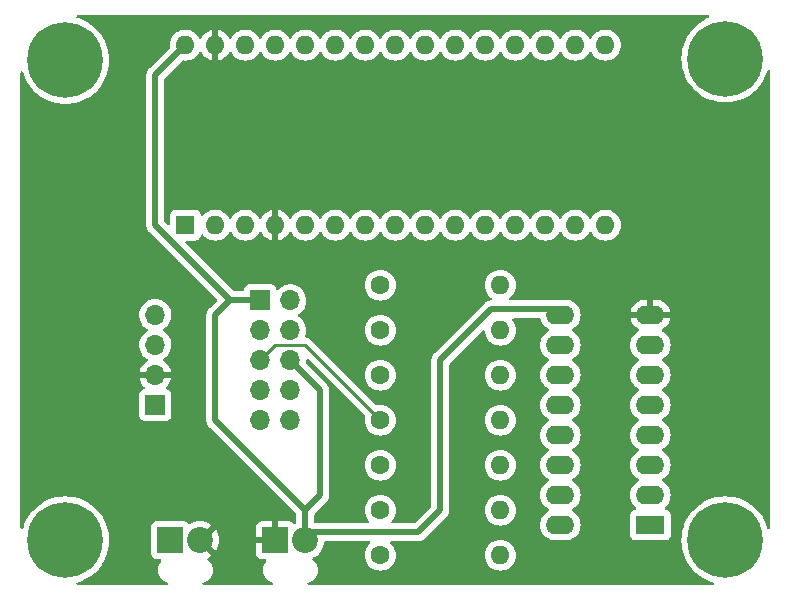
<source format=gbr>
%TF.GenerationSoftware,KiCad,Pcbnew,(6.0.7)*%
%TF.CreationDate,2023-06-21T14:43:57+08:00*%
%TF.ProjectId,Elevator_Indicator,456c6576-6174-46f7-925f-496e64696361,rev?*%
%TF.SameCoordinates,Original*%
%TF.FileFunction,Copper,L2,Bot*%
%TF.FilePolarity,Positive*%
%FSLAX46Y46*%
G04 Gerber Fmt 4.6, Leading zero omitted, Abs format (unit mm)*
G04 Created by KiCad (PCBNEW (6.0.7)) date 2023-06-21 14:43:57*
%MOMM*%
%LPD*%
G01*
G04 APERTURE LIST*
%TA.AperFunction,ComponentPad*%
%ADD10R,1.700000X1.700000*%
%TD*%
%TA.AperFunction,ComponentPad*%
%ADD11O,1.700000X1.700000*%
%TD*%
%TA.AperFunction,ComponentPad*%
%ADD12C,1.600000*%
%TD*%
%TA.AperFunction,ComponentPad*%
%ADD13O,1.600000X1.600000*%
%TD*%
%TA.AperFunction,ComponentPad*%
%ADD14C,0.800000*%
%TD*%
%TA.AperFunction,ComponentPad*%
%ADD15C,6.400000*%
%TD*%
%TA.AperFunction,ComponentPad*%
%ADD16R,2.200000X2.200000*%
%TD*%
%TA.AperFunction,ComponentPad*%
%ADD17C,2.200000*%
%TD*%
%TA.AperFunction,ComponentPad*%
%ADD18R,1.600000X1.600000*%
%TD*%
%TA.AperFunction,ComponentPad*%
%ADD19R,2.400000X1.600000*%
%TD*%
%TA.AperFunction,ComponentPad*%
%ADD20O,2.400000X1.600000*%
%TD*%
%TA.AperFunction,Conductor*%
%ADD21C,0.500000*%
%TD*%
%TA.AperFunction,Conductor*%
%ADD22C,0.250000*%
%TD*%
G04 APERTURE END LIST*
D10*
%TO.P,J1,1,Pin_1*%
%TO.N,+5V*%
X86360000Y-85080000D03*
D11*
%TO.P,J1,2,Pin_2*%
%TO.N,GND*%
X86360000Y-82540000D03*
%TO.P,J1,3,Pin_3*%
%TO.N,SCL*%
X86360000Y-80000000D03*
%TO.P,J1,4,Pin_4*%
%TO.N,SDA*%
X86360000Y-77460000D03*
%TD*%
D12*
%TO.P,R2,1*%
%TO.N,Seg_B*%
X105410000Y-93980000D03*
D13*
%TO.P,R2,2*%
%TO.N,Net-(R2-Pad2)*%
X115570000Y-93980000D03*
%TD*%
D14*
%TO.P,H4,1*%
%TO.N,N/C*%
X77042944Y-57577056D03*
X78740000Y-58280000D03*
X78740000Y-53480000D03*
X81140000Y-55880000D03*
D15*
X78740000Y-55880000D03*
D14*
X80437056Y-54182944D03*
X80437056Y-57577056D03*
X77042944Y-54182944D03*
X76340000Y-55880000D03*
%TD*%
D10*
%TO.P,J3,1,Pin_1*%
%TO.N,+12V*%
X95245000Y-76205000D03*
D11*
%TO.P,J3,2,Pin_2*%
%TO.N,Seg_E*%
X95245000Y-78745000D03*
%TO.P,J3,3,Pin_3*%
%TO.N,Seg_D*%
X95245000Y-81285000D03*
%TO.P,J3,4,Pin_4*%
%TO.N,Seg_C*%
X95245000Y-83825000D03*
%TO.P,J3,5,Pin_5*%
%TO.N,unconnected-(J3-Pad5)*%
X95245000Y-86365000D03*
%TO.P,J3,6,Pin_6*%
%TO.N,Seg_B*%
X97785000Y-86365000D03*
%TO.P,J3,7,Pin_7*%
%TO.N,Seg_A*%
X97785000Y-83825000D03*
%TO.P,J3,8,Pin_8*%
%TO.N,+12V*%
X97785000Y-81285000D03*
%TO.P,J3,9,Pin_9*%
%TO.N,Seg_F*%
X97785000Y-78745000D03*
%TO.P,J3,10,Pin_10*%
%TO.N,Seg_G*%
X97785000Y-76205000D03*
%TD*%
D12*
%TO.P,R6,1*%
%TO.N,Seg_F*%
X105410000Y-78740000D03*
D13*
%TO.P,R6,2*%
%TO.N,Net-(R6-Pad2)*%
X115570000Y-78740000D03*
%TD*%
D12*
%TO.P,R5,1*%
%TO.N,Seg_E*%
X105410000Y-82550000D03*
D13*
%TO.P,R5,2*%
%TO.N,Net-(R5-Pad2)*%
X115570000Y-82550000D03*
%TD*%
D12*
%TO.P,R4,1*%
%TO.N,Seg_D*%
X105410000Y-86360000D03*
D13*
%TO.P,R4,2*%
%TO.N,Net-(R4-Pad2)*%
X115570000Y-86360000D03*
%TD*%
D14*
%TO.P,H1,1*%
%TO.N,N/C*%
X136317056Y-57437056D03*
X136317056Y-54042944D03*
X134620000Y-53340000D03*
X132922944Y-57437056D03*
X137020000Y-55740000D03*
X132922944Y-54042944D03*
D15*
X134620000Y-55740000D03*
D14*
X134620000Y-58140000D03*
X132220000Y-55740000D03*
%TD*%
D12*
%TO.P,R1,1*%
%TO.N,Seg_A*%
X105410000Y-97790000D03*
D13*
%TO.P,R1,2*%
%TO.N,Net-(R1-Pad2)*%
X115570000Y-97790000D03*
%TD*%
D16*
%TO.P,J2,1,Pin_1*%
%TO.N,RST*%
X87630000Y-96520000D03*
D17*
%TO.P,J2,2,Pin_2*%
%TO.N,GND*%
X90170000Y-96520000D03*
%TD*%
D16*
%TO.P,J4,1,Pin_1*%
%TO.N,GND*%
X96520000Y-96520000D03*
D17*
%TO.P,J4,2,Pin_2*%
%TO.N,+12V*%
X99060000Y-96520000D03*
%TD*%
D14*
%TO.P,H3,1*%
%TO.N,N/C*%
X77042944Y-98217056D03*
X81140000Y-96520000D03*
X76340000Y-96520000D03*
X77042944Y-94822944D03*
D15*
X78740000Y-96520000D03*
D14*
X80437056Y-94822944D03*
X80437056Y-98217056D03*
X78740000Y-94120000D03*
X78740000Y-98920000D03*
%TD*%
D12*
%TO.P,R3,1*%
%TO.N,Seg_C*%
X105410000Y-90170000D03*
D13*
%TO.P,R3,2*%
%TO.N,Net-(R3-Pad2)*%
X115570000Y-90170000D03*
%TD*%
D18*
%TO.P,A1,1,D1/TX*%
%TO.N,unconnected-(A1-Pad1)*%
X88900000Y-69840000D03*
D13*
%TO.P,A1,2,D0/RX*%
%TO.N,unconnected-(A1-Pad2)*%
X91440000Y-69840000D03*
%TO.P,A1,3,~{RESET}*%
%TO.N,RST*%
X93980000Y-69840000D03*
%TO.P,A1,4,GND*%
%TO.N,GND*%
X96520000Y-69840000D03*
%TO.P,A1,5,D2*%
%TO.N,unconnected-(A1-Pad5)*%
X99060000Y-69840000D03*
%TO.P,A1,6,D3*%
%TO.N,D3*%
X101600000Y-69840000D03*
%TO.P,A1,7,D4*%
%TO.N,D4*%
X104140000Y-69840000D03*
%TO.P,A1,8,D5*%
%TO.N,D5*%
X106680000Y-69840000D03*
%TO.P,A1,9,D6*%
%TO.N,D6*%
X109220000Y-69840000D03*
%TO.P,A1,10,D7*%
%TO.N,D7*%
X111760000Y-69840000D03*
%TO.P,A1,11,D8*%
%TO.N,D8*%
X114300000Y-69840000D03*
%TO.P,A1,12,D9*%
%TO.N,D9*%
X116840000Y-69840000D03*
%TO.P,A1,13,D10*%
%TO.N,unconnected-(A1-Pad13)*%
X119380000Y-69840000D03*
%TO.P,A1,14,D11*%
%TO.N,unconnected-(A1-Pad14)*%
X121920000Y-69840000D03*
%TO.P,A1,15,D12*%
%TO.N,unconnected-(A1-Pad15)*%
X124460000Y-69840000D03*
%TO.P,A1,16,D13*%
%TO.N,unconnected-(A1-Pad16)*%
X124460000Y-54600000D03*
%TO.P,A1,17,3V3*%
%TO.N,unconnected-(A1-Pad17)*%
X121920000Y-54600000D03*
%TO.P,A1,18,AREF*%
%TO.N,unconnected-(A1-Pad18)*%
X119380000Y-54600000D03*
%TO.P,A1,19,A0*%
%TO.N,unconnected-(A1-Pad19)*%
X116840000Y-54600000D03*
%TO.P,A1,20,A1*%
%TO.N,unconnected-(A1-Pad20)*%
X114300000Y-54600000D03*
%TO.P,A1,21,A2*%
%TO.N,unconnected-(A1-Pad21)*%
X111760000Y-54600000D03*
%TO.P,A1,22,A3*%
%TO.N,unconnected-(A1-Pad22)*%
X109220000Y-54600000D03*
%TO.P,A1,23,A4*%
%TO.N,SDA*%
X106680000Y-54600000D03*
%TO.P,A1,24,A5*%
%TO.N,SCL*%
X104140000Y-54600000D03*
%TO.P,A1,25,A6*%
%TO.N,unconnected-(A1-Pad25)*%
X101600000Y-54600000D03*
%TO.P,A1,26,A7*%
%TO.N,unconnected-(A1-Pad26)*%
X99060000Y-54600000D03*
%TO.P,A1,27,+5V*%
%TO.N,+5V*%
X96520000Y-54600000D03*
%TO.P,A1,28,~{RESET}*%
%TO.N,unconnected-(A1-Pad28)*%
X93980000Y-54600000D03*
%TO.P,A1,29,GND*%
%TO.N,GND*%
X91440000Y-54600000D03*
%TO.P,A1,30,VIN*%
%TO.N,+12V*%
X88900000Y-54600000D03*
%TD*%
D12*
%TO.P,R7,1*%
%TO.N,Seg_G*%
X105410000Y-74930000D03*
D13*
%TO.P,R7,2*%
%TO.N,Net-(R7-Pad2)*%
X115570000Y-74930000D03*
%TD*%
D19*
%TO.P,U1,1,I1*%
%TO.N,D3*%
X128285000Y-95235000D03*
D20*
%TO.P,U1,2,I2*%
%TO.N,D4*%
X128285000Y-92695000D03*
%TO.P,U1,3,I3*%
%TO.N,D5*%
X128285000Y-90155000D03*
%TO.P,U1,4,I4*%
%TO.N,D6*%
X128285000Y-87615000D03*
%TO.P,U1,5,I5*%
%TO.N,D7*%
X128285000Y-85075000D03*
%TO.P,U1,6,I6*%
%TO.N,D8*%
X128285000Y-82535000D03*
%TO.P,U1,7,I7*%
%TO.N,D9*%
X128285000Y-79995000D03*
%TO.P,U1,8,GND*%
%TO.N,GND*%
X128285000Y-77455000D03*
%TO.P,U1,9,COM*%
%TO.N,+12V*%
X120665000Y-77455000D03*
%TO.P,U1,10,O7*%
%TO.N,Net-(R7-Pad2)*%
X120665000Y-79995000D03*
%TO.P,U1,11,O6*%
%TO.N,Net-(R6-Pad2)*%
X120665000Y-82535000D03*
%TO.P,U1,12,O5*%
%TO.N,Net-(R5-Pad2)*%
X120665000Y-85075000D03*
%TO.P,U1,13,O4*%
%TO.N,Net-(R4-Pad2)*%
X120665000Y-87615000D03*
%TO.P,U1,14,O3*%
%TO.N,Net-(R3-Pad2)*%
X120665000Y-90155000D03*
%TO.P,U1,15,O2*%
%TO.N,Net-(R2-Pad2)*%
X120665000Y-92695000D03*
%TO.P,U1,16,O1*%
%TO.N,Net-(R1-Pad2)*%
X120665000Y-95235000D03*
%TD*%
D14*
%TO.P,H2,1*%
%TO.N,N/C*%
X136317056Y-98217056D03*
X132922944Y-94822944D03*
X136317056Y-94822944D03*
X134620000Y-98920000D03*
X137020000Y-96520000D03*
X132220000Y-96520000D03*
D15*
X134620000Y-96520000D03*
D14*
X134620000Y-94120000D03*
X132922944Y-98217056D03*
%TD*%
D21*
%TO.N,+12V*%
X91440000Y-86360000D02*
X91440000Y-77470000D01*
X100330000Y-83830000D02*
X97785000Y-81285000D01*
X100330000Y-92710000D02*
X100330000Y-83830000D01*
X86360000Y-57140000D02*
X88900000Y-54600000D01*
X86360000Y-69850000D02*
X86360000Y-57140000D01*
X99060000Y-96520000D02*
X99060000Y-93980000D01*
X92705000Y-76205000D02*
X88900000Y-72400000D01*
X88900000Y-72400000D02*
X88900000Y-72390000D01*
X110490000Y-81280000D02*
X114786727Y-76983273D01*
X120193273Y-76983273D02*
X120665000Y-77455000D01*
X114786727Y-76983273D02*
X120193273Y-76983273D01*
X110490000Y-93980000D02*
X110490000Y-81280000D01*
X99060000Y-96520000D02*
X99736651Y-95843349D01*
X99736651Y-95843349D02*
X108626651Y-95843349D01*
X88900000Y-72390000D02*
X86360000Y-69850000D01*
X91440000Y-77470000D02*
X92705000Y-76205000D01*
X99060000Y-93980000D02*
X100330000Y-92710000D01*
X92705000Y-76205000D02*
X95245000Y-76205000D01*
X108626651Y-95843349D02*
X110490000Y-93980000D01*
X99060000Y-93980000D02*
X91440000Y-86360000D01*
D22*
X95245000Y-76205000D02*
X92715000Y-76205000D01*
%TO.N,Seg_D*%
X99060000Y-80010000D02*
X105410000Y-86360000D01*
X96520000Y-80010000D02*
X99060000Y-80010000D01*
X95245000Y-81285000D02*
X96520000Y-80010000D01*
%TD*%
%TA.AperFunction,Conductor*%
%TO.N,GND*%
G36*
X133220662Y-52090002D02*
G01*
X133267155Y-52143658D01*
X133277259Y-52213932D01*
X133247765Y-52278512D01*
X133197697Y-52313630D01*
X133109547Y-52347468D01*
X133106607Y-52348966D01*
X132766147Y-52522439D01*
X132766140Y-52522443D01*
X132763206Y-52523938D01*
X132760440Y-52525734D01*
X132760437Y-52525736D01*
X132549932Y-52662439D01*
X132437207Y-52735643D01*
X132135124Y-52980266D01*
X131860266Y-53255124D01*
X131858194Y-53257682D01*
X131858191Y-53257686D01*
X131800854Y-53328491D01*
X131615643Y-53557207D01*
X131613848Y-53559970D01*
X131613848Y-53559971D01*
X131489063Y-53752125D01*
X131403938Y-53883206D01*
X131402443Y-53886140D01*
X131402439Y-53886147D01*
X131264908Y-54156067D01*
X131227468Y-54229547D01*
X131088167Y-54592438D01*
X130987562Y-54967901D01*
X130959638Y-55144205D01*
X130941099Y-55261257D01*
X130926754Y-55351824D01*
X130906411Y-55740000D01*
X130926754Y-56128176D01*
X130987562Y-56512099D01*
X131088167Y-56887562D01*
X131227468Y-57250453D01*
X131228966Y-57253393D01*
X131323156Y-57438250D01*
X131403938Y-57596794D01*
X131405734Y-57599560D01*
X131405736Y-57599563D01*
X131496653Y-57739563D01*
X131615643Y-57922793D01*
X131860266Y-58224876D01*
X132135124Y-58499734D01*
X132437207Y-58744357D01*
X132439970Y-58746152D01*
X132439971Y-58746152D01*
X132652789Y-58884357D01*
X132763205Y-58956062D01*
X132766139Y-58957557D01*
X132766146Y-58957561D01*
X133106607Y-59131034D01*
X133109547Y-59132532D01*
X133472438Y-59271833D01*
X133847901Y-59372438D01*
X134051793Y-59404732D01*
X134228576Y-59432732D01*
X134228584Y-59432733D01*
X134231824Y-59433246D01*
X134620000Y-59453589D01*
X135008176Y-59433246D01*
X135011416Y-59432733D01*
X135011424Y-59432732D01*
X135188207Y-59404732D01*
X135392099Y-59372438D01*
X135767562Y-59271833D01*
X136130453Y-59132532D01*
X136133393Y-59131034D01*
X136473854Y-58957561D01*
X136473861Y-58957557D01*
X136476795Y-58956062D01*
X136587212Y-58884357D01*
X136800029Y-58746152D01*
X136800030Y-58746152D01*
X136802793Y-58744357D01*
X137104876Y-58499734D01*
X137379734Y-58224876D01*
X137624357Y-57922793D01*
X137743347Y-57739563D01*
X137834264Y-57599563D01*
X137834266Y-57599560D01*
X137836062Y-57596794D01*
X137916845Y-57438250D01*
X138011034Y-57253393D01*
X138012532Y-57250453D01*
X138151833Y-56887562D01*
X138182293Y-56773884D01*
X138219245Y-56713261D01*
X138283105Y-56682240D01*
X138353600Y-56690668D01*
X138408347Y-56735871D01*
X138430000Y-56806495D01*
X138430000Y-95453505D01*
X138409998Y-95521626D01*
X138356342Y-95568119D01*
X138286068Y-95578223D01*
X138221488Y-95548729D01*
X138182293Y-95486116D01*
X138173555Y-95453505D01*
X138151833Y-95372438D01*
X138150310Y-95368469D01*
X138075389Y-95173295D01*
X138012532Y-95009547D01*
X138011034Y-95006607D01*
X137837561Y-94666147D01*
X137837557Y-94666140D01*
X137836062Y-94663206D01*
X137784131Y-94583238D01*
X137626152Y-94339971D01*
X137626152Y-94339970D01*
X137624357Y-94337207D01*
X137411531Y-94074390D01*
X137381809Y-94037686D01*
X137381806Y-94037682D01*
X137379734Y-94035124D01*
X137104876Y-93760266D01*
X137101329Y-93757393D01*
X136805355Y-93517718D01*
X136802793Y-93515643D01*
X136800029Y-93513848D01*
X136479564Y-93305736D01*
X136479561Y-93305734D01*
X136476795Y-93303938D01*
X136473861Y-93302443D01*
X136473854Y-93302439D01*
X136133393Y-93128966D01*
X136130453Y-93127468D01*
X135767562Y-92988167D01*
X135392099Y-92887562D01*
X135169150Y-92852250D01*
X135011424Y-92827268D01*
X135011416Y-92827267D01*
X135008176Y-92826754D01*
X134620000Y-92806411D01*
X134231824Y-92826754D01*
X134228584Y-92827267D01*
X134228576Y-92827268D01*
X134070850Y-92852250D01*
X133847901Y-92887562D01*
X133472438Y-92988167D01*
X133109547Y-93127468D01*
X133106607Y-93128966D01*
X132766147Y-93302439D01*
X132766140Y-93302443D01*
X132763206Y-93303938D01*
X132437207Y-93515643D01*
X132434645Y-93517718D01*
X132138672Y-93757393D01*
X132135124Y-93760266D01*
X131860266Y-94035124D01*
X131858194Y-94037682D01*
X131858191Y-94037686D01*
X131828469Y-94074390D01*
X131615643Y-94337207D01*
X131613848Y-94339970D01*
X131613848Y-94339971D01*
X131455870Y-94583238D01*
X131403938Y-94663206D01*
X131402443Y-94666140D01*
X131402439Y-94666147D01*
X131228966Y-95006607D01*
X131227468Y-95009547D01*
X131164611Y-95173295D01*
X131089691Y-95368469D01*
X131088167Y-95372438D01*
X130987562Y-95747901D01*
X130955268Y-95951793D01*
X130933928Y-96086531D01*
X130926754Y-96131824D01*
X130906411Y-96520000D01*
X130926754Y-96908176D01*
X130927267Y-96911416D01*
X130927268Y-96911424D01*
X130943455Y-97013624D01*
X130987562Y-97292099D01*
X131088167Y-97667562D01*
X131089352Y-97670650D01*
X131089353Y-97670652D01*
X131109199Y-97722352D01*
X131227468Y-98030453D01*
X131228966Y-98033393D01*
X131381599Y-98332951D01*
X131403938Y-98376794D01*
X131405734Y-98379560D01*
X131405736Y-98379563D01*
X131543077Y-98591051D01*
X131615643Y-98702793D01*
X131691281Y-98796198D01*
X131797627Y-98927523D01*
X131860266Y-99004876D01*
X132135124Y-99279734D01*
X132437207Y-99524357D01*
X132439970Y-99526152D01*
X132439971Y-99526152D01*
X132626371Y-99647201D01*
X132763205Y-99736062D01*
X132766139Y-99737557D01*
X132766146Y-99737561D01*
X132962133Y-99837421D01*
X133109547Y-99912532D01*
X133204052Y-99948809D01*
X133442842Y-100040472D01*
X133472438Y-100051833D01*
X133561697Y-100075750D01*
X133586116Y-100082293D01*
X133646739Y-100119245D01*
X133677760Y-100183105D01*
X133669332Y-100253600D01*
X133624129Y-100308347D01*
X133553505Y-100330000D01*
X99369210Y-100330000D01*
X99301089Y-100309998D01*
X99254596Y-100256342D01*
X99244492Y-100186068D01*
X99273986Y-100121488D01*
X99332793Y-100083378D01*
X99459407Y-100045152D01*
X99459410Y-100045151D01*
X99465315Y-100043368D01*
X99472635Y-100039476D01*
X99643153Y-99948809D01*
X99643155Y-99948808D01*
X99648599Y-99945913D01*
X99781624Y-99837421D01*
X99804689Y-99818610D01*
X99804692Y-99818607D01*
X99809464Y-99814715D01*
X99941783Y-99654770D01*
X99945876Y-99647201D01*
X100037584Y-99477590D01*
X100037586Y-99477585D01*
X100040514Y-99472170D01*
X100101898Y-99273871D01*
X100103429Y-99259303D01*
X100122952Y-99073554D01*
X100122952Y-99073552D01*
X100123596Y-99067425D01*
X100115777Y-98981515D01*
X100105341Y-98866836D01*
X100105340Y-98866833D01*
X100104782Y-98860697D01*
X100102298Y-98852255D01*
X100057495Y-98700029D01*
X100046173Y-98661560D01*
X99950001Y-98477600D01*
X99819929Y-98315823D01*
X99815210Y-98311863D01*
X99815209Y-98311862D01*
X99684119Y-98201864D01*
X99644793Y-98142755D01*
X99643667Y-98071767D01*
X99681098Y-98011439D01*
X99716892Y-97988935D01*
X99743854Y-97977767D01*
X99787928Y-97959511D01*
X99787932Y-97959509D01*
X99792502Y-97957616D01*
X100008376Y-97825328D01*
X100192426Y-97668134D01*
X100197142Y-97664106D01*
X100200898Y-97660898D01*
X100365328Y-97468376D01*
X100497616Y-97252502D01*
X100547012Y-97133251D01*
X100592611Y-97023164D01*
X100592612Y-97023162D01*
X100594505Y-97018591D01*
X100642916Y-96816944D01*
X100652454Y-96777216D01*
X100652455Y-96777210D01*
X100653609Y-96772403D01*
X100653998Y-96767466D01*
X100653999Y-96767457D01*
X100657895Y-96717962D01*
X100683180Y-96651621D01*
X100740319Y-96609482D01*
X100783506Y-96601849D01*
X104443463Y-96601849D01*
X104511584Y-96621851D01*
X104558077Y-96675507D01*
X104568181Y-96745781D01*
X104538687Y-96810361D01*
X104532558Y-96816944D01*
X104403802Y-96945700D01*
X104400645Y-96950208D01*
X104400643Y-96950211D01*
X104349561Y-97023164D01*
X104272477Y-97133251D01*
X104270154Y-97138233D01*
X104270151Y-97138238D01*
X104215008Y-97256494D01*
X104175716Y-97340757D01*
X104174294Y-97346065D01*
X104174293Y-97346067D01*
X104134852Y-97493261D01*
X104116457Y-97561913D01*
X104096502Y-97790000D01*
X104116457Y-98018087D01*
X104117881Y-98023400D01*
X104117881Y-98023402D01*
X104165604Y-98201503D01*
X104175716Y-98239243D01*
X104178039Y-98244224D01*
X104178039Y-98244225D01*
X104270151Y-98441762D01*
X104270154Y-98441767D01*
X104272477Y-98446749D01*
X104345491Y-98551024D01*
X104373519Y-98591051D01*
X104403802Y-98634300D01*
X104565700Y-98796198D01*
X104570208Y-98799355D01*
X104570211Y-98799357D01*
X104628604Y-98840244D01*
X104753251Y-98927523D01*
X104758233Y-98929846D01*
X104758238Y-98929849D01*
X104955775Y-99021961D01*
X104960757Y-99024284D01*
X104966065Y-99025706D01*
X104966067Y-99025707D01*
X105176598Y-99082119D01*
X105176600Y-99082119D01*
X105181913Y-99083543D01*
X105410000Y-99103498D01*
X105638087Y-99083543D01*
X105643400Y-99082119D01*
X105643402Y-99082119D01*
X105853933Y-99025707D01*
X105853935Y-99025706D01*
X105859243Y-99024284D01*
X105864225Y-99021961D01*
X106061762Y-98929849D01*
X106061767Y-98929846D01*
X106066749Y-98927523D01*
X106191396Y-98840244D01*
X106249789Y-98799357D01*
X106249792Y-98799355D01*
X106254300Y-98796198D01*
X106416198Y-98634300D01*
X106446482Y-98591051D01*
X106474509Y-98551024D01*
X106547523Y-98446749D01*
X106549846Y-98441767D01*
X106549849Y-98441762D01*
X106641961Y-98244225D01*
X106641961Y-98244224D01*
X106644284Y-98239243D01*
X106654397Y-98201503D01*
X106702119Y-98023402D01*
X106702119Y-98023400D01*
X106703543Y-98018087D01*
X106723498Y-97790000D01*
X114256502Y-97790000D01*
X114276457Y-98018087D01*
X114277881Y-98023400D01*
X114277881Y-98023402D01*
X114325604Y-98201503D01*
X114335716Y-98239243D01*
X114338039Y-98244224D01*
X114338039Y-98244225D01*
X114430151Y-98441762D01*
X114430154Y-98441767D01*
X114432477Y-98446749D01*
X114505491Y-98551024D01*
X114533519Y-98591051D01*
X114563802Y-98634300D01*
X114725700Y-98796198D01*
X114730208Y-98799355D01*
X114730211Y-98799357D01*
X114788604Y-98840244D01*
X114913251Y-98927523D01*
X114918233Y-98929846D01*
X114918238Y-98929849D01*
X115115775Y-99021961D01*
X115120757Y-99024284D01*
X115126065Y-99025706D01*
X115126067Y-99025707D01*
X115336598Y-99082119D01*
X115336600Y-99082119D01*
X115341913Y-99083543D01*
X115570000Y-99103498D01*
X115798087Y-99083543D01*
X115803400Y-99082119D01*
X115803402Y-99082119D01*
X116013933Y-99025707D01*
X116013935Y-99025706D01*
X116019243Y-99024284D01*
X116024225Y-99021961D01*
X116221762Y-98929849D01*
X116221767Y-98929846D01*
X116226749Y-98927523D01*
X116351396Y-98840244D01*
X116409789Y-98799357D01*
X116409792Y-98799355D01*
X116414300Y-98796198D01*
X116576198Y-98634300D01*
X116606482Y-98591051D01*
X116634509Y-98551024D01*
X116707523Y-98446749D01*
X116709846Y-98441767D01*
X116709849Y-98441762D01*
X116801961Y-98244225D01*
X116801961Y-98244224D01*
X116804284Y-98239243D01*
X116814397Y-98201503D01*
X116862119Y-98023402D01*
X116862119Y-98023400D01*
X116863543Y-98018087D01*
X116883498Y-97790000D01*
X116863543Y-97561913D01*
X116845148Y-97493261D01*
X116805707Y-97346067D01*
X116805706Y-97346065D01*
X116804284Y-97340757D01*
X116764992Y-97256494D01*
X116709849Y-97138238D01*
X116709846Y-97138233D01*
X116707523Y-97133251D01*
X116630439Y-97023164D01*
X116579357Y-96950211D01*
X116579355Y-96950208D01*
X116576198Y-96945700D01*
X116414300Y-96783802D01*
X116409792Y-96780645D01*
X116409789Y-96780643D01*
X116259639Y-96675507D01*
X116226749Y-96652477D01*
X116221767Y-96650154D01*
X116221762Y-96650151D01*
X116024225Y-96558039D01*
X116024224Y-96558039D01*
X116019243Y-96555716D01*
X116013935Y-96554294D01*
X116013933Y-96554293D01*
X115803402Y-96497881D01*
X115803400Y-96497881D01*
X115798087Y-96496457D01*
X115570000Y-96476502D01*
X115341913Y-96496457D01*
X115336600Y-96497881D01*
X115336598Y-96497881D01*
X115126067Y-96554293D01*
X115126065Y-96554294D01*
X115120757Y-96555716D01*
X115115776Y-96558039D01*
X115115775Y-96558039D01*
X114918238Y-96650151D01*
X114918233Y-96650154D01*
X114913251Y-96652477D01*
X114880361Y-96675507D01*
X114730211Y-96780643D01*
X114730208Y-96780645D01*
X114725700Y-96783802D01*
X114563802Y-96945700D01*
X114560645Y-96950208D01*
X114560643Y-96950211D01*
X114509561Y-97023164D01*
X114432477Y-97133251D01*
X114430154Y-97138233D01*
X114430151Y-97138238D01*
X114375008Y-97256494D01*
X114335716Y-97340757D01*
X114334294Y-97346065D01*
X114334293Y-97346067D01*
X114294852Y-97493261D01*
X114276457Y-97561913D01*
X114256502Y-97790000D01*
X106723498Y-97790000D01*
X106703543Y-97561913D01*
X106685148Y-97493261D01*
X106645707Y-97346067D01*
X106645706Y-97346065D01*
X106644284Y-97340757D01*
X106604992Y-97256494D01*
X106549849Y-97138238D01*
X106549846Y-97138233D01*
X106547523Y-97133251D01*
X106470439Y-97023164D01*
X106419357Y-96950211D01*
X106419355Y-96950208D01*
X106416198Y-96945700D01*
X106287442Y-96816944D01*
X106253416Y-96754632D01*
X106258481Y-96683817D01*
X106301028Y-96626981D01*
X106367548Y-96602170D01*
X106376537Y-96601849D01*
X108559581Y-96601849D01*
X108578531Y-96603282D01*
X108592766Y-96605448D01*
X108592770Y-96605448D01*
X108600000Y-96606548D01*
X108607292Y-96605955D01*
X108607295Y-96605955D01*
X108652669Y-96602264D01*
X108662884Y-96601849D01*
X108670944Y-96601849D01*
X108684234Y-96600300D01*
X108699158Y-96598560D01*
X108703533Y-96598127D01*
X108768990Y-96592803D01*
X108768993Y-96592802D01*
X108776288Y-96592209D01*
X108783252Y-96589953D01*
X108789211Y-96588762D01*
X108795066Y-96587378D01*
X108802332Y-96586531D01*
X108870978Y-96561614D01*
X108875106Y-96560197D01*
X108937587Y-96539956D01*
X108937589Y-96539955D01*
X108944550Y-96537700D01*
X108950805Y-96533904D01*
X108956279Y-96531398D01*
X108961709Y-96528679D01*
X108968588Y-96526182D01*
X108974709Y-96522169D01*
X109029627Y-96486163D01*
X109033331Y-96483826D01*
X109095758Y-96445944D01*
X109104135Y-96438546D01*
X109104159Y-96438573D01*
X109107151Y-96435920D01*
X109110384Y-96433217D01*
X109116503Y-96429205D01*
X109169779Y-96372966D01*
X109172157Y-96370524D01*
X110978911Y-94563770D01*
X110993323Y-94551384D01*
X111004918Y-94542851D01*
X111004923Y-94542846D01*
X111010818Y-94538508D01*
X111015557Y-94532930D01*
X111015560Y-94532927D01*
X111045035Y-94498232D01*
X111051965Y-94490716D01*
X111057660Y-94485021D01*
X111075281Y-94462749D01*
X111078072Y-94459345D01*
X111120591Y-94409297D01*
X111120592Y-94409295D01*
X111125333Y-94403715D01*
X111128661Y-94397199D01*
X111132028Y-94392150D01*
X111135195Y-94387021D01*
X111139734Y-94381284D01*
X111170655Y-94315125D01*
X111172561Y-94311225D01*
X111200109Y-94257276D01*
X111205769Y-94246192D01*
X111207508Y-94239084D01*
X111209607Y-94233441D01*
X111211524Y-94227678D01*
X111214622Y-94221050D01*
X111229487Y-94149583D01*
X111230457Y-94145299D01*
X111246473Y-94079845D01*
X111247808Y-94074390D01*
X111248500Y-94063236D01*
X111248536Y-94063238D01*
X111248775Y-94059245D01*
X111249149Y-94055053D01*
X111250640Y-94047885D01*
X111248804Y-93980000D01*
X114256502Y-93980000D01*
X114276457Y-94208087D01*
X114277881Y-94213400D01*
X114277881Y-94213402D01*
X114325277Y-94390283D01*
X114335716Y-94429243D01*
X114338039Y-94434224D01*
X114338039Y-94434225D01*
X114430151Y-94631762D01*
X114430154Y-94631767D01*
X114432477Y-94636749D01*
X114563802Y-94824300D01*
X114725700Y-94986198D01*
X114730208Y-94989355D01*
X114730211Y-94989357D01*
X114785045Y-95027752D01*
X114913251Y-95117523D01*
X114918233Y-95119846D01*
X114918238Y-95119849D01*
X115115775Y-95211961D01*
X115120757Y-95214284D01*
X115126065Y-95215706D01*
X115126067Y-95215707D01*
X115336598Y-95272119D01*
X115336600Y-95272119D01*
X115341913Y-95273543D01*
X115570000Y-95293498D01*
X115798087Y-95273543D01*
X115803400Y-95272119D01*
X115803402Y-95272119D01*
X116013933Y-95215707D01*
X116013935Y-95215706D01*
X116019243Y-95214284D01*
X116024225Y-95211961D01*
X116221762Y-95119849D01*
X116221767Y-95119846D01*
X116226749Y-95117523D01*
X116354955Y-95027752D01*
X116409789Y-94989357D01*
X116409792Y-94989355D01*
X116414300Y-94986198D01*
X116576198Y-94824300D01*
X116707523Y-94636749D01*
X116709846Y-94631767D01*
X116709849Y-94631762D01*
X116801961Y-94434225D01*
X116801961Y-94434224D01*
X116804284Y-94429243D01*
X116814724Y-94390283D01*
X116862119Y-94213402D01*
X116862119Y-94213400D01*
X116863543Y-94208087D01*
X116883498Y-93980000D01*
X116863543Y-93751913D01*
X116853521Y-93714510D01*
X116805707Y-93536067D01*
X116805706Y-93536065D01*
X116804284Y-93530757D01*
X116720812Y-93351749D01*
X116709849Y-93328238D01*
X116709846Y-93328233D01*
X116707523Y-93323251D01*
X116613761Y-93189345D01*
X116579357Y-93140211D01*
X116579355Y-93140208D01*
X116576198Y-93135700D01*
X116414300Y-92973802D01*
X116409792Y-92970645D01*
X116409789Y-92970643D01*
X116276694Y-92877449D01*
X116226749Y-92842477D01*
X116221767Y-92840154D01*
X116221762Y-92840151D01*
X116024225Y-92748039D01*
X116024224Y-92748039D01*
X116019243Y-92745716D01*
X116013935Y-92744294D01*
X116013933Y-92744293D01*
X115803402Y-92687881D01*
X115803400Y-92687881D01*
X115798087Y-92686457D01*
X115570000Y-92666502D01*
X115341913Y-92686457D01*
X115336600Y-92687881D01*
X115336598Y-92687881D01*
X115126067Y-92744293D01*
X115126065Y-92744294D01*
X115120757Y-92745716D01*
X115115776Y-92748039D01*
X115115775Y-92748039D01*
X114918238Y-92840151D01*
X114918233Y-92840154D01*
X114913251Y-92842477D01*
X114863306Y-92877449D01*
X114730211Y-92970643D01*
X114730208Y-92970645D01*
X114725700Y-92973802D01*
X114563802Y-93135700D01*
X114560645Y-93140208D01*
X114560643Y-93140211D01*
X114526239Y-93189345D01*
X114432477Y-93323251D01*
X114430154Y-93328233D01*
X114430151Y-93328238D01*
X114419188Y-93351749D01*
X114335716Y-93530757D01*
X114334294Y-93536065D01*
X114334293Y-93536067D01*
X114286479Y-93714510D01*
X114276457Y-93751913D01*
X114256502Y-93980000D01*
X111248804Y-93980000D01*
X111248546Y-93970479D01*
X111248500Y-93967072D01*
X111248500Y-90170000D01*
X114256502Y-90170000D01*
X114276457Y-90398087D01*
X114277881Y-90403400D01*
X114277881Y-90403402D01*
X114333032Y-90609225D01*
X114335716Y-90619243D01*
X114338039Y-90624224D01*
X114338039Y-90624225D01*
X114430151Y-90821762D01*
X114430154Y-90821767D01*
X114432477Y-90826749D01*
X114435634Y-90831257D01*
X114556028Y-91003197D01*
X114563802Y-91014300D01*
X114725700Y-91176198D01*
X114730208Y-91179355D01*
X114730211Y-91179357D01*
X114808389Y-91234098D01*
X114913251Y-91307523D01*
X114918233Y-91309846D01*
X114918238Y-91309849D01*
X115088589Y-91389284D01*
X115120757Y-91404284D01*
X115126065Y-91405706D01*
X115126067Y-91405707D01*
X115336598Y-91462119D01*
X115336600Y-91462119D01*
X115341913Y-91463543D01*
X115570000Y-91483498D01*
X115798087Y-91463543D01*
X115803400Y-91462119D01*
X115803402Y-91462119D01*
X116013933Y-91405707D01*
X116013935Y-91405706D01*
X116019243Y-91404284D01*
X116051411Y-91389284D01*
X116221762Y-91309849D01*
X116221767Y-91309846D01*
X116226749Y-91307523D01*
X116331611Y-91234098D01*
X116409789Y-91179357D01*
X116409792Y-91179355D01*
X116414300Y-91176198D01*
X116576198Y-91014300D01*
X116583973Y-91003197D01*
X116704366Y-90831257D01*
X116707523Y-90826749D01*
X116709846Y-90821767D01*
X116709849Y-90821762D01*
X116801961Y-90624225D01*
X116801961Y-90624224D01*
X116804284Y-90619243D01*
X116806969Y-90609225D01*
X116862119Y-90403402D01*
X116862119Y-90403400D01*
X116863543Y-90398087D01*
X116883498Y-90170000D01*
X116863543Y-89941913D01*
X116804284Y-89720757D01*
X116799766Y-89711067D01*
X116709849Y-89518238D01*
X116709846Y-89518233D01*
X116707523Y-89513251D01*
X116576198Y-89325700D01*
X116414300Y-89163802D01*
X116409792Y-89160645D01*
X116409789Y-89160643D01*
X116331611Y-89105902D01*
X116226749Y-89032477D01*
X116221767Y-89030154D01*
X116221762Y-89030151D01*
X116024225Y-88938039D01*
X116024224Y-88938039D01*
X116019243Y-88935716D01*
X116013935Y-88934294D01*
X116013933Y-88934293D01*
X115803402Y-88877881D01*
X115803400Y-88877881D01*
X115798087Y-88876457D01*
X115570000Y-88856502D01*
X115341913Y-88876457D01*
X115336600Y-88877881D01*
X115336598Y-88877881D01*
X115126067Y-88934293D01*
X115126065Y-88934294D01*
X115120757Y-88935716D01*
X115115776Y-88938039D01*
X115115775Y-88938039D01*
X114918238Y-89030151D01*
X114918233Y-89030154D01*
X114913251Y-89032477D01*
X114808389Y-89105902D01*
X114730211Y-89160643D01*
X114730208Y-89160645D01*
X114725700Y-89163802D01*
X114563802Y-89325700D01*
X114432477Y-89513251D01*
X114430154Y-89518233D01*
X114430151Y-89518238D01*
X114340234Y-89711067D01*
X114335716Y-89720757D01*
X114276457Y-89941913D01*
X114256502Y-90170000D01*
X111248500Y-90170000D01*
X111248500Y-86360000D01*
X114256502Y-86360000D01*
X114276457Y-86588087D01*
X114277881Y-86593400D01*
X114277881Y-86593402D01*
X114324557Y-86767596D01*
X114335716Y-86809243D01*
X114338039Y-86814224D01*
X114338039Y-86814225D01*
X114430151Y-87011762D01*
X114430154Y-87011767D01*
X114432477Y-87016749D01*
X114464469Y-87062438D01*
X114542579Y-87173990D01*
X114563802Y-87204300D01*
X114725700Y-87366198D01*
X114730208Y-87369355D01*
X114730211Y-87369357D01*
X114808389Y-87424098D01*
X114913251Y-87497523D01*
X114918233Y-87499846D01*
X114918238Y-87499849D01*
X115115282Y-87591731D01*
X115120757Y-87594284D01*
X115126065Y-87595706D01*
X115126067Y-87595707D01*
X115336598Y-87652119D01*
X115336600Y-87652119D01*
X115341913Y-87653543D01*
X115570000Y-87673498D01*
X115798087Y-87653543D01*
X115803400Y-87652119D01*
X115803402Y-87652119D01*
X116013933Y-87595707D01*
X116013935Y-87595706D01*
X116019243Y-87594284D01*
X116024718Y-87591731D01*
X116221762Y-87499849D01*
X116221767Y-87499846D01*
X116226749Y-87497523D01*
X116331611Y-87424098D01*
X116409789Y-87369357D01*
X116409792Y-87369355D01*
X116414300Y-87366198D01*
X116576198Y-87204300D01*
X116597422Y-87173990D01*
X116675531Y-87062438D01*
X116707523Y-87016749D01*
X116709846Y-87011767D01*
X116709849Y-87011762D01*
X116801961Y-86814225D01*
X116801961Y-86814224D01*
X116804284Y-86809243D01*
X116815444Y-86767596D01*
X116862119Y-86593402D01*
X116862119Y-86593400D01*
X116863543Y-86588087D01*
X116883498Y-86360000D01*
X116863543Y-86131913D01*
X116848910Y-86077301D01*
X116805707Y-85916067D01*
X116805706Y-85916065D01*
X116804284Y-85910757D01*
X116798940Y-85899297D01*
X116709849Y-85708238D01*
X116709846Y-85708233D01*
X116707523Y-85703251D01*
X116634098Y-85598389D01*
X116579357Y-85520211D01*
X116579355Y-85520208D01*
X116576198Y-85515700D01*
X116414300Y-85353802D01*
X116409792Y-85350645D01*
X116409789Y-85350643D01*
X116331611Y-85295902D01*
X116226749Y-85222477D01*
X116221767Y-85220154D01*
X116221762Y-85220151D01*
X116024225Y-85128039D01*
X116024224Y-85128039D01*
X116019243Y-85125716D01*
X116013935Y-85124294D01*
X116013933Y-85124293D01*
X115803402Y-85067881D01*
X115803400Y-85067881D01*
X115798087Y-85066457D01*
X115570000Y-85046502D01*
X115341913Y-85066457D01*
X115336600Y-85067881D01*
X115336598Y-85067881D01*
X115126067Y-85124293D01*
X115126065Y-85124294D01*
X115120757Y-85125716D01*
X115115776Y-85128039D01*
X115115775Y-85128039D01*
X114918238Y-85220151D01*
X114918233Y-85220154D01*
X114913251Y-85222477D01*
X114808389Y-85295902D01*
X114730211Y-85350643D01*
X114730208Y-85350645D01*
X114725700Y-85353802D01*
X114563802Y-85515700D01*
X114560645Y-85520208D01*
X114560643Y-85520211D01*
X114505902Y-85598389D01*
X114432477Y-85703251D01*
X114430154Y-85708233D01*
X114430151Y-85708238D01*
X114341060Y-85899297D01*
X114335716Y-85910757D01*
X114334294Y-85916065D01*
X114334293Y-85916067D01*
X114291090Y-86077301D01*
X114276457Y-86131913D01*
X114256502Y-86360000D01*
X111248500Y-86360000D01*
X111248500Y-82550000D01*
X114256502Y-82550000D01*
X114276457Y-82778087D01*
X114277881Y-82783400D01*
X114277881Y-82783402D01*
X114333032Y-82989225D01*
X114335716Y-82999243D01*
X114338039Y-83004224D01*
X114338039Y-83004225D01*
X114430151Y-83201762D01*
X114430154Y-83201767D01*
X114432477Y-83206749D01*
X114459975Y-83246020D01*
X114556028Y-83383197D01*
X114563802Y-83394300D01*
X114725700Y-83556198D01*
X114730208Y-83559355D01*
X114730211Y-83559357D01*
X114764905Y-83583650D01*
X114913251Y-83687523D01*
X114918233Y-83689846D01*
X114918238Y-83689849D01*
X115088589Y-83769284D01*
X115120757Y-83784284D01*
X115126065Y-83785706D01*
X115126067Y-83785707D01*
X115336598Y-83842119D01*
X115336600Y-83842119D01*
X115341913Y-83843543D01*
X115570000Y-83863498D01*
X115798087Y-83843543D01*
X115803400Y-83842119D01*
X115803402Y-83842119D01*
X116013933Y-83785707D01*
X116013935Y-83785706D01*
X116019243Y-83784284D01*
X116051411Y-83769284D01*
X116221762Y-83689849D01*
X116221767Y-83689846D01*
X116226749Y-83687523D01*
X116375095Y-83583650D01*
X116409789Y-83559357D01*
X116409792Y-83559355D01*
X116414300Y-83556198D01*
X116576198Y-83394300D01*
X116583973Y-83383197D01*
X116680025Y-83246020D01*
X116707523Y-83206749D01*
X116709846Y-83201767D01*
X116709849Y-83201762D01*
X116801961Y-83004225D01*
X116801961Y-83004224D01*
X116804284Y-82999243D01*
X116806969Y-82989225D01*
X116862119Y-82783402D01*
X116862119Y-82783400D01*
X116863543Y-82778087D01*
X116883498Y-82550000D01*
X116863543Y-82321913D01*
X116845622Y-82255031D01*
X116805707Y-82106067D01*
X116805706Y-82106065D01*
X116804284Y-82100757D01*
X116799309Y-82090088D01*
X116709849Y-81898238D01*
X116709846Y-81898233D01*
X116707523Y-81893251D01*
X116576198Y-81705700D01*
X116414300Y-81543802D01*
X116409792Y-81540645D01*
X116409789Y-81540643D01*
X116308253Y-81469547D01*
X116226749Y-81412477D01*
X116221767Y-81410154D01*
X116221762Y-81410151D01*
X116024225Y-81318039D01*
X116024224Y-81318039D01*
X116019243Y-81315716D01*
X116013935Y-81314294D01*
X116013933Y-81314293D01*
X115803402Y-81257881D01*
X115803400Y-81257881D01*
X115798087Y-81256457D01*
X115570000Y-81236502D01*
X115341913Y-81256457D01*
X115336600Y-81257881D01*
X115336598Y-81257881D01*
X115126067Y-81314293D01*
X115126065Y-81314294D01*
X115120757Y-81315716D01*
X115115776Y-81318039D01*
X115115775Y-81318039D01*
X114918238Y-81410151D01*
X114918233Y-81410154D01*
X114913251Y-81412477D01*
X114831747Y-81469547D01*
X114730211Y-81540643D01*
X114730208Y-81540645D01*
X114725700Y-81543802D01*
X114563802Y-81705700D01*
X114432477Y-81893251D01*
X114430154Y-81898233D01*
X114430151Y-81898238D01*
X114340691Y-82090088D01*
X114335716Y-82100757D01*
X114334294Y-82106065D01*
X114334293Y-82106067D01*
X114294378Y-82255031D01*
X114276457Y-82321913D01*
X114256502Y-82550000D01*
X111248500Y-82550000D01*
X111248500Y-81646371D01*
X111268502Y-81578250D01*
X111285405Y-81557276D01*
X114053061Y-78789620D01*
X114115373Y-78755594D01*
X114186188Y-78760659D01*
X114243024Y-78803206D01*
X114267677Y-78867733D01*
X114276457Y-78968087D01*
X114277881Y-78973400D01*
X114277881Y-78973402D01*
X114329075Y-79164457D01*
X114335716Y-79189243D01*
X114338039Y-79194224D01*
X114338039Y-79194225D01*
X114430151Y-79391762D01*
X114430154Y-79391767D01*
X114432477Y-79396749D01*
X114485729Y-79472801D01*
X114542579Y-79553990D01*
X114563802Y-79584300D01*
X114725700Y-79746198D01*
X114730208Y-79749355D01*
X114730211Y-79749357D01*
X114730711Y-79749707D01*
X114913251Y-79877523D01*
X114918233Y-79879846D01*
X114918238Y-79879849D01*
X115081791Y-79956114D01*
X115120757Y-79974284D01*
X115126065Y-79975706D01*
X115126067Y-79975707D01*
X115336598Y-80032119D01*
X115336600Y-80032119D01*
X115341913Y-80033543D01*
X115570000Y-80053498D01*
X115798087Y-80033543D01*
X115803400Y-80032119D01*
X115803402Y-80032119D01*
X116013933Y-79975707D01*
X116013935Y-79975706D01*
X116019243Y-79974284D01*
X116058209Y-79956114D01*
X116221762Y-79879849D01*
X116221767Y-79879846D01*
X116226749Y-79877523D01*
X116409289Y-79749707D01*
X116409789Y-79749357D01*
X116409792Y-79749355D01*
X116414300Y-79746198D01*
X116576198Y-79584300D01*
X116597422Y-79553990D01*
X116654271Y-79472801D01*
X116707523Y-79396749D01*
X116709846Y-79391767D01*
X116709849Y-79391762D01*
X116801961Y-79194225D01*
X116801961Y-79194224D01*
X116804284Y-79189243D01*
X116810926Y-79164457D01*
X116862119Y-78973402D01*
X116862119Y-78973400D01*
X116863543Y-78968087D01*
X116883498Y-78740000D01*
X116863543Y-78511913D01*
X116848910Y-78457301D01*
X116805707Y-78296067D01*
X116805706Y-78296065D01*
X116804284Y-78290757D01*
X116798940Y-78279297D01*
X116709849Y-78088238D01*
X116709846Y-78088233D01*
X116707523Y-78083251D01*
X116607248Y-77940044D01*
X116584560Y-77872770D01*
X116601845Y-77803910D01*
X116653615Y-77755325D01*
X116710461Y-77741773D01*
X118890499Y-77741773D01*
X118958620Y-77761775D01*
X119005113Y-77815431D01*
X119012206Y-77835162D01*
X119027276Y-77891403D01*
X119030716Y-77904243D01*
X119033039Y-77909224D01*
X119033039Y-77909225D01*
X119125151Y-78106762D01*
X119125154Y-78106767D01*
X119127477Y-78111749D01*
X119130634Y-78116257D01*
X119249332Y-78285775D01*
X119258802Y-78299300D01*
X119420700Y-78461198D01*
X119425208Y-78464355D01*
X119425211Y-78464357D01*
X119485538Y-78506598D01*
X119608251Y-78592523D01*
X119613233Y-78594846D01*
X119613238Y-78594849D01*
X119647457Y-78610805D01*
X119700742Y-78657722D01*
X119720203Y-78725999D01*
X119699661Y-78793959D01*
X119647457Y-78839195D01*
X119613238Y-78855151D01*
X119613233Y-78855154D01*
X119608251Y-78857477D01*
X119505325Y-78929547D01*
X119425211Y-78985643D01*
X119425208Y-78985645D01*
X119420700Y-78988802D01*
X119258802Y-79150700D01*
X119255645Y-79155208D01*
X119255643Y-79155211D01*
X119235532Y-79183933D01*
X119127477Y-79338251D01*
X119125154Y-79343233D01*
X119125151Y-79343238D01*
X119036261Y-79533865D01*
X119030716Y-79545757D01*
X119029294Y-79551065D01*
X119029293Y-79551067D01*
X118976161Y-79749357D01*
X118971457Y-79766913D01*
X118951502Y-79995000D01*
X118971457Y-80223087D01*
X118972881Y-80228400D01*
X118972881Y-80228402D01*
X119027278Y-80431411D01*
X119030716Y-80444243D01*
X119033039Y-80449224D01*
X119033039Y-80449225D01*
X119125151Y-80646762D01*
X119125154Y-80646767D01*
X119127477Y-80651749D01*
X119130634Y-80656257D01*
X119244796Y-80819297D01*
X119258802Y-80839300D01*
X119420700Y-81001198D01*
X119425208Y-81004355D01*
X119425211Y-81004357D01*
X119484845Y-81046113D01*
X119608251Y-81132523D01*
X119613233Y-81134846D01*
X119613238Y-81134849D01*
X119647457Y-81150805D01*
X119700742Y-81197722D01*
X119720203Y-81265999D01*
X119699661Y-81333959D01*
X119647457Y-81379195D01*
X119613238Y-81395151D01*
X119613233Y-81395154D01*
X119608251Y-81397477D01*
X119505325Y-81469547D01*
X119425211Y-81525643D01*
X119425208Y-81525645D01*
X119420700Y-81528802D01*
X119258802Y-81690700D01*
X119255645Y-81695208D01*
X119255643Y-81695211D01*
X119248959Y-81704757D01*
X119127477Y-81878251D01*
X119125154Y-81883233D01*
X119125151Y-81883238D01*
X119102122Y-81932625D01*
X119030716Y-82085757D01*
X119029294Y-82091065D01*
X119029293Y-82091067D01*
X119027938Y-82096124D01*
X118971457Y-82306913D01*
X118951502Y-82535000D01*
X118971457Y-82763087D01*
X118972881Y-82768400D01*
X118972881Y-82768402D01*
X119027278Y-82971411D01*
X119030716Y-82984243D01*
X119033039Y-82989224D01*
X119033039Y-82989225D01*
X119125151Y-83186762D01*
X119125154Y-83186767D01*
X119127477Y-83191749D01*
X119165478Y-83246020D01*
X119244796Y-83359297D01*
X119258802Y-83379300D01*
X119420700Y-83541198D01*
X119425208Y-83544355D01*
X119425211Y-83544357D01*
X119484258Y-83585702D01*
X119608251Y-83672523D01*
X119613233Y-83674846D01*
X119613238Y-83674849D01*
X119647457Y-83690805D01*
X119700742Y-83737722D01*
X119720203Y-83805999D01*
X119699661Y-83873959D01*
X119647457Y-83919195D01*
X119613238Y-83935151D01*
X119613233Y-83935154D01*
X119608251Y-83937477D01*
X119529556Y-83992580D01*
X119425211Y-84065643D01*
X119425208Y-84065645D01*
X119420700Y-84068802D01*
X119258802Y-84230700D01*
X119127477Y-84418251D01*
X119125154Y-84423233D01*
X119125151Y-84423238D01*
X119102122Y-84472625D01*
X119030716Y-84625757D01*
X118971457Y-84846913D01*
X118951502Y-85075000D01*
X118971457Y-85303087D01*
X118972881Y-85308400D01*
X118972881Y-85308402D01*
X119027278Y-85511411D01*
X119030716Y-85524243D01*
X119033039Y-85529224D01*
X119033039Y-85529225D01*
X119125151Y-85726762D01*
X119125154Y-85726767D01*
X119127477Y-85731749D01*
X119130634Y-85736257D01*
X119249332Y-85905775D01*
X119258802Y-85919300D01*
X119420700Y-86081198D01*
X119425208Y-86084355D01*
X119425211Y-86084357D01*
X119485528Y-86126591D01*
X119608251Y-86212523D01*
X119613233Y-86214846D01*
X119613238Y-86214849D01*
X119647457Y-86230805D01*
X119700742Y-86277722D01*
X119720203Y-86345999D01*
X119699661Y-86413959D01*
X119647457Y-86459195D01*
X119613238Y-86475151D01*
X119613233Y-86475154D01*
X119608251Y-86477477D01*
X119562322Y-86509637D01*
X119425211Y-86605643D01*
X119425208Y-86605645D01*
X119420700Y-86608802D01*
X119258802Y-86770700D01*
X119127477Y-86958251D01*
X119125154Y-86963233D01*
X119125151Y-86963238D01*
X119102122Y-87012625D01*
X119030716Y-87165757D01*
X119029294Y-87171065D01*
X119029293Y-87171067D01*
X118976161Y-87369357D01*
X118971457Y-87386913D01*
X118951502Y-87615000D01*
X118971457Y-87843087D01*
X119030716Y-88064243D01*
X119033039Y-88069224D01*
X119033039Y-88069225D01*
X119125151Y-88266762D01*
X119125154Y-88266767D01*
X119127477Y-88271749D01*
X119258802Y-88459300D01*
X119420700Y-88621198D01*
X119425208Y-88624355D01*
X119425211Y-88624357D01*
X119503389Y-88679098D01*
X119608251Y-88752523D01*
X119613233Y-88754846D01*
X119613238Y-88754849D01*
X119647457Y-88770805D01*
X119700742Y-88817722D01*
X119720203Y-88885999D01*
X119699661Y-88953959D01*
X119647457Y-88999195D01*
X119613238Y-89015151D01*
X119613233Y-89015154D01*
X119608251Y-89017477D01*
X119503389Y-89090902D01*
X119425211Y-89145643D01*
X119425208Y-89145645D01*
X119420700Y-89148802D01*
X119258802Y-89310700D01*
X119255645Y-89315208D01*
X119255643Y-89315211D01*
X119248299Y-89325700D01*
X119127477Y-89498251D01*
X119125154Y-89503233D01*
X119125151Y-89503238D01*
X119033039Y-89700775D01*
X119030716Y-89705757D01*
X119029294Y-89711065D01*
X119029293Y-89711067D01*
X119026697Y-89720757D01*
X118971457Y-89926913D01*
X118951502Y-90155000D01*
X118971457Y-90383087D01*
X119030716Y-90604243D01*
X119033039Y-90609224D01*
X119033039Y-90609225D01*
X119125151Y-90806762D01*
X119125154Y-90806767D01*
X119127477Y-90811749D01*
X119258802Y-90999300D01*
X119420700Y-91161198D01*
X119425208Y-91164355D01*
X119425211Y-91164357D01*
X119503389Y-91219098D01*
X119608251Y-91292523D01*
X119613233Y-91294846D01*
X119613238Y-91294849D01*
X119647457Y-91310805D01*
X119700742Y-91357722D01*
X119720203Y-91425999D01*
X119699661Y-91493959D01*
X119647457Y-91539195D01*
X119613238Y-91555151D01*
X119613233Y-91555154D01*
X119608251Y-91557477D01*
X119503389Y-91630902D01*
X119425211Y-91685643D01*
X119425208Y-91685645D01*
X119420700Y-91688802D01*
X119258802Y-91850700D01*
X119127477Y-92038251D01*
X119125154Y-92043233D01*
X119125151Y-92043238D01*
X119033039Y-92240775D01*
X119030716Y-92245757D01*
X118971457Y-92466913D01*
X118951502Y-92695000D01*
X118971457Y-92923087D01*
X118972881Y-92928400D01*
X118972881Y-92928402D01*
X119026623Y-93128966D01*
X119030716Y-93144243D01*
X119033039Y-93149224D01*
X119033039Y-93149225D01*
X119125151Y-93346762D01*
X119125154Y-93346767D01*
X119127477Y-93351749D01*
X119130634Y-93356257D01*
X119249332Y-93525775D01*
X119258802Y-93539300D01*
X119420700Y-93701198D01*
X119425208Y-93704355D01*
X119425211Y-93704357D01*
X119439711Y-93714510D01*
X119608251Y-93832523D01*
X119613233Y-93834846D01*
X119613238Y-93834849D01*
X119647457Y-93850805D01*
X119700742Y-93897722D01*
X119720203Y-93965999D01*
X119699661Y-94033959D01*
X119647457Y-94079195D01*
X119613238Y-94095151D01*
X119613233Y-94095154D01*
X119608251Y-94097477D01*
X119536884Y-94147449D01*
X119425211Y-94225643D01*
X119425208Y-94225645D01*
X119420700Y-94228802D01*
X119258802Y-94390700D01*
X119255645Y-94395208D01*
X119255643Y-94395211D01*
X119245780Y-94409297D01*
X119127477Y-94578251D01*
X119125154Y-94583233D01*
X119125151Y-94583238D01*
X119033039Y-94780775D01*
X119030716Y-94785757D01*
X119029294Y-94791065D01*
X119029293Y-94791067D01*
X118976561Y-94987866D01*
X118971457Y-95006913D01*
X118951502Y-95235000D01*
X118971457Y-95463087D01*
X118972881Y-95468400D01*
X118972881Y-95468402D01*
X119003630Y-95583156D01*
X119030716Y-95684243D01*
X119033039Y-95689224D01*
X119033039Y-95689225D01*
X119125151Y-95886762D01*
X119125154Y-95886767D01*
X119127477Y-95891749D01*
X119258802Y-96079300D01*
X119420700Y-96241198D01*
X119425208Y-96244355D01*
X119425211Y-96244357D01*
X119465561Y-96272610D01*
X119608251Y-96372523D01*
X119613233Y-96374846D01*
X119613238Y-96374849D01*
X119771944Y-96448854D01*
X119815757Y-96469284D01*
X119821065Y-96470706D01*
X119821067Y-96470707D01*
X120031598Y-96527119D01*
X120031600Y-96527119D01*
X120036913Y-96528543D01*
X120130663Y-96536745D01*
X120205149Y-96543262D01*
X120205156Y-96543262D01*
X120207873Y-96543500D01*
X121122127Y-96543500D01*
X121124844Y-96543262D01*
X121124851Y-96543262D01*
X121199337Y-96536745D01*
X121293087Y-96528543D01*
X121298400Y-96527119D01*
X121298402Y-96527119D01*
X121508933Y-96470707D01*
X121508935Y-96470706D01*
X121514243Y-96469284D01*
X121558056Y-96448854D01*
X121716762Y-96374849D01*
X121716767Y-96374846D01*
X121721749Y-96372523D01*
X121864439Y-96272610D01*
X121904789Y-96244357D01*
X121904792Y-96244355D01*
X121909300Y-96241198D01*
X122071198Y-96079300D01*
X122202523Y-95891749D01*
X122204846Y-95886767D01*
X122204849Y-95886762D01*
X122296961Y-95689225D01*
X122296961Y-95689224D01*
X122299284Y-95684243D01*
X122326371Y-95583156D01*
X122357119Y-95468402D01*
X122357119Y-95468400D01*
X122358543Y-95463087D01*
X122378498Y-95235000D01*
X122358543Y-95006913D01*
X122353439Y-94987866D01*
X122300707Y-94791067D01*
X122300706Y-94791065D01*
X122299284Y-94785757D01*
X122296961Y-94780775D01*
X122204849Y-94583238D01*
X122204846Y-94583233D01*
X122202523Y-94578251D01*
X122084220Y-94409297D01*
X122074357Y-94395211D01*
X122074355Y-94395208D01*
X122071198Y-94390700D01*
X121909300Y-94228802D01*
X121904792Y-94225645D01*
X121904789Y-94225643D01*
X121793116Y-94147449D01*
X121721749Y-94097477D01*
X121716767Y-94095154D01*
X121716762Y-94095151D01*
X121682543Y-94079195D01*
X121629258Y-94032278D01*
X121609797Y-93964001D01*
X121630339Y-93896041D01*
X121682543Y-93850805D01*
X121716762Y-93834849D01*
X121716767Y-93834846D01*
X121721749Y-93832523D01*
X121890289Y-93714510D01*
X121904789Y-93704357D01*
X121904792Y-93704355D01*
X121909300Y-93701198D01*
X122071198Y-93539300D01*
X122080669Y-93525775D01*
X122199366Y-93356257D01*
X122202523Y-93351749D01*
X122204846Y-93346767D01*
X122204849Y-93346762D01*
X122296961Y-93149225D01*
X122296961Y-93149224D01*
X122299284Y-93144243D01*
X122303378Y-93128966D01*
X122357119Y-92928402D01*
X122357119Y-92928400D01*
X122358543Y-92923087D01*
X122378498Y-92695000D01*
X126571502Y-92695000D01*
X126591457Y-92923087D01*
X126592881Y-92928400D01*
X126592881Y-92928402D01*
X126646623Y-93128966D01*
X126650716Y-93144243D01*
X126653039Y-93149224D01*
X126653039Y-93149225D01*
X126745151Y-93346762D01*
X126745154Y-93346767D01*
X126747477Y-93351749D01*
X126750634Y-93356257D01*
X126869332Y-93525775D01*
X126878802Y-93539300D01*
X127040700Y-93701198D01*
X127045211Y-93704357D01*
X127049424Y-93707892D01*
X127048473Y-93709026D01*
X127088471Y-93759071D01*
X127095776Y-93829690D01*
X127063742Y-93893049D01*
X127002538Y-93929030D01*
X126985483Y-93932082D01*
X126974684Y-93933255D01*
X126838295Y-93984385D01*
X126721739Y-94071739D01*
X126634385Y-94188295D01*
X126583255Y-94324684D01*
X126576500Y-94386866D01*
X126576500Y-96083134D01*
X126583255Y-96145316D01*
X126634385Y-96281705D01*
X126721739Y-96398261D01*
X126838295Y-96485615D01*
X126974684Y-96536745D01*
X127036866Y-96543500D01*
X129533134Y-96543500D01*
X129595316Y-96536745D01*
X129731705Y-96485615D01*
X129848261Y-96398261D01*
X129935615Y-96281705D01*
X129986745Y-96145316D01*
X129993500Y-96083134D01*
X129993500Y-94386866D01*
X129986745Y-94324684D01*
X129935615Y-94188295D01*
X129848261Y-94071739D01*
X129731705Y-93984385D01*
X129595316Y-93933255D01*
X129584526Y-93932083D01*
X129582394Y-93931197D01*
X129579778Y-93930575D01*
X129579879Y-93930152D01*
X129518965Y-93904845D01*
X129478537Y-93846483D01*
X129476078Y-93775529D01*
X129512371Y-93714510D01*
X129521031Y-93707511D01*
X129524793Y-93704354D01*
X129529300Y-93701198D01*
X129691198Y-93539300D01*
X129700669Y-93525775D01*
X129819366Y-93356257D01*
X129822523Y-93351749D01*
X129824846Y-93346767D01*
X129824849Y-93346762D01*
X129916961Y-93149225D01*
X129916961Y-93149224D01*
X129919284Y-93144243D01*
X129923378Y-93128966D01*
X129977119Y-92928402D01*
X129977119Y-92928400D01*
X129978543Y-92923087D01*
X129998498Y-92695000D01*
X129978543Y-92466913D01*
X129919284Y-92245757D01*
X129916961Y-92240775D01*
X129824849Y-92043238D01*
X129824846Y-92043233D01*
X129822523Y-92038251D01*
X129691198Y-91850700D01*
X129529300Y-91688802D01*
X129524792Y-91685645D01*
X129524789Y-91685643D01*
X129446611Y-91630902D01*
X129341749Y-91557477D01*
X129336767Y-91555154D01*
X129336762Y-91555151D01*
X129302543Y-91539195D01*
X129249258Y-91492278D01*
X129229797Y-91424001D01*
X129250339Y-91356041D01*
X129302543Y-91310805D01*
X129336762Y-91294849D01*
X129336767Y-91294846D01*
X129341749Y-91292523D01*
X129446611Y-91219098D01*
X129524789Y-91164357D01*
X129524792Y-91164355D01*
X129529300Y-91161198D01*
X129691198Y-90999300D01*
X129822523Y-90811749D01*
X129824846Y-90806767D01*
X129824849Y-90806762D01*
X129916961Y-90609225D01*
X129916961Y-90609224D01*
X129919284Y-90604243D01*
X129978543Y-90383087D01*
X129998498Y-90155000D01*
X129978543Y-89926913D01*
X129923303Y-89720757D01*
X129920707Y-89711067D01*
X129920706Y-89711065D01*
X129919284Y-89705757D01*
X129916961Y-89700775D01*
X129824849Y-89503238D01*
X129824846Y-89503233D01*
X129822523Y-89498251D01*
X129701701Y-89325700D01*
X129694357Y-89315211D01*
X129694355Y-89315208D01*
X129691198Y-89310700D01*
X129529300Y-89148802D01*
X129524792Y-89145645D01*
X129524789Y-89145643D01*
X129446611Y-89090902D01*
X129341749Y-89017477D01*
X129336767Y-89015154D01*
X129336762Y-89015151D01*
X129302543Y-88999195D01*
X129249258Y-88952278D01*
X129229797Y-88884001D01*
X129250339Y-88816041D01*
X129302543Y-88770805D01*
X129336762Y-88754849D01*
X129336767Y-88754846D01*
X129341749Y-88752523D01*
X129446611Y-88679098D01*
X129524789Y-88624357D01*
X129524792Y-88624355D01*
X129529300Y-88621198D01*
X129691198Y-88459300D01*
X129822523Y-88271749D01*
X129824846Y-88266767D01*
X129824849Y-88266762D01*
X129916961Y-88069225D01*
X129916961Y-88069224D01*
X129919284Y-88064243D01*
X129978543Y-87843087D01*
X129998498Y-87615000D01*
X129978543Y-87386913D01*
X129973839Y-87369357D01*
X129920707Y-87171067D01*
X129920706Y-87171065D01*
X129919284Y-87165757D01*
X129847878Y-87012625D01*
X129824849Y-86963238D01*
X129824846Y-86963233D01*
X129822523Y-86958251D01*
X129691198Y-86770700D01*
X129529300Y-86608802D01*
X129524792Y-86605645D01*
X129524789Y-86605643D01*
X129387678Y-86509637D01*
X129341749Y-86477477D01*
X129336767Y-86475154D01*
X129336762Y-86475151D01*
X129302543Y-86459195D01*
X129249258Y-86412278D01*
X129229797Y-86344001D01*
X129250339Y-86276041D01*
X129302543Y-86230805D01*
X129336762Y-86214849D01*
X129336767Y-86214846D01*
X129341749Y-86212523D01*
X129464472Y-86126591D01*
X129524789Y-86084357D01*
X129524792Y-86084355D01*
X129529300Y-86081198D01*
X129691198Y-85919300D01*
X129700669Y-85905775D01*
X129819366Y-85736257D01*
X129822523Y-85731749D01*
X129824846Y-85726767D01*
X129824849Y-85726762D01*
X129916961Y-85529225D01*
X129916961Y-85529224D01*
X129919284Y-85524243D01*
X129922723Y-85511411D01*
X129977119Y-85308402D01*
X129977119Y-85308400D01*
X129978543Y-85303087D01*
X129998498Y-85075000D01*
X129978543Y-84846913D01*
X129919284Y-84625757D01*
X129847878Y-84472625D01*
X129824849Y-84423238D01*
X129824846Y-84423233D01*
X129822523Y-84418251D01*
X129691198Y-84230700D01*
X129529300Y-84068802D01*
X129524792Y-84065645D01*
X129524789Y-84065643D01*
X129420444Y-83992580D01*
X129341749Y-83937477D01*
X129336767Y-83935154D01*
X129336762Y-83935151D01*
X129302543Y-83919195D01*
X129249258Y-83872278D01*
X129229797Y-83804001D01*
X129250339Y-83736041D01*
X129302543Y-83690805D01*
X129336762Y-83674849D01*
X129336767Y-83674846D01*
X129341749Y-83672523D01*
X129465742Y-83585702D01*
X129524789Y-83544357D01*
X129524792Y-83544355D01*
X129529300Y-83541198D01*
X129691198Y-83379300D01*
X129705205Y-83359297D01*
X129784522Y-83246020D01*
X129822523Y-83191749D01*
X129824846Y-83186767D01*
X129824849Y-83186762D01*
X129916961Y-82989225D01*
X129916961Y-82989224D01*
X129919284Y-82984243D01*
X129922723Y-82971411D01*
X129977119Y-82768402D01*
X129977119Y-82768400D01*
X129978543Y-82763087D01*
X129998498Y-82535000D01*
X129978543Y-82306913D01*
X129922062Y-82096124D01*
X129920707Y-82091067D01*
X129920706Y-82091065D01*
X129919284Y-82085757D01*
X129847878Y-81932625D01*
X129824849Y-81883238D01*
X129824846Y-81883233D01*
X129822523Y-81878251D01*
X129701041Y-81704757D01*
X129694357Y-81695211D01*
X129694355Y-81695208D01*
X129691198Y-81690700D01*
X129529300Y-81528802D01*
X129524792Y-81525645D01*
X129524789Y-81525643D01*
X129444675Y-81469547D01*
X129341749Y-81397477D01*
X129336767Y-81395154D01*
X129336762Y-81395151D01*
X129302543Y-81379195D01*
X129249258Y-81332278D01*
X129229797Y-81264001D01*
X129250339Y-81196041D01*
X129302543Y-81150805D01*
X129336762Y-81134849D01*
X129336767Y-81134846D01*
X129341749Y-81132523D01*
X129465155Y-81046113D01*
X129524789Y-81004357D01*
X129524792Y-81004355D01*
X129529300Y-81001198D01*
X129691198Y-80839300D01*
X129705205Y-80819297D01*
X129819366Y-80656257D01*
X129822523Y-80651749D01*
X129824846Y-80646767D01*
X129824849Y-80646762D01*
X129916961Y-80449225D01*
X129916961Y-80449224D01*
X129919284Y-80444243D01*
X129922723Y-80431411D01*
X129977119Y-80228402D01*
X129977119Y-80228400D01*
X129978543Y-80223087D01*
X129998498Y-79995000D01*
X129978543Y-79766913D01*
X129973839Y-79749357D01*
X129920707Y-79551067D01*
X129920706Y-79551065D01*
X129919284Y-79545757D01*
X129913739Y-79533865D01*
X129824849Y-79343238D01*
X129824846Y-79343233D01*
X129822523Y-79338251D01*
X129714468Y-79183933D01*
X129694357Y-79155211D01*
X129694355Y-79155208D01*
X129691198Y-79150700D01*
X129529300Y-78988802D01*
X129524792Y-78985645D01*
X129524789Y-78985643D01*
X129444675Y-78929547D01*
X129341749Y-78857477D01*
X129336767Y-78855154D01*
X129336762Y-78855151D01*
X129301951Y-78838919D01*
X129248666Y-78792002D01*
X129229205Y-78723725D01*
X129249747Y-78655765D01*
X129301951Y-78610529D01*
X129336511Y-78594414D01*
X129346007Y-78588931D01*
X129524467Y-78463972D01*
X129532875Y-78456916D01*
X129686916Y-78302875D01*
X129693972Y-78294467D01*
X129818931Y-78116007D01*
X129824414Y-78106511D01*
X129916490Y-77909053D01*
X129920236Y-77898761D01*
X129966394Y-77726497D01*
X129966058Y-77712401D01*
X129958116Y-77709000D01*
X126617033Y-77709000D01*
X126603502Y-77712973D01*
X126602273Y-77721522D01*
X126649764Y-77898761D01*
X126653510Y-77909053D01*
X126745586Y-78106511D01*
X126751069Y-78116007D01*
X126876028Y-78294467D01*
X126883084Y-78302875D01*
X127037125Y-78456916D01*
X127045533Y-78463972D01*
X127223993Y-78588931D01*
X127233489Y-78594414D01*
X127268049Y-78610529D01*
X127321334Y-78657446D01*
X127340795Y-78725723D01*
X127320253Y-78793683D01*
X127268049Y-78838919D01*
X127233238Y-78855151D01*
X127233233Y-78855154D01*
X127228251Y-78857477D01*
X127125325Y-78929547D01*
X127045211Y-78985643D01*
X127045208Y-78985645D01*
X127040700Y-78988802D01*
X126878802Y-79150700D01*
X126875645Y-79155208D01*
X126875643Y-79155211D01*
X126855532Y-79183933D01*
X126747477Y-79338251D01*
X126745154Y-79343233D01*
X126745151Y-79343238D01*
X126656261Y-79533865D01*
X126650716Y-79545757D01*
X126649294Y-79551065D01*
X126649293Y-79551067D01*
X126596161Y-79749357D01*
X126591457Y-79766913D01*
X126571502Y-79995000D01*
X126591457Y-80223087D01*
X126592881Y-80228400D01*
X126592881Y-80228402D01*
X126647278Y-80431411D01*
X126650716Y-80444243D01*
X126653039Y-80449224D01*
X126653039Y-80449225D01*
X126745151Y-80646762D01*
X126745154Y-80646767D01*
X126747477Y-80651749D01*
X126750634Y-80656257D01*
X126864796Y-80819297D01*
X126878802Y-80839300D01*
X127040700Y-81001198D01*
X127045208Y-81004355D01*
X127045211Y-81004357D01*
X127104845Y-81046113D01*
X127228251Y-81132523D01*
X127233233Y-81134846D01*
X127233238Y-81134849D01*
X127267457Y-81150805D01*
X127320742Y-81197722D01*
X127340203Y-81265999D01*
X127319661Y-81333959D01*
X127267457Y-81379195D01*
X127233238Y-81395151D01*
X127233233Y-81395154D01*
X127228251Y-81397477D01*
X127125325Y-81469547D01*
X127045211Y-81525643D01*
X127045208Y-81525645D01*
X127040700Y-81528802D01*
X126878802Y-81690700D01*
X126875645Y-81695208D01*
X126875643Y-81695211D01*
X126868959Y-81704757D01*
X126747477Y-81878251D01*
X126745154Y-81883233D01*
X126745151Y-81883238D01*
X126722122Y-81932625D01*
X126650716Y-82085757D01*
X126649294Y-82091065D01*
X126649293Y-82091067D01*
X126647938Y-82096124D01*
X126591457Y-82306913D01*
X126571502Y-82535000D01*
X126591457Y-82763087D01*
X126592881Y-82768400D01*
X126592881Y-82768402D01*
X126647278Y-82971411D01*
X126650716Y-82984243D01*
X126653039Y-82989224D01*
X126653039Y-82989225D01*
X126745151Y-83186762D01*
X126745154Y-83186767D01*
X126747477Y-83191749D01*
X126785478Y-83246020D01*
X126864796Y-83359297D01*
X126878802Y-83379300D01*
X127040700Y-83541198D01*
X127045208Y-83544355D01*
X127045211Y-83544357D01*
X127104258Y-83585702D01*
X127228251Y-83672523D01*
X127233233Y-83674846D01*
X127233238Y-83674849D01*
X127267457Y-83690805D01*
X127320742Y-83737722D01*
X127340203Y-83805999D01*
X127319661Y-83873959D01*
X127267457Y-83919195D01*
X127233238Y-83935151D01*
X127233233Y-83935154D01*
X127228251Y-83937477D01*
X127149556Y-83992580D01*
X127045211Y-84065643D01*
X127045208Y-84065645D01*
X127040700Y-84068802D01*
X126878802Y-84230700D01*
X126747477Y-84418251D01*
X126745154Y-84423233D01*
X126745151Y-84423238D01*
X126722122Y-84472625D01*
X126650716Y-84625757D01*
X126591457Y-84846913D01*
X126571502Y-85075000D01*
X126591457Y-85303087D01*
X126592881Y-85308400D01*
X126592881Y-85308402D01*
X126647278Y-85511411D01*
X126650716Y-85524243D01*
X126653039Y-85529224D01*
X126653039Y-85529225D01*
X126745151Y-85726762D01*
X126745154Y-85726767D01*
X126747477Y-85731749D01*
X126750634Y-85736257D01*
X126869332Y-85905775D01*
X126878802Y-85919300D01*
X127040700Y-86081198D01*
X127045208Y-86084355D01*
X127045211Y-86084357D01*
X127105528Y-86126591D01*
X127228251Y-86212523D01*
X127233233Y-86214846D01*
X127233238Y-86214849D01*
X127267457Y-86230805D01*
X127320742Y-86277722D01*
X127340203Y-86345999D01*
X127319661Y-86413959D01*
X127267457Y-86459195D01*
X127233238Y-86475151D01*
X127233233Y-86475154D01*
X127228251Y-86477477D01*
X127182322Y-86509637D01*
X127045211Y-86605643D01*
X127045208Y-86605645D01*
X127040700Y-86608802D01*
X126878802Y-86770700D01*
X126747477Y-86958251D01*
X126745154Y-86963233D01*
X126745151Y-86963238D01*
X126722122Y-87012625D01*
X126650716Y-87165757D01*
X126649294Y-87171065D01*
X126649293Y-87171067D01*
X126596161Y-87369357D01*
X126591457Y-87386913D01*
X126571502Y-87615000D01*
X126591457Y-87843087D01*
X126650716Y-88064243D01*
X126653039Y-88069224D01*
X126653039Y-88069225D01*
X126745151Y-88266762D01*
X126745154Y-88266767D01*
X126747477Y-88271749D01*
X126878802Y-88459300D01*
X127040700Y-88621198D01*
X127045208Y-88624355D01*
X127045211Y-88624357D01*
X127123389Y-88679098D01*
X127228251Y-88752523D01*
X127233233Y-88754846D01*
X127233238Y-88754849D01*
X127267457Y-88770805D01*
X127320742Y-88817722D01*
X127340203Y-88885999D01*
X127319661Y-88953959D01*
X127267457Y-88999195D01*
X127233238Y-89015151D01*
X127233233Y-89015154D01*
X127228251Y-89017477D01*
X127123389Y-89090902D01*
X127045211Y-89145643D01*
X127045208Y-89145645D01*
X127040700Y-89148802D01*
X126878802Y-89310700D01*
X126875645Y-89315208D01*
X126875643Y-89315211D01*
X126868299Y-89325700D01*
X126747477Y-89498251D01*
X126745154Y-89503233D01*
X126745151Y-89503238D01*
X126653039Y-89700775D01*
X126650716Y-89705757D01*
X126649294Y-89711065D01*
X126649293Y-89711067D01*
X126646697Y-89720757D01*
X126591457Y-89926913D01*
X126571502Y-90155000D01*
X126591457Y-90383087D01*
X126650716Y-90604243D01*
X126653039Y-90609224D01*
X126653039Y-90609225D01*
X126745151Y-90806762D01*
X126745154Y-90806767D01*
X126747477Y-90811749D01*
X126878802Y-90999300D01*
X127040700Y-91161198D01*
X127045208Y-91164355D01*
X127045211Y-91164357D01*
X127123389Y-91219098D01*
X127228251Y-91292523D01*
X127233233Y-91294846D01*
X127233238Y-91294849D01*
X127267457Y-91310805D01*
X127320742Y-91357722D01*
X127340203Y-91425999D01*
X127319661Y-91493959D01*
X127267457Y-91539195D01*
X127233238Y-91555151D01*
X127233233Y-91555154D01*
X127228251Y-91557477D01*
X127123389Y-91630902D01*
X127045211Y-91685643D01*
X127045208Y-91685645D01*
X127040700Y-91688802D01*
X126878802Y-91850700D01*
X126747477Y-92038251D01*
X126745154Y-92043233D01*
X126745151Y-92043238D01*
X126653039Y-92240775D01*
X126650716Y-92245757D01*
X126591457Y-92466913D01*
X126571502Y-92695000D01*
X122378498Y-92695000D01*
X122358543Y-92466913D01*
X122299284Y-92245757D01*
X122296961Y-92240775D01*
X122204849Y-92043238D01*
X122204846Y-92043233D01*
X122202523Y-92038251D01*
X122071198Y-91850700D01*
X121909300Y-91688802D01*
X121904792Y-91685645D01*
X121904789Y-91685643D01*
X121826611Y-91630902D01*
X121721749Y-91557477D01*
X121716767Y-91555154D01*
X121716762Y-91555151D01*
X121682543Y-91539195D01*
X121629258Y-91492278D01*
X121609797Y-91424001D01*
X121630339Y-91356041D01*
X121682543Y-91310805D01*
X121716762Y-91294849D01*
X121716767Y-91294846D01*
X121721749Y-91292523D01*
X121826611Y-91219098D01*
X121904789Y-91164357D01*
X121904792Y-91164355D01*
X121909300Y-91161198D01*
X122071198Y-90999300D01*
X122202523Y-90811749D01*
X122204846Y-90806767D01*
X122204849Y-90806762D01*
X122296961Y-90609225D01*
X122296961Y-90609224D01*
X122299284Y-90604243D01*
X122358543Y-90383087D01*
X122378498Y-90155000D01*
X122358543Y-89926913D01*
X122303303Y-89720757D01*
X122300707Y-89711067D01*
X122300706Y-89711065D01*
X122299284Y-89705757D01*
X122296961Y-89700775D01*
X122204849Y-89503238D01*
X122204846Y-89503233D01*
X122202523Y-89498251D01*
X122081701Y-89325700D01*
X122074357Y-89315211D01*
X122074355Y-89315208D01*
X122071198Y-89310700D01*
X121909300Y-89148802D01*
X121904792Y-89145645D01*
X121904789Y-89145643D01*
X121826611Y-89090902D01*
X121721749Y-89017477D01*
X121716767Y-89015154D01*
X121716762Y-89015151D01*
X121682543Y-88999195D01*
X121629258Y-88952278D01*
X121609797Y-88884001D01*
X121630339Y-88816041D01*
X121682543Y-88770805D01*
X121716762Y-88754849D01*
X121716767Y-88754846D01*
X121721749Y-88752523D01*
X121826611Y-88679098D01*
X121904789Y-88624357D01*
X121904792Y-88624355D01*
X121909300Y-88621198D01*
X122071198Y-88459300D01*
X122202523Y-88271749D01*
X122204846Y-88266767D01*
X122204849Y-88266762D01*
X122296961Y-88069225D01*
X122296961Y-88069224D01*
X122299284Y-88064243D01*
X122358543Y-87843087D01*
X122378498Y-87615000D01*
X122358543Y-87386913D01*
X122353839Y-87369357D01*
X122300707Y-87171067D01*
X122300706Y-87171065D01*
X122299284Y-87165757D01*
X122227878Y-87012625D01*
X122204849Y-86963238D01*
X122204846Y-86963233D01*
X122202523Y-86958251D01*
X122071198Y-86770700D01*
X121909300Y-86608802D01*
X121904792Y-86605645D01*
X121904789Y-86605643D01*
X121767678Y-86509637D01*
X121721749Y-86477477D01*
X121716767Y-86475154D01*
X121716762Y-86475151D01*
X121682543Y-86459195D01*
X121629258Y-86412278D01*
X121609797Y-86344001D01*
X121630339Y-86276041D01*
X121682543Y-86230805D01*
X121716762Y-86214849D01*
X121716767Y-86214846D01*
X121721749Y-86212523D01*
X121844472Y-86126591D01*
X121904789Y-86084357D01*
X121904792Y-86084355D01*
X121909300Y-86081198D01*
X122071198Y-85919300D01*
X122080669Y-85905775D01*
X122199366Y-85736257D01*
X122202523Y-85731749D01*
X122204846Y-85726767D01*
X122204849Y-85726762D01*
X122296961Y-85529225D01*
X122296961Y-85529224D01*
X122299284Y-85524243D01*
X122302723Y-85511411D01*
X122357119Y-85308402D01*
X122357119Y-85308400D01*
X122358543Y-85303087D01*
X122378498Y-85075000D01*
X122358543Y-84846913D01*
X122299284Y-84625757D01*
X122227878Y-84472625D01*
X122204849Y-84423238D01*
X122204846Y-84423233D01*
X122202523Y-84418251D01*
X122071198Y-84230700D01*
X121909300Y-84068802D01*
X121904792Y-84065645D01*
X121904789Y-84065643D01*
X121800444Y-83992580D01*
X121721749Y-83937477D01*
X121716767Y-83935154D01*
X121716762Y-83935151D01*
X121682543Y-83919195D01*
X121629258Y-83872278D01*
X121609797Y-83804001D01*
X121630339Y-83736041D01*
X121682543Y-83690805D01*
X121716762Y-83674849D01*
X121716767Y-83674846D01*
X121721749Y-83672523D01*
X121845742Y-83585702D01*
X121904789Y-83544357D01*
X121904792Y-83544355D01*
X121909300Y-83541198D01*
X122071198Y-83379300D01*
X122085205Y-83359297D01*
X122164522Y-83246020D01*
X122202523Y-83191749D01*
X122204846Y-83186767D01*
X122204849Y-83186762D01*
X122296961Y-82989225D01*
X122296961Y-82989224D01*
X122299284Y-82984243D01*
X122302723Y-82971411D01*
X122357119Y-82768402D01*
X122357119Y-82768400D01*
X122358543Y-82763087D01*
X122378498Y-82535000D01*
X122358543Y-82306913D01*
X122302062Y-82096124D01*
X122300707Y-82091067D01*
X122300706Y-82091065D01*
X122299284Y-82085757D01*
X122227878Y-81932625D01*
X122204849Y-81883238D01*
X122204846Y-81883233D01*
X122202523Y-81878251D01*
X122081041Y-81704757D01*
X122074357Y-81695211D01*
X122074355Y-81695208D01*
X122071198Y-81690700D01*
X121909300Y-81528802D01*
X121904792Y-81525645D01*
X121904789Y-81525643D01*
X121824675Y-81469547D01*
X121721749Y-81397477D01*
X121716767Y-81395154D01*
X121716762Y-81395151D01*
X121682543Y-81379195D01*
X121629258Y-81332278D01*
X121609797Y-81264001D01*
X121630339Y-81196041D01*
X121682543Y-81150805D01*
X121716762Y-81134849D01*
X121716767Y-81134846D01*
X121721749Y-81132523D01*
X121845155Y-81046113D01*
X121904789Y-81004357D01*
X121904792Y-81004355D01*
X121909300Y-81001198D01*
X122071198Y-80839300D01*
X122085205Y-80819297D01*
X122199366Y-80656257D01*
X122202523Y-80651749D01*
X122204846Y-80646767D01*
X122204849Y-80646762D01*
X122296961Y-80449225D01*
X122296961Y-80449224D01*
X122299284Y-80444243D01*
X122302723Y-80431411D01*
X122357119Y-80228402D01*
X122357119Y-80228400D01*
X122358543Y-80223087D01*
X122378498Y-79995000D01*
X122358543Y-79766913D01*
X122353839Y-79749357D01*
X122300707Y-79551067D01*
X122300706Y-79551065D01*
X122299284Y-79545757D01*
X122293739Y-79533865D01*
X122204849Y-79343238D01*
X122204846Y-79343233D01*
X122202523Y-79338251D01*
X122094468Y-79183933D01*
X122074357Y-79155211D01*
X122074355Y-79155208D01*
X122071198Y-79150700D01*
X121909300Y-78988802D01*
X121904792Y-78985645D01*
X121904789Y-78985643D01*
X121824675Y-78929547D01*
X121721749Y-78857477D01*
X121716767Y-78855154D01*
X121716762Y-78855151D01*
X121682543Y-78839195D01*
X121629258Y-78792278D01*
X121609797Y-78724001D01*
X121630339Y-78656041D01*
X121682543Y-78610805D01*
X121716762Y-78594849D01*
X121716767Y-78594846D01*
X121721749Y-78592523D01*
X121844462Y-78506598D01*
X121904789Y-78464357D01*
X121904792Y-78464355D01*
X121909300Y-78461198D01*
X122071198Y-78299300D01*
X122080669Y-78285775D01*
X122199366Y-78116257D01*
X122202523Y-78111749D01*
X122204846Y-78106767D01*
X122204849Y-78106762D01*
X122296961Y-77909225D01*
X122296961Y-77909224D01*
X122299284Y-77904243D01*
X122302723Y-77891411D01*
X122357119Y-77688402D01*
X122357119Y-77688400D01*
X122358543Y-77683087D01*
X122378498Y-77455000D01*
X122358543Y-77226913D01*
X122350688Y-77197599D01*
X122346911Y-77183503D01*
X126603606Y-77183503D01*
X126603942Y-77197599D01*
X126611884Y-77201000D01*
X128012885Y-77201000D01*
X128028124Y-77196525D01*
X128029329Y-77195135D01*
X128031000Y-77187452D01*
X128031000Y-77182885D01*
X128539000Y-77182885D01*
X128543475Y-77198124D01*
X128544865Y-77199329D01*
X128552548Y-77201000D01*
X129952967Y-77201000D01*
X129966498Y-77197027D01*
X129967727Y-77188478D01*
X129920236Y-77011239D01*
X129916490Y-77000947D01*
X129824414Y-76803489D01*
X129818931Y-76793993D01*
X129693972Y-76615533D01*
X129686916Y-76607125D01*
X129532875Y-76453084D01*
X129524467Y-76446028D01*
X129346007Y-76321069D01*
X129336511Y-76315586D01*
X129139053Y-76223510D01*
X129128761Y-76219764D01*
X128918312Y-76163375D01*
X128907519Y-76161472D01*
X128744830Y-76147238D01*
X128739365Y-76147000D01*
X128557115Y-76147000D01*
X128541876Y-76151475D01*
X128540671Y-76152865D01*
X128539000Y-76160548D01*
X128539000Y-77182885D01*
X128031000Y-77182885D01*
X128031000Y-76165115D01*
X128026525Y-76149876D01*
X128025135Y-76148671D01*
X128017452Y-76147000D01*
X127830635Y-76147000D01*
X127825170Y-76147238D01*
X127662481Y-76161472D01*
X127651688Y-76163375D01*
X127441239Y-76219764D01*
X127430947Y-76223510D01*
X127233489Y-76315586D01*
X127223993Y-76321069D01*
X127045533Y-76446028D01*
X127037125Y-76453084D01*
X126883084Y-76607125D01*
X126876028Y-76615533D01*
X126751069Y-76793993D01*
X126745586Y-76803489D01*
X126653510Y-77000947D01*
X126649764Y-77011239D01*
X126603606Y-77183503D01*
X122346911Y-77183503D01*
X122300707Y-77011067D01*
X122300706Y-77011065D01*
X122299284Y-77005757D01*
X122292242Y-76990655D01*
X122204849Y-76803238D01*
X122204846Y-76803233D01*
X122202523Y-76798251D01*
X122129098Y-76693389D01*
X122074357Y-76615211D01*
X122074355Y-76615208D01*
X122071198Y-76610700D01*
X121909300Y-76448802D01*
X121904792Y-76445645D01*
X121904789Y-76445643D01*
X121757902Y-76342792D01*
X121721749Y-76317477D01*
X121716767Y-76315154D01*
X121716762Y-76315151D01*
X121519225Y-76223039D01*
X121519224Y-76223039D01*
X121514243Y-76220716D01*
X121508935Y-76219294D01*
X121508933Y-76219293D01*
X121298402Y-76162881D01*
X121298400Y-76162881D01*
X121293087Y-76161457D01*
X121193520Y-76152746D01*
X121124851Y-76146738D01*
X121124844Y-76146738D01*
X121122127Y-76146500D01*
X120207873Y-76146500D01*
X120205156Y-76146738D01*
X120205149Y-76146738D01*
X120136480Y-76152746D01*
X120036913Y-76161457D01*
X120031600Y-76162881D01*
X120031598Y-76162881D01*
X119974364Y-76178217D01*
X119874410Y-76205000D01*
X119816638Y-76220480D01*
X119784027Y-76224773D01*
X116401794Y-76224773D01*
X116333673Y-76204771D01*
X116287180Y-76151115D01*
X116277076Y-76080841D01*
X116306570Y-76016261D01*
X116329523Y-75995560D01*
X116409789Y-75939357D01*
X116409792Y-75939355D01*
X116414300Y-75936198D01*
X116576198Y-75774300D01*
X116582219Y-75765702D01*
X116704366Y-75591257D01*
X116707523Y-75586749D01*
X116709846Y-75581767D01*
X116709849Y-75581762D01*
X116801961Y-75384225D01*
X116801961Y-75384224D01*
X116804284Y-75379243D01*
X116823678Y-75306866D01*
X116862119Y-75163402D01*
X116862119Y-75163400D01*
X116863543Y-75158087D01*
X116883498Y-74930000D01*
X116863543Y-74701913D01*
X116804284Y-74480757D01*
X116801961Y-74475775D01*
X116709849Y-74278238D01*
X116709846Y-74278233D01*
X116707523Y-74273251D01*
X116576198Y-74085700D01*
X116414300Y-73923802D01*
X116409792Y-73920645D01*
X116409789Y-73920643D01*
X116331611Y-73865902D01*
X116226749Y-73792477D01*
X116221767Y-73790154D01*
X116221762Y-73790151D01*
X116024225Y-73698039D01*
X116024224Y-73698039D01*
X116019243Y-73695716D01*
X116013935Y-73694294D01*
X116013933Y-73694293D01*
X115803402Y-73637881D01*
X115803400Y-73637881D01*
X115798087Y-73636457D01*
X115570000Y-73616502D01*
X115341913Y-73636457D01*
X115336600Y-73637881D01*
X115336598Y-73637881D01*
X115126067Y-73694293D01*
X115126065Y-73694294D01*
X115120757Y-73695716D01*
X115115776Y-73698039D01*
X115115775Y-73698039D01*
X114918238Y-73790151D01*
X114918233Y-73790154D01*
X114913251Y-73792477D01*
X114808389Y-73865902D01*
X114730211Y-73920643D01*
X114730208Y-73920645D01*
X114725700Y-73923802D01*
X114563802Y-74085700D01*
X114432477Y-74273251D01*
X114430154Y-74278233D01*
X114430151Y-74278238D01*
X114338039Y-74475775D01*
X114335716Y-74480757D01*
X114276457Y-74701913D01*
X114256502Y-74930000D01*
X114276457Y-75158087D01*
X114277881Y-75163400D01*
X114277881Y-75163402D01*
X114316323Y-75306866D01*
X114335716Y-75379243D01*
X114338039Y-75384224D01*
X114338039Y-75384225D01*
X114430151Y-75581762D01*
X114430154Y-75581767D01*
X114432477Y-75586749D01*
X114435634Y-75591257D01*
X114557782Y-75765702D01*
X114563802Y-75774300D01*
X114725700Y-75936198D01*
X114730208Y-75939355D01*
X114730211Y-75939357D01*
X114810801Y-75995787D01*
X114855129Y-76051245D01*
X114862438Y-76121864D01*
X114830407Y-76185224D01*
X114769205Y-76221209D01*
X114745938Y-76224773D01*
X114742434Y-76224773D01*
X114738800Y-76225197D01*
X114738794Y-76225197D01*
X114725769Y-76226716D01*
X114714207Y-76228064D01*
X114709859Y-76228494D01*
X114687786Y-76230289D01*
X114644389Y-76233819D01*
X114644386Y-76233820D01*
X114637091Y-76234413D01*
X114630127Y-76236669D01*
X114624188Y-76237856D01*
X114618317Y-76239243D01*
X114611046Y-76240091D01*
X114604170Y-76242587D01*
X114604161Y-76242589D01*
X114542429Y-76264998D01*
X114538325Y-76266408D01*
X114468828Y-76288921D01*
X114462573Y-76292717D01*
X114457114Y-76295216D01*
X114451666Y-76297944D01*
X114444790Y-76300440D01*
X114383737Y-76340468D01*
X114380064Y-76342786D01*
X114317620Y-76380678D01*
X114309244Y-76388075D01*
X114309220Y-76388048D01*
X114306226Y-76390703D01*
X114302995Y-76393405D01*
X114296875Y-76397417D01*
X114291843Y-76402729D01*
X114243599Y-76453656D01*
X114241221Y-76456098D01*
X110001089Y-80696230D01*
X109986677Y-80708616D01*
X109975082Y-80717149D01*
X109975077Y-80717154D01*
X109969182Y-80721492D01*
X109964443Y-80727070D01*
X109964440Y-80727073D01*
X109934965Y-80761768D01*
X109928035Y-80769284D01*
X109922340Y-80774979D01*
X109920060Y-80777861D01*
X109904719Y-80797251D01*
X109901928Y-80800655D01*
X109872929Y-80834789D01*
X109854667Y-80856285D01*
X109851339Y-80862801D01*
X109847972Y-80867850D01*
X109844805Y-80872979D01*
X109840266Y-80878716D01*
X109809345Y-80944875D01*
X109807442Y-80948769D01*
X109774231Y-81013808D01*
X109772492Y-81020916D01*
X109770393Y-81026559D01*
X109768476Y-81032322D01*
X109765378Y-81038950D01*
X109763888Y-81046112D01*
X109763888Y-81046113D01*
X109750514Y-81110412D01*
X109749544Y-81114696D01*
X109732192Y-81185610D01*
X109731500Y-81196764D01*
X109731464Y-81196762D01*
X109731225Y-81200755D01*
X109730851Y-81204947D01*
X109729360Y-81212115D01*
X109729826Y-81229338D01*
X109731454Y-81289521D01*
X109731500Y-81292928D01*
X109731500Y-93613629D01*
X109711498Y-93681750D01*
X109694595Y-93702724D01*
X108349375Y-95047944D01*
X108287063Y-95081970D01*
X108260280Y-95084849D01*
X106459839Y-95084849D01*
X106391718Y-95064847D01*
X106345225Y-95011191D01*
X106335121Y-94940917D01*
X106364615Y-94876337D01*
X106370744Y-94869754D01*
X106416198Y-94824300D01*
X106547523Y-94636749D01*
X106549846Y-94631767D01*
X106549849Y-94631762D01*
X106641961Y-94434225D01*
X106641961Y-94434224D01*
X106644284Y-94429243D01*
X106654724Y-94390283D01*
X106702119Y-94213402D01*
X106702119Y-94213400D01*
X106703543Y-94208087D01*
X106723498Y-93980000D01*
X106703543Y-93751913D01*
X106693521Y-93714510D01*
X106645707Y-93536067D01*
X106645706Y-93536065D01*
X106644284Y-93530757D01*
X106560812Y-93351749D01*
X106549849Y-93328238D01*
X106549846Y-93328233D01*
X106547523Y-93323251D01*
X106453761Y-93189345D01*
X106419357Y-93140211D01*
X106419355Y-93140208D01*
X106416198Y-93135700D01*
X106254300Y-92973802D01*
X106249792Y-92970645D01*
X106249789Y-92970643D01*
X106116694Y-92877449D01*
X106066749Y-92842477D01*
X106061767Y-92840154D01*
X106061762Y-92840151D01*
X105864225Y-92748039D01*
X105864224Y-92748039D01*
X105859243Y-92745716D01*
X105853935Y-92744294D01*
X105853933Y-92744293D01*
X105643402Y-92687881D01*
X105643400Y-92687881D01*
X105638087Y-92686457D01*
X105410000Y-92666502D01*
X105181913Y-92686457D01*
X105176600Y-92687881D01*
X105176598Y-92687881D01*
X104966067Y-92744293D01*
X104966065Y-92744294D01*
X104960757Y-92745716D01*
X104955776Y-92748039D01*
X104955775Y-92748039D01*
X104758238Y-92840151D01*
X104758233Y-92840154D01*
X104753251Y-92842477D01*
X104703306Y-92877449D01*
X104570211Y-92970643D01*
X104570208Y-92970645D01*
X104565700Y-92973802D01*
X104403802Y-93135700D01*
X104400645Y-93140208D01*
X104400643Y-93140211D01*
X104366239Y-93189345D01*
X104272477Y-93323251D01*
X104270154Y-93328233D01*
X104270151Y-93328238D01*
X104259188Y-93351749D01*
X104175716Y-93530757D01*
X104174294Y-93536065D01*
X104174293Y-93536067D01*
X104126479Y-93714510D01*
X104116457Y-93751913D01*
X104096502Y-93980000D01*
X104116457Y-94208087D01*
X104117881Y-94213400D01*
X104117881Y-94213402D01*
X104165277Y-94390283D01*
X104175716Y-94429243D01*
X104178039Y-94434224D01*
X104178039Y-94434225D01*
X104270151Y-94631762D01*
X104270154Y-94631767D01*
X104272477Y-94636749D01*
X104403802Y-94824300D01*
X104449256Y-94869754D01*
X104483282Y-94932066D01*
X104478217Y-95002881D01*
X104435670Y-95059717D01*
X104369150Y-95084528D01*
X104360161Y-95084849D01*
X99944500Y-95084849D01*
X99876379Y-95064847D01*
X99829886Y-95011191D01*
X99818500Y-94958849D01*
X99818500Y-94346371D01*
X99838502Y-94278250D01*
X99855405Y-94257276D01*
X100818911Y-93293770D01*
X100833323Y-93281384D01*
X100844918Y-93272851D01*
X100844923Y-93272846D01*
X100850818Y-93268508D01*
X100855557Y-93262930D01*
X100855560Y-93262927D01*
X100885035Y-93228232D01*
X100891965Y-93220716D01*
X100897660Y-93215021D01*
X100915281Y-93192749D01*
X100918072Y-93189345D01*
X100960591Y-93139297D01*
X100960592Y-93139295D01*
X100965333Y-93133715D01*
X100968661Y-93127199D01*
X100972028Y-93122150D01*
X100975195Y-93117021D01*
X100979734Y-93111284D01*
X101010655Y-93045125D01*
X101012561Y-93041225D01*
X101045769Y-92976192D01*
X101047508Y-92969084D01*
X101049607Y-92963441D01*
X101051524Y-92957678D01*
X101054622Y-92951050D01*
X101069487Y-92879583D01*
X101070457Y-92875299D01*
X101078488Y-92842477D01*
X101087808Y-92804390D01*
X101088500Y-92793236D01*
X101088536Y-92793238D01*
X101088775Y-92789245D01*
X101089149Y-92785053D01*
X101090640Y-92777885D01*
X101088546Y-92700475D01*
X101088500Y-92697072D01*
X101088500Y-90170000D01*
X104096502Y-90170000D01*
X104116457Y-90398087D01*
X104117881Y-90403400D01*
X104117881Y-90403402D01*
X104173032Y-90609225D01*
X104175716Y-90619243D01*
X104178039Y-90624224D01*
X104178039Y-90624225D01*
X104270151Y-90821762D01*
X104270154Y-90821767D01*
X104272477Y-90826749D01*
X104275634Y-90831257D01*
X104396028Y-91003197D01*
X104403802Y-91014300D01*
X104565700Y-91176198D01*
X104570208Y-91179355D01*
X104570211Y-91179357D01*
X104648389Y-91234098D01*
X104753251Y-91307523D01*
X104758233Y-91309846D01*
X104758238Y-91309849D01*
X104928589Y-91389284D01*
X104960757Y-91404284D01*
X104966065Y-91405706D01*
X104966067Y-91405707D01*
X105176598Y-91462119D01*
X105176600Y-91462119D01*
X105181913Y-91463543D01*
X105410000Y-91483498D01*
X105638087Y-91463543D01*
X105643400Y-91462119D01*
X105643402Y-91462119D01*
X105853933Y-91405707D01*
X105853935Y-91405706D01*
X105859243Y-91404284D01*
X105891411Y-91389284D01*
X106061762Y-91309849D01*
X106061767Y-91309846D01*
X106066749Y-91307523D01*
X106171611Y-91234098D01*
X106249789Y-91179357D01*
X106249792Y-91179355D01*
X106254300Y-91176198D01*
X106416198Y-91014300D01*
X106423973Y-91003197D01*
X106544366Y-90831257D01*
X106547523Y-90826749D01*
X106549846Y-90821767D01*
X106549849Y-90821762D01*
X106641961Y-90624225D01*
X106641961Y-90624224D01*
X106644284Y-90619243D01*
X106646969Y-90609225D01*
X106702119Y-90403402D01*
X106702119Y-90403400D01*
X106703543Y-90398087D01*
X106723498Y-90170000D01*
X106703543Y-89941913D01*
X106644284Y-89720757D01*
X106639766Y-89711067D01*
X106549849Y-89518238D01*
X106549846Y-89518233D01*
X106547523Y-89513251D01*
X106416198Y-89325700D01*
X106254300Y-89163802D01*
X106249792Y-89160645D01*
X106249789Y-89160643D01*
X106171611Y-89105902D01*
X106066749Y-89032477D01*
X106061767Y-89030154D01*
X106061762Y-89030151D01*
X105864225Y-88938039D01*
X105864224Y-88938039D01*
X105859243Y-88935716D01*
X105853935Y-88934294D01*
X105853933Y-88934293D01*
X105643402Y-88877881D01*
X105643400Y-88877881D01*
X105638087Y-88876457D01*
X105410000Y-88856502D01*
X105181913Y-88876457D01*
X105176600Y-88877881D01*
X105176598Y-88877881D01*
X104966067Y-88934293D01*
X104966065Y-88934294D01*
X104960757Y-88935716D01*
X104955776Y-88938039D01*
X104955775Y-88938039D01*
X104758238Y-89030151D01*
X104758233Y-89030154D01*
X104753251Y-89032477D01*
X104648389Y-89105902D01*
X104570211Y-89160643D01*
X104570208Y-89160645D01*
X104565700Y-89163802D01*
X104403802Y-89325700D01*
X104272477Y-89513251D01*
X104270154Y-89518233D01*
X104270151Y-89518238D01*
X104180234Y-89711067D01*
X104175716Y-89720757D01*
X104116457Y-89941913D01*
X104096502Y-90170000D01*
X101088500Y-90170000D01*
X101088500Y-83897070D01*
X101089933Y-83878120D01*
X101092099Y-83863885D01*
X101092099Y-83863881D01*
X101093199Y-83856651D01*
X101088915Y-83803982D01*
X101088500Y-83793767D01*
X101088500Y-83785707D01*
X101088064Y-83781961D01*
X101085211Y-83757497D01*
X101084778Y-83753121D01*
X101079454Y-83687662D01*
X101079453Y-83687659D01*
X101078860Y-83680364D01*
X101076604Y-83673400D01*
X101075417Y-83667461D01*
X101074030Y-83661590D01*
X101073182Y-83654319D01*
X101070686Y-83647443D01*
X101070684Y-83647434D01*
X101048275Y-83585702D01*
X101046865Y-83581598D01*
X101024352Y-83512101D01*
X101020556Y-83505846D01*
X101018057Y-83500387D01*
X101015329Y-83494939D01*
X101012833Y-83488063D01*
X100972805Y-83427010D01*
X100970481Y-83423327D01*
X100935500Y-83365680D01*
X100935499Y-83365679D01*
X100932595Y-83360893D01*
X100925198Y-83352517D01*
X100925225Y-83352493D01*
X100922570Y-83349499D01*
X100919868Y-83346268D01*
X100915856Y-83340148D01*
X100859617Y-83286872D01*
X100857175Y-83284494D01*
X99164609Y-81591928D01*
X99130583Y-81529616D01*
X99128782Y-81486389D01*
X99146529Y-81351590D01*
X99147914Y-81294892D01*
X99169573Y-81227281D01*
X99224348Y-81182112D01*
X99294848Y-81173728D01*
X99362971Y-81208875D01*
X104100848Y-85946752D01*
X104134874Y-86009064D01*
X104133459Y-86068459D01*
X104117882Y-86126591D01*
X104117881Y-86126598D01*
X104116457Y-86131913D01*
X104096502Y-86360000D01*
X104116457Y-86588087D01*
X104117881Y-86593400D01*
X104117881Y-86593402D01*
X104164557Y-86767596D01*
X104175716Y-86809243D01*
X104178039Y-86814224D01*
X104178039Y-86814225D01*
X104270151Y-87011762D01*
X104270154Y-87011767D01*
X104272477Y-87016749D01*
X104304469Y-87062438D01*
X104382579Y-87173990D01*
X104403802Y-87204300D01*
X104565700Y-87366198D01*
X104570208Y-87369355D01*
X104570211Y-87369357D01*
X104648389Y-87424098D01*
X104753251Y-87497523D01*
X104758233Y-87499846D01*
X104758238Y-87499849D01*
X104955282Y-87591731D01*
X104960757Y-87594284D01*
X104966065Y-87595706D01*
X104966067Y-87595707D01*
X105176598Y-87652119D01*
X105176600Y-87652119D01*
X105181913Y-87653543D01*
X105410000Y-87673498D01*
X105638087Y-87653543D01*
X105643400Y-87652119D01*
X105643402Y-87652119D01*
X105853933Y-87595707D01*
X105853935Y-87595706D01*
X105859243Y-87594284D01*
X105864718Y-87591731D01*
X106061762Y-87499849D01*
X106061767Y-87499846D01*
X106066749Y-87497523D01*
X106171611Y-87424098D01*
X106249789Y-87369357D01*
X106249792Y-87369355D01*
X106254300Y-87366198D01*
X106416198Y-87204300D01*
X106437422Y-87173990D01*
X106515531Y-87062438D01*
X106547523Y-87016749D01*
X106549846Y-87011767D01*
X106549849Y-87011762D01*
X106641961Y-86814225D01*
X106641961Y-86814224D01*
X106644284Y-86809243D01*
X106655444Y-86767596D01*
X106702119Y-86593402D01*
X106702119Y-86593400D01*
X106703543Y-86588087D01*
X106723498Y-86360000D01*
X106703543Y-86131913D01*
X106688910Y-86077301D01*
X106645707Y-85916067D01*
X106645706Y-85916065D01*
X106644284Y-85910757D01*
X106638940Y-85899297D01*
X106549849Y-85708238D01*
X106549846Y-85708233D01*
X106547523Y-85703251D01*
X106474098Y-85598389D01*
X106419357Y-85520211D01*
X106419355Y-85520208D01*
X106416198Y-85515700D01*
X106254300Y-85353802D01*
X106249792Y-85350645D01*
X106249789Y-85350643D01*
X106171611Y-85295902D01*
X106066749Y-85222477D01*
X106061767Y-85220154D01*
X106061762Y-85220151D01*
X105864225Y-85128039D01*
X105864224Y-85128039D01*
X105859243Y-85125716D01*
X105853935Y-85124294D01*
X105853933Y-85124293D01*
X105643402Y-85067881D01*
X105643400Y-85067881D01*
X105638087Y-85066457D01*
X105410000Y-85046502D01*
X105181913Y-85066457D01*
X105176602Y-85067880D01*
X105176591Y-85067882D01*
X105118459Y-85083459D01*
X105047483Y-85081770D01*
X104996752Y-85050848D01*
X102495904Y-82550000D01*
X104096502Y-82550000D01*
X104116457Y-82778087D01*
X104117881Y-82783400D01*
X104117881Y-82783402D01*
X104173032Y-82989225D01*
X104175716Y-82999243D01*
X104178039Y-83004224D01*
X104178039Y-83004225D01*
X104270151Y-83201762D01*
X104270154Y-83201767D01*
X104272477Y-83206749D01*
X104299975Y-83246020D01*
X104396028Y-83383197D01*
X104403802Y-83394300D01*
X104565700Y-83556198D01*
X104570208Y-83559355D01*
X104570211Y-83559357D01*
X104604905Y-83583650D01*
X104753251Y-83687523D01*
X104758233Y-83689846D01*
X104758238Y-83689849D01*
X104928589Y-83769284D01*
X104960757Y-83784284D01*
X104966065Y-83785706D01*
X104966067Y-83785707D01*
X105176598Y-83842119D01*
X105176600Y-83842119D01*
X105181913Y-83843543D01*
X105410000Y-83863498D01*
X105638087Y-83843543D01*
X105643400Y-83842119D01*
X105643402Y-83842119D01*
X105853933Y-83785707D01*
X105853935Y-83785706D01*
X105859243Y-83784284D01*
X105891411Y-83769284D01*
X106061762Y-83689849D01*
X106061767Y-83689846D01*
X106066749Y-83687523D01*
X106215095Y-83583650D01*
X106249789Y-83559357D01*
X106249792Y-83559355D01*
X106254300Y-83556198D01*
X106416198Y-83394300D01*
X106423973Y-83383197D01*
X106520025Y-83246020D01*
X106547523Y-83206749D01*
X106549846Y-83201767D01*
X106549849Y-83201762D01*
X106641961Y-83004225D01*
X106641961Y-83004224D01*
X106644284Y-82999243D01*
X106646969Y-82989225D01*
X106702119Y-82783402D01*
X106702119Y-82783400D01*
X106703543Y-82778087D01*
X106723498Y-82550000D01*
X106703543Y-82321913D01*
X106685622Y-82255031D01*
X106645707Y-82106067D01*
X106645706Y-82106065D01*
X106644284Y-82100757D01*
X106639309Y-82090088D01*
X106549849Y-81898238D01*
X106549846Y-81898233D01*
X106547523Y-81893251D01*
X106416198Y-81705700D01*
X106254300Y-81543802D01*
X106249792Y-81540645D01*
X106249789Y-81540643D01*
X106148253Y-81469547D01*
X106066749Y-81412477D01*
X106061767Y-81410154D01*
X106061762Y-81410151D01*
X105864225Y-81318039D01*
X105864224Y-81318039D01*
X105859243Y-81315716D01*
X105853935Y-81314294D01*
X105853933Y-81314293D01*
X105643402Y-81257881D01*
X105643400Y-81257881D01*
X105638087Y-81256457D01*
X105410000Y-81236502D01*
X105181913Y-81256457D01*
X105176600Y-81257881D01*
X105176598Y-81257881D01*
X104966067Y-81314293D01*
X104966065Y-81314294D01*
X104960757Y-81315716D01*
X104955776Y-81318039D01*
X104955775Y-81318039D01*
X104758238Y-81410151D01*
X104758233Y-81410154D01*
X104753251Y-81412477D01*
X104671747Y-81469547D01*
X104570211Y-81540643D01*
X104570208Y-81540645D01*
X104565700Y-81543802D01*
X104403802Y-81705700D01*
X104272477Y-81893251D01*
X104270154Y-81898233D01*
X104270151Y-81898238D01*
X104180691Y-82090088D01*
X104175716Y-82100757D01*
X104174294Y-82106065D01*
X104174293Y-82106067D01*
X104134378Y-82255031D01*
X104116457Y-82321913D01*
X104096502Y-82550000D01*
X102495904Y-82550000D01*
X99563652Y-79617747D01*
X99556112Y-79609461D01*
X99552000Y-79602982D01*
X99536256Y-79588197D01*
X99502349Y-79556357D01*
X99499507Y-79553602D01*
X99479770Y-79533865D01*
X99476573Y-79531385D01*
X99467551Y-79523680D01*
X99441100Y-79498841D01*
X99435321Y-79493414D01*
X99428375Y-79489595D01*
X99428372Y-79489593D01*
X99417566Y-79483652D01*
X99401047Y-79472801D01*
X99400583Y-79472441D01*
X99385041Y-79460386D01*
X99377772Y-79457241D01*
X99377768Y-79457238D01*
X99344463Y-79442826D01*
X99333813Y-79437609D01*
X99295060Y-79416305D01*
X99275437Y-79411267D01*
X99256734Y-79404863D01*
X99245420Y-79399967D01*
X99245419Y-79399967D01*
X99238145Y-79396819D01*
X99230322Y-79395580D01*
X99230312Y-79395577D01*
X99194476Y-79389901D01*
X99182856Y-79387495D01*
X99149706Y-79378984D01*
X99088699Y-79342670D01*
X99057009Y-79279138D01*
X99060480Y-79220314D01*
X99068407Y-79194225D01*
X99117370Y-79033069D01*
X99146529Y-78811590D01*
X99147772Y-78760716D01*
X99148074Y-78748365D01*
X99148074Y-78748361D01*
X99148156Y-78745000D01*
X99147745Y-78740000D01*
X104096502Y-78740000D01*
X104116457Y-78968087D01*
X104117881Y-78973400D01*
X104117881Y-78973402D01*
X104169075Y-79164457D01*
X104175716Y-79189243D01*
X104178039Y-79194224D01*
X104178039Y-79194225D01*
X104270151Y-79391762D01*
X104270154Y-79391767D01*
X104272477Y-79396749D01*
X104325729Y-79472801D01*
X104382579Y-79553990D01*
X104403802Y-79584300D01*
X104565700Y-79746198D01*
X104570208Y-79749355D01*
X104570211Y-79749357D01*
X104570711Y-79749707D01*
X104753251Y-79877523D01*
X104758233Y-79879846D01*
X104758238Y-79879849D01*
X104921791Y-79956114D01*
X104960757Y-79974284D01*
X104966065Y-79975706D01*
X104966067Y-79975707D01*
X105176598Y-80032119D01*
X105176600Y-80032119D01*
X105181913Y-80033543D01*
X105410000Y-80053498D01*
X105638087Y-80033543D01*
X105643400Y-80032119D01*
X105643402Y-80032119D01*
X105853933Y-79975707D01*
X105853935Y-79975706D01*
X105859243Y-79974284D01*
X105898209Y-79956114D01*
X106061762Y-79879849D01*
X106061767Y-79879846D01*
X106066749Y-79877523D01*
X106249289Y-79749707D01*
X106249789Y-79749357D01*
X106249792Y-79749355D01*
X106254300Y-79746198D01*
X106416198Y-79584300D01*
X106437422Y-79553990D01*
X106494271Y-79472801D01*
X106547523Y-79396749D01*
X106549846Y-79391767D01*
X106549849Y-79391762D01*
X106641961Y-79194225D01*
X106641961Y-79194224D01*
X106644284Y-79189243D01*
X106650926Y-79164457D01*
X106702119Y-78973402D01*
X106702119Y-78973400D01*
X106703543Y-78968087D01*
X106723498Y-78740000D01*
X106703543Y-78511913D01*
X106688910Y-78457301D01*
X106645707Y-78296067D01*
X106645706Y-78296065D01*
X106644284Y-78290757D01*
X106638940Y-78279297D01*
X106549849Y-78088238D01*
X106549846Y-78088233D01*
X106547523Y-78083251D01*
X106447248Y-77940044D01*
X106419357Y-77900211D01*
X106419355Y-77900208D01*
X106416198Y-77895700D01*
X106254300Y-77733802D01*
X106249792Y-77730645D01*
X106249789Y-77730643D01*
X106147098Y-77658738D01*
X106066749Y-77602477D01*
X106061767Y-77600154D01*
X106061762Y-77600151D01*
X105864225Y-77508039D01*
X105864224Y-77508039D01*
X105859243Y-77505716D01*
X105853935Y-77504294D01*
X105853933Y-77504293D01*
X105643402Y-77447881D01*
X105643400Y-77447881D01*
X105638087Y-77446457D01*
X105410000Y-77426502D01*
X105181913Y-77446457D01*
X105176600Y-77447881D01*
X105176598Y-77447881D01*
X104966067Y-77504293D01*
X104966065Y-77504294D01*
X104960757Y-77505716D01*
X104955776Y-77508039D01*
X104955775Y-77508039D01*
X104758238Y-77600151D01*
X104758233Y-77600154D01*
X104753251Y-77602477D01*
X104672902Y-77658738D01*
X104570211Y-77730643D01*
X104570208Y-77730645D01*
X104565700Y-77733802D01*
X104403802Y-77895700D01*
X104400645Y-77900208D01*
X104400643Y-77900211D01*
X104372752Y-77940044D01*
X104272477Y-78083251D01*
X104270154Y-78088233D01*
X104270151Y-78088238D01*
X104181060Y-78279297D01*
X104175716Y-78290757D01*
X104174294Y-78296065D01*
X104174293Y-78296067D01*
X104131090Y-78457301D01*
X104116457Y-78511913D01*
X104096502Y-78740000D01*
X99147745Y-78740000D01*
X99129852Y-78522361D01*
X99075431Y-78305702D01*
X98986354Y-78100840D01*
X98893207Y-77956857D01*
X98867822Y-77917617D01*
X98867820Y-77917614D01*
X98865014Y-77913277D01*
X98714670Y-77748051D01*
X98710619Y-77744852D01*
X98710615Y-77744848D01*
X98543414Y-77612800D01*
X98543410Y-77612798D01*
X98539359Y-77609598D01*
X98498053Y-77586796D01*
X98448084Y-77536364D01*
X98433312Y-77466921D01*
X98458428Y-77400516D01*
X98485780Y-77373909D01*
X98529603Y-77342650D01*
X98664860Y-77246173D01*
X98678740Y-77232342D01*
X98808616Y-77102918D01*
X98823096Y-77088489D01*
X98853423Y-77046285D01*
X98950435Y-76911277D01*
X98953453Y-76907077D01*
X98996198Y-76820590D01*
X99050136Y-76711453D01*
X99050137Y-76711451D01*
X99052430Y-76706811D01*
X99117370Y-76493069D01*
X99146529Y-76271590D01*
X99147080Y-76249032D01*
X99148074Y-76208365D01*
X99148074Y-76208361D01*
X99148156Y-76205000D01*
X99129852Y-75982361D01*
X99075431Y-75765702D01*
X98986354Y-75560840D01*
X98888509Y-75409595D01*
X98867822Y-75377617D01*
X98867820Y-75377614D01*
X98865014Y-75373277D01*
X98714670Y-75208051D01*
X98710619Y-75204852D01*
X98710615Y-75204848D01*
X98543414Y-75072800D01*
X98543410Y-75072798D01*
X98539359Y-75069598D01*
X98343789Y-74961638D01*
X98338920Y-74959914D01*
X98338916Y-74959912D01*
X98254447Y-74930000D01*
X104096502Y-74930000D01*
X104116457Y-75158087D01*
X104117881Y-75163400D01*
X104117881Y-75163402D01*
X104156323Y-75306866D01*
X104175716Y-75379243D01*
X104178039Y-75384224D01*
X104178039Y-75384225D01*
X104270151Y-75581762D01*
X104270154Y-75581767D01*
X104272477Y-75586749D01*
X104275634Y-75591257D01*
X104397782Y-75765702D01*
X104403802Y-75774300D01*
X104565700Y-75936198D01*
X104570208Y-75939355D01*
X104570211Y-75939357D01*
X104631627Y-75982361D01*
X104753251Y-76067523D01*
X104758233Y-76069846D01*
X104758238Y-76069849D01*
X104955775Y-76161961D01*
X104960757Y-76164284D01*
X104966065Y-76165706D01*
X104966067Y-76165707D01*
X105176598Y-76222119D01*
X105176600Y-76222119D01*
X105181913Y-76223543D01*
X105410000Y-76243498D01*
X105638087Y-76223543D01*
X105643400Y-76222119D01*
X105643402Y-76222119D01*
X105853933Y-76165707D01*
X105853935Y-76165706D01*
X105859243Y-76164284D01*
X105864225Y-76161961D01*
X106061762Y-76069849D01*
X106061767Y-76069846D01*
X106066749Y-76067523D01*
X106188373Y-75982361D01*
X106249789Y-75939357D01*
X106249792Y-75939355D01*
X106254300Y-75936198D01*
X106416198Y-75774300D01*
X106422219Y-75765702D01*
X106544366Y-75591257D01*
X106547523Y-75586749D01*
X106549846Y-75581767D01*
X106549849Y-75581762D01*
X106641961Y-75384225D01*
X106641961Y-75384224D01*
X106644284Y-75379243D01*
X106663678Y-75306866D01*
X106702119Y-75163402D01*
X106702119Y-75163400D01*
X106703543Y-75158087D01*
X106723498Y-74930000D01*
X106703543Y-74701913D01*
X106644284Y-74480757D01*
X106641961Y-74475775D01*
X106549849Y-74278238D01*
X106549846Y-74278233D01*
X106547523Y-74273251D01*
X106416198Y-74085700D01*
X106254300Y-73923802D01*
X106249792Y-73920645D01*
X106249789Y-73920643D01*
X106171611Y-73865902D01*
X106066749Y-73792477D01*
X106061767Y-73790154D01*
X106061762Y-73790151D01*
X105864225Y-73698039D01*
X105864224Y-73698039D01*
X105859243Y-73695716D01*
X105853935Y-73694294D01*
X105853933Y-73694293D01*
X105643402Y-73637881D01*
X105643400Y-73637881D01*
X105638087Y-73636457D01*
X105410000Y-73616502D01*
X105181913Y-73636457D01*
X105176600Y-73637881D01*
X105176598Y-73637881D01*
X104966067Y-73694293D01*
X104966065Y-73694294D01*
X104960757Y-73695716D01*
X104955776Y-73698039D01*
X104955775Y-73698039D01*
X104758238Y-73790151D01*
X104758233Y-73790154D01*
X104753251Y-73792477D01*
X104648389Y-73865902D01*
X104570211Y-73920643D01*
X104570208Y-73920645D01*
X104565700Y-73923802D01*
X104403802Y-74085700D01*
X104272477Y-74273251D01*
X104270154Y-74278233D01*
X104270151Y-74278238D01*
X104178039Y-74475775D01*
X104175716Y-74480757D01*
X104116457Y-74701913D01*
X104096502Y-74930000D01*
X98254447Y-74930000D01*
X98138087Y-74888795D01*
X98138083Y-74888794D01*
X98133212Y-74887069D01*
X98128119Y-74886162D01*
X98128116Y-74886161D01*
X97918373Y-74848800D01*
X97918367Y-74848799D01*
X97913284Y-74847894D01*
X97839452Y-74846992D01*
X97695081Y-74845228D01*
X97695079Y-74845228D01*
X97689911Y-74845165D01*
X97469091Y-74878955D01*
X97256756Y-74948357D01*
X97058607Y-75051507D01*
X97054474Y-75054610D01*
X97054471Y-75054612D01*
X96884100Y-75182530D01*
X96879965Y-75185635D01*
X96823537Y-75244684D01*
X96799283Y-75270064D01*
X96737759Y-75305494D01*
X96666846Y-75302037D01*
X96609060Y-75260791D01*
X96590207Y-75227243D01*
X96548767Y-75116703D01*
X96545615Y-75108295D01*
X96458261Y-74991739D01*
X96341705Y-74904385D01*
X96205316Y-74853255D01*
X96143134Y-74846500D01*
X94346866Y-74846500D01*
X94284684Y-74853255D01*
X94148295Y-74904385D01*
X94031739Y-74991739D01*
X93944385Y-75108295D01*
X93893255Y-75244684D01*
X93886500Y-75306866D01*
X93886500Y-75320500D01*
X93866498Y-75388621D01*
X93812842Y-75435114D01*
X93760500Y-75446500D01*
X93071371Y-75446500D01*
X93003250Y-75426498D01*
X92982276Y-75409595D01*
X89527264Y-71954583D01*
X89508640Y-71930853D01*
X89505507Y-71925690D01*
X89505504Y-71925686D01*
X89502595Y-71920892D01*
X89495197Y-71912516D01*
X89495223Y-71912493D01*
X89492574Y-71909503D01*
X89489866Y-71906264D01*
X89485856Y-71900148D01*
X89480549Y-71895121D01*
X89480546Y-71895117D01*
X89429617Y-71846872D01*
X89427175Y-71844494D01*
X88946276Y-71363595D01*
X88912250Y-71301283D01*
X88917315Y-71230468D01*
X88959862Y-71173632D01*
X89026382Y-71148821D01*
X89035371Y-71148500D01*
X89748134Y-71148500D01*
X89810316Y-71141745D01*
X89946705Y-71090615D01*
X90063261Y-71003261D01*
X90150615Y-70886705D01*
X90201745Y-70750316D01*
X90202917Y-70739526D01*
X90203803Y-70737394D01*
X90204425Y-70734778D01*
X90204848Y-70734879D01*
X90230155Y-70673965D01*
X90288517Y-70633537D01*
X90359471Y-70631078D01*
X90420490Y-70667371D01*
X90427489Y-70676031D01*
X90430643Y-70679789D01*
X90433802Y-70684300D01*
X90595700Y-70846198D01*
X90600208Y-70849355D01*
X90600211Y-70849357D01*
X90641542Y-70878297D01*
X90783251Y-70977523D01*
X90788233Y-70979846D01*
X90788238Y-70979849D01*
X90984765Y-71071490D01*
X90990757Y-71074284D01*
X90996065Y-71075706D01*
X90996067Y-71075707D01*
X91206598Y-71132119D01*
X91206600Y-71132119D01*
X91211913Y-71133543D01*
X91440000Y-71153498D01*
X91668087Y-71133543D01*
X91673400Y-71132119D01*
X91673402Y-71132119D01*
X91883933Y-71075707D01*
X91883935Y-71075706D01*
X91889243Y-71074284D01*
X91895235Y-71071490D01*
X92091762Y-70979849D01*
X92091767Y-70979846D01*
X92096749Y-70977523D01*
X92238458Y-70878297D01*
X92279789Y-70849357D01*
X92279792Y-70849355D01*
X92284300Y-70846198D01*
X92446198Y-70684300D01*
X92577523Y-70496749D01*
X92579846Y-70491767D01*
X92579849Y-70491762D01*
X92595805Y-70457543D01*
X92642722Y-70404258D01*
X92710999Y-70384797D01*
X92778959Y-70405339D01*
X92824195Y-70457543D01*
X92840151Y-70491762D01*
X92840154Y-70491767D01*
X92842477Y-70496749D01*
X92973802Y-70684300D01*
X93135700Y-70846198D01*
X93140208Y-70849355D01*
X93140211Y-70849357D01*
X93181542Y-70878297D01*
X93323251Y-70977523D01*
X93328233Y-70979846D01*
X93328238Y-70979849D01*
X93524765Y-71071490D01*
X93530757Y-71074284D01*
X93536065Y-71075706D01*
X93536067Y-71075707D01*
X93746598Y-71132119D01*
X93746600Y-71132119D01*
X93751913Y-71133543D01*
X93980000Y-71153498D01*
X94208087Y-71133543D01*
X94213400Y-71132119D01*
X94213402Y-71132119D01*
X94423933Y-71075707D01*
X94423935Y-71075706D01*
X94429243Y-71074284D01*
X94435235Y-71071490D01*
X94631762Y-70979849D01*
X94631767Y-70979846D01*
X94636749Y-70977523D01*
X94778458Y-70878297D01*
X94819789Y-70849357D01*
X94819792Y-70849355D01*
X94824300Y-70846198D01*
X94986198Y-70684300D01*
X95117523Y-70496749D01*
X95119846Y-70491767D01*
X95119849Y-70491762D01*
X95136081Y-70456951D01*
X95182998Y-70403666D01*
X95251275Y-70384205D01*
X95319235Y-70404747D01*
X95364471Y-70456951D01*
X95380586Y-70491511D01*
X95386069Y-70501007D01*
X95511028Y-70679467D01*
X95518084Y-70687875D01*
X95672125Y-70841916D01*
X95680533Y-70848972D01*
X95858993Y-70973931D01*
X95868489Y-70979414D01*
X96065947Y-71071490D01*
X96076239Y-71075236D01*
X96248503Y-71121394D01*
X96262599Y-71121058D01*
X96266000Y-71113116D01*
X96266000Y-71107967D01*
X96774000Y-71107967D01*
X96777973Y-71121498D01*
X96786522Y-71122727D01*
X96963761Y-71075236D01*
X96974053Y-71071490D01*
X97171511Y-70979414D01*
X97181007Y-70973931D01*
X97359467Y-70848972D01*
X97367875Y-70841916D01*
X97521916Y-70687875D01*
X97528972Y-70679467D01*
X97653931Y-70501007D01*
X97659414Y-70491511D01*
X97675529Y-70456951D01*
X97722446Y-70403666D01*
X97790723Y-70384205D01*
X97858683Y-70404747D01*
X97903919Y-70456951D01*
X97920151Y-70491762D01*
X97920154Y-70491767D01*
X97922477Y-70496749D01*
X98053802Y-70684300D01*
X98215700Y-70846198D01*
X98220208Y-70849355D01*
X98220211Y-70849357D01*
X98261542Y-70878297D01*
X98403251Y-70977523D01*
X98408233Y-70979846D01*
X98408238Y-70979849D01*
X98604765Y-71071490D01*
X98610757Y-71074284D01*
X98616065Y-71075706D01*
X98616067Y-71075707D01*
X98826598Y-71132119D01*
X98826600Y-71132119D01*
X98831913Y-71133543D01*
X99060000Y-71153498D01*
X99288087Y-71133543D01*
X99293400Y-71132119D01*
X99293402Y-71132119D01*
X99503933Y-71075707D01*
X99503935Y-71075706D01*
X99509243Y-71074284D01*
X99515235Y-71071490D01*
X99711762Y-70979849D01*
X99711767Y-70979846D01*
X99716749Y-70977523D01*
X99858458Y-70878297D01*
X99899789Y-70849357D01*
X99899792Y-70849355D01*
X99904300Y-70846198D01*
X100066198Y-70684300D01*
X100197523Y-70496749D01*
X100199846Y-70491767D01*
X100199849Y-70491762D01*
X100215805Y-70457543D01*
X100262722Y-70404258D01*
X100330999Y-70384797D01*
X100398959Y-70405339D01*
X100444195Y-70457543D01*
X100460151Y-70491762D01*
X100460154Y-70491767D01*
X100462477Y-70496749D01*
X100593802Y-70684300D01*
X100755700Y-70846198D01*
X100760208Y-70849355D01*
X100760211Y-70849357D01*
X100801542Y-70878297D01*
X100943251Y-70977523D01*
X100948233Y-70979846D01*
X100948238Y-70979849D01*
X101144765Y-71071490D01*
X101150757Y-71074284D01*
X101156065Y-71075706D01*
X101156067Y-71075707D01*
X101366598Y-71132119D01*
X101366600Y-71132119D01*
X101371913Y-71133543D01*
X101600000Y-71153498D01*
X101828087Y-71133543D01*
X101833400Y-71132119D01*
X101833402Y-71132119D01*
X102043933Y-71075707D01*
X102043935Y-71075706D01*
X102049243Y-71074284D01*
X102055235Y-71071490D01*
X102251762Y-70979849D01*
X102251767Y-70979846D01*
X102256749Y-70977523D01*
X102398458Y-70878297D01*
X102439789Y-70849357D01*
X102439792Y-70849355D01*
X102444300Y-70846198D01*
X102606198Y-70684300D01*
X102737523Y-70496749D01*
X102739846Y-70491767D01*
X102739849Y-70491762D01*
X102755805Y-70457543D01*
X102802722Y-70404258D01*
X102870999Y-70384797D01*
X102938959Y-70405339D01*
X102984195Y-70457543D01*
X103000151Y-70491762D01*
X103000154Y-70491767D01*
X103002477Y-70496749D01*
X103133802Y-70684300D01*
X103295700Y-70846198D01*
X103300208Y-70849355D01*
X103300211Y-70849357D01*
X103341542Y-70878297D01*
X103483251Y-70977523D01*
X103488233Y-70979846D01*
X103488238Y-70979849D01*
X103684765Y-71071490D01*
X103690757Y-71074284D01*
X103696065Y-71075706D01*
X103696067Y-71075707D01*
X103906598Y-71132119D01*
X103906600Y-71132119D01*
X103911913Y-71133543D01*
X104140000Y-71153498D01*
X104368087Y-71133543D01*
X104373400Y-71132119D01*
X104373402Y-71132119D01*
X104583933Y-71075707D01*
X104583935Y-71075706D01*
X104589243Y-71074284D01*
X104595235Y-71071490D01*
X104791762Y-70979849D01*
X104791767Y-70979846D01*
X104796749Y-70977523D01*
X104938458Y-70878297D01*
X104979789Y-70849357D01*
X104979792Y-70849355D01*
X104984300Y-70846198D01*
X105146198Y-70684300D01*
X105277523Y-70496749D01*
X105279846Y-70491767D01*
X105279849Y-70491762D01*
X105295805Y-70457543D01*
X105342722Y-70404258D01*
X105410999Y-70384797D01*
X105478959Y-70405339D01*
X105524195Y-70457543D01*
X105540151Y-70491762D01*
X105540154Y-70491767D01*
X105542477Y-70496749D01*
X105673802Y-70684300D01*
X105835700Y-70846198D01*
X105840208Y-70849355D01*
X105840211Y-70849357D01*
X105881542Y-70878297D01*
X106023251Y-70977523D01*
X106028233Y-70979846D01*
X106028238Y-70979849D01*
X106224765Y-71071490D01*
X106230757Y-71074284D01*
X106236065Y-71075706D01*
X106236067Y-71075707D01*
X106446598Y-71132119D01*
X106446600Y-71132119D01*
X106451913Y-71133543D01*
X106680000Y-71153498D01*
X106908087Y-71133543D01*
X106913400Y-71132119D01*
X106913402Y-71132119D01*
X107123933Y-71075707D01*
X107123935Y-71075706D01*
X107129243Y-71074284D01*
X107135235Y-71071490D01*
X107331762Y-70979849D01*
X107331767Y-70979846D01*
X107336749Y-70977523D01*
X107478458Y-70878297D01*
X107519789Y-70849357D01*
X107519792Y-70849355D01*
X107524300Y-70846198D01*
X107686198Y-70684300D01*
X107817523Y-70496749D01*
X107819846Y-70491767D01*
X107819849Y-70491762D01*
X107835805Y-70457543D01*
X107882722Y-70404258D01*
X107950999Y-70384797D01*
X108018959Y-70405339D01*
X108064195Y-70457543D01*
X108080151Y-70491762D01*
X108080154Y-70491767D01*
X108082477Y-70496749D01*
X108213802Y-70684300D01*
X108375700Y-70846198D01*
X108380208Y-70849355D01*
X108380211Y-70849357D01*
X108421542Y-70878297D01*
X108563251Y-70977523D01*
X108568233Y-70979846D01*
X108568238Y-70979849D01*
X108764765Y-71071490D01*
X108770757Y-71074284D01*
X108776065Y-71075706D01*
X108776067Y-71075707D01*
X108986598Y-71132119D01*
X108986600Y-71132119D01*
X108991913Y-71133543D01*
X109220000Y-71153498D01*
X109448087Y-71133543D01*
X109453400Y-71132119D01*
X109453402Y-71132119D01*
X109663933Y-71075707D01*
X109663935Y-71075706D01*
X109669243Y-71074284D01*
X109675235Y-71071490D01*
X109871762Y-70979849D01*
X109871767Y-70979846D01*
X109876749Y-70977523D01*
X110018458Y-70878297D01*
X110059789Y-70849357D01*
X110059792Y-70849355D01*
X110064300Y-70846198D01*
X110226198Y-70684300D01*
X110357523Y-70496749D01*
X110359846Y-70491767D01*
X110359849Y-70491762D01*
X110375805Y-70457543D01*
X110422722Y-70404258D01*
X110490999Y-70384797D01*
X110558959Y-70405339D01*
X110604195Y-70457543D01*
X110620151Y-70491762D01*
X110620154Y-70491767D01*
X110622477Y-70496749D01*
X110753802Y-70684300D01*
X110915700Y-70846198D01*
X110920208Y-70849355D01*
X110920211Y-70849357D01*
X110961542Y-70878297D01*
X111103251Y-70977523D01*
X111108233Y-70979846D01*
X111108238Y-70979849D01*
X111304765Y-71071490D01*
X111310757Y-71074284D01*
X111316065Y-71075706D01*
X111316067Y-71075707D01*
X111526598Y-71132119D01*
X111526600Y-71132119D01*
X111531913Y-71133543D01*
X111760000Y-71153498D01*
X111988087Y-71133543D01*
X111993400Y-71132119D01*
X111993402Y-71132119D01*
X112203933Y-71075707D01*
X112203935Y-71075706D01*
X112209243Y-71074284D01*
X112215235Y-71071490D01*
X112411762Y-70979849D01*
X112411767Y-70979846D01*
X112416749Y-70977523D01*
X112558458Y-70878297D01*
X112599789Y-70849357D01*
X112599792Y-70849355D01*
X112604300Y-70846198D01*
X112766198Y-70684300D01*
X112897523Y-70496749D01*
X112899846Y-70491767D01*
X112899849Y-70491762D01*
X112915805Y-70457543D01*
X112962722Y-70404258D01*
X113030999Y-70384797D01*
X113098959Y-70405339D01*
X113144195Y-70457543D01*
X113160151Y-70491762D01*
X113160154Y-70491767D01*
X113162477Y-70496749D01*
X113293802Y-70684300D01*
X113455700Y-70846198D01*
X113460208Y-70849355D01*
X113460211Y-70849357D01*
X113501542Y-70878297D01*
X113643251Y-70977523D01*
X113648233Y-70979846D01*
X113648238Y-70979849D01*
X113844765Y-71071490D01*
X113850757Y-71074284D01*
X113856065Y-71075706D01*
X113856067Y-71075707D01*
X114066598Y-71132119D01*
X114066600Y-71132119D01*
X114071913Y-71133543D01*
X114300000Y-71153498D01*
X114528087Y-71133543D01*
X114533400Y-71132119D01*
X114533402Y-71132119D01*
X114743933Y-71075707D01*
X114743935Y-71075706D01*
X114749243Y-71074284D01*
X114755235Y-71071490D01*
X114951762Y-70979849D01*
X114951767Y-70979846D01*
X114956749Y-70977523D01*
X115098458Y-70878297D01*
X115139789Y-70849357D01*
X115139792Y-70849355D01*
X115144300Y-70846198D01*
X115306198Y-70684300D01*
X115437523Y-70496749D01*
X115439846Y-70491767D01*
X115439849Y-70491762D01*
X115455805Y-70457543D01*
X115502722Y-70404258D01*
X115570999Y-70384797D01*
X115638959Y-70405339D01*
X115684195Y-70457543D01*
X115700151Y-70491762D01*
X115700154Y-70491767D01*
X115702477Y-70496749D01*
X115833802Y-70684300D01*
X115995700Y-70846198D01*
X116000208Y-70849355D01*
X116000211Y-70849357D01*
X116041542Y-70878297D01*
X116183251Y-70977523D01*
X116188233Y-70979846D01*
X116188238Y-70979849D01*
X116384765Y-71071490D01*
X116390757Y-71074284D01*
X116396065Y-71075706D01*
X116396067Y-71075707D01*
X116606598Y-71132119D01*
X116606600Y-71132119D01*
X116611913Y-71133543D01*
X116840000Y-71153498D01*
X117068087Y-71133543D01*
X117073400Y-71132119D01*
X117073402Y-71132119D01*
X117283933Y-71075707D01*
X117283935Y-71075706D01*
X117289243Y-71074284D01*
X117295235Y-71071490D01*
X117491762Y-70979849D01*
X117491767Y-70979846D01*
X117496749Y-70977523D01*
X117638458Y-70878297D01*
X117679789Y-70849357D01*
X117679792Y-70849355D01*
X117684300Y-70846198D01*
X117846198Y-70684300D01*
X117977523Y-70496749D01*
X117979846Y-70491767D01*
X117979849Y-70491762D01*
X117995805Y-70457543D01*
X118042722Y-70404258D01*
X118110999Y-70384797D01*
X118178959Y-70405339D01*
X118224195Y-70457543D01*
X118240151Y-70491762D01*
X118240154Y-70491767D01*
X118242477Y-70496749D01*
X118373802Y-70684300D01*
X118535700Y-70846198D01*
X118540208Y-70849355D01*
X118540211Y-70849357D01*
X118581542Y-70878297D01*
X118723251Y-70977523D01*
X118728233Y-70979846D01*
X118728238Y-70979849D01*
X118924765Y-71071490D01*
X118930757Y-71074284D01*
X118936065Y-71075706D01*
X118936067Y-71075707D01*
X119146598Y-71132119D01*
X119146600Y-71132119D01*
X119151913Y-71133543D01*
X119380000Y-71153498D01*
X119608087Y-71133543D01*
X119613400Y-71132119D01*
X119613402Y-71132119D01*
X119823933Y-71075707D01*
X119823935Y-71075706D01*
X119829243Y-71074284D01*
X119835235Y-71071490D01*
X120031762Y-70979849D01*
X120031767Y-70979846D01*
X120036749Y-70977523D01*
X120178458Y-70878297D01*
X120219789Y-70849357D01*
X120219792Y-70849355D01*
X120224300Y-70846198D01*
X120386198Y-70684300D01*
X120517523Y-70496749D01*
X120519846Y-70491767D01*
X120519849Y-70491762D01*
X120535805Y-70457543D01*
X120582722Y-70404258D01*
X120650999Y-70384797D01*
X120718959Y-70405339D01*
X120764195Y-70457543D01*
X120780151Y-70491762D01*
X120780154Y-70491767D01*
X120782477Y-70496749D01*
X120913802Y-70684300D01*
X121075700Y-70846198D01*
X121080208Y-70849355D01*
X121080211Y-70849357D01*
X121121542Y-70878297D01*
X121263251Y-70977523D01*
X121268233Y-70979846D01*
X121268238Y-70979849D01*
X121464765Y-71071490D01*
X121470757Y-71074284D01*
X121476065Y-71075706D01*
X121476067Y-71075707D01*
X121686598Y-71132119D01*
X121686600Y-71132119D01*
X121691913Y-71133543D01*
X121920000Y-71153498D01*
X122148087Y-71133543D01*
X122153400Y-71132119D01*
X122153402Y-71132119D01*
X122363933Y-71075707D01*
X122363935Y-71075706D01*
X122369243Y-71074284D01*
X122375235Y-71071490D01*
X122571762Y-70979849D01*
X122571767Y-70979846D01*
X122576749Y-70977523D01*
X122718458Y-70878297D01*
X122759789Y-70849357D01*
X122759792Y-70849355D01*
X122764300Y-70846198D01*
X122926198Y-70684300D01*
X123057523Y-70496749D01*
X123059846Y-70491767D01*
X123059849Y-70491762D01*
X123075805Y-70457543D01*
X123122722Y-70404258D01*
X123190999Y-70384797D01*
X123258959Y-70405339D01*
X123304195Y-70457543D01*
X123320151Y-70491762D01*
X123320154Y-70491767D01*
X123322477Y-70496749D01*
X123453802Y-70684300D01*
X123615700Y-70846198D01*
X123620208Y-70849355D01*
X123620211Y-70849357D01*
X123661542Y-70878297D01*
X123803251Y-70977523D01*
X123808233Y-70979846D01*
X123808238Y-70979849D01*
X124004765Y-71071490D01*
X124010757Y-71074284D01*
X124016065Y-71075706D01*
X124016067Y-71075707D01*
X124226598Y-71132119D01*
X124226600Y-71132119D01*
X124231913Y-71133543D01*
X124460000Y-71153498D01*
X124688087Y-71133543D01*
X124693400Y-71132119D01*
X124693402Y-71132119D01*
X124903933Y-71075707D01*
X124903935Y-71075706D01*
X124909243Y-71074284D01*
X124915235Y-71071490D01*
X125111762Y-70979849D01*
X125111767Y-70979846D01*
X125116749Y-70977523D01*
X125258458Y-70878297D01*
X125299789Y-70849357D01*
X125299792Y-70849355D01*
X125304300Y-70846198D01*
X125466198Y-70684300D01*
X125597523Y-70496749D01*
X125599846Y-70491767D01*
X125599849Y-70491762D01*
X125691961Y-70294225D01*
X125691961Y-70294224D01*
X125694284Y-70289243D01*
X125723656Y-70179628D01*
X125752119Y-70073402D01*
X125752119Y-70073400D01*
X125753543Y-70068087D01*
X125773498Y-69840000D01*
X125753543Y-69611913D01*
X125694284Y-69390757D01*
X125599966Y-69188489D01*
X125599849Y-69188238D01*
X125599846Y-69188233D01*
X125597523Y-69183251D01*
X125466198Y-68995700D01*
X125304300Y-68833802D01*
X125299792Y-68830645D01*
X125299789Y-68830643D01*
X125221611Y-68775902D01*
X125116749Y-68702477D01*
X125111767Y-68700154D01*
X125111762Y-68700151D01*
X124914225Y-68608039D01*
X124914224Y-68608039D01*
X124909243Y-68605716D01*
X124903935Y-68604294D01*
X124903933Y-68604293D01*
X124693402Y-68547881D01*
X124693400Y-68547881D01*
X124688087Y-68546457D01*
X124460000Y-68526502D01*
X124231913Y-68546457D01*
X124226600Y-68547881D01*
X124226598Y-68547881D01*
X124016067Y-68604293D01*
X124016065Y-68604294D01*
X124010757Y-68605716D01*
X124005776Y-68608039D01*
X124005775Y-68608039D01*
X123808238Y-68700151D01*
X123808233Y-68700154D01*
X123803251Y-68702477D01*
X123698389Y-68775902D01*
X123620211Y-68830643D01*
X123620208Y-68830645D01*
X123615700Y-68833802D01*
X123453802Y-68995700D01*
X123322477Y-69183251D01*
X123320154Y-69188233D01*
X123320151Y-69188238D01*
X123304195Y-69222457D01*
X123257278Y-69275742D01*
X123189001Y-69295203D01*
X123121041Y-69274661D01*
X123075805Y-69222457D01*
X123059849Y-69188238D01*
X123059846Y-69188233D01*
X123057523Y-69183251D01*
X122926198Y-68995700D01*
X122764300Y-68833802D01*
X122759792Y-68830645D01*
X122759789Y-68830643D01*
X122681611Y-68775902D01*
X122576749Y-68702477D01*
X122571767Y-68700154D01*
X122571762Y-68700151D01*
X122374225Y-68608039D01*
X122374224Y-68608039D01*
X122369243Y-68605716D01*
X122363935Y-68604294D01*
X122363933Y-68604293D01*
X122153402Y-68547881D01*
X122153400Y-68547881D01*
X122148087Y-68546457D01*
X121920000Y-68526502D01*
X121691913Y-68546457D01*
X121686600Y-68547881D01*
X121686598Y-68547881D01*
X121476067Y-68604293D01*
X121476065Y-68604294D01*
X121470757Y-68605716D01*
X121465776Y-68608039D01*
X121465775Y-68608039D01*
X121268238Y-68700151D01*
X121268233Y-68700154D01*
X121263251Y-68702477D01*
X121158389Y-68775902D01*
X121080211Y-68830643D01*
X121080208Y-68830645D01*
X121075700Y-68833802D01*
X120913802Y-68995700D01*
X120782477Y-69183251D01*
X120780154Y-69188233D01*
X120780151Y-69188238D01*
X120764195Y-69222457D01*
X120717278Y-69275742D01*
X120649001Y-69295203D01*
X120581041Y-69274661D01*
X120535805Y-69222457D01*
X120519849Y-69188238D01*
X120519846Y-69188233D01*
X120517523Y-69183251D01*
X120386198Y-68995700D01*
X120224300Y-68833802D01*
X120219792Y-68830645D01*
X120219789Y-68830643D01*
X120141611Y-68775902D01*
X120036749Y-68702477D01*
X120031767Y-68700154D01*
X120031762Y-68700151D01*
X119834225Y-68608039D01*
X119834224Y-68608039D01*
X119829243Y-68605716D01*
X119823935Y-68604294D01*
X119823933Y-68604293D01*
X119613402Y-68547881D01*
X119613400Y-68547881D01*
X119608087Y-68546457D01*
X119380000Y-68526502D01*
X119151913Y-68546457D01*
X119146600Y-68547881D01*
X119146598Y-68547881D01*
X118936067Y-68604293D01*
X118936065Y-68604294D01*
X118930757Y-68605716D01*
X118925776Y-68608039D01*
X118925775Y-68608039D01*
X118728238Y-68700151D01*
X118728233Y-68700154D01*
X118723251Y-68702477D01*
X118618389Y-68775902D01*
X118540211Y-68830643D01*
X118540208Y-68830645D01*
X118535700Y-68833802D01*
X118373802Y-68995700D01*
X118242477Y-69183251D01*
X118240154Y-69188233D01*
X118240151Y-69188238D01*
X118224195Y-69222457D01*
X118177278Y-69275742D01*
X118109001Y-69295203D01*
X118041041Y-69274661D01*
X117995805Y-69222457D01*
X117979849Y-69188238D01*
X117979846Y-69188233D01*
X117977523Y-69183251D01*
X117846198Y-68995700D01*
X117684300Y-68833802D01*
X117679792Y-68830645D01*
X117679789Y-68830643D01*
X117601611Y-68775902D01*
X117496749Y-68702477D01*
X117491767Y-68700154D01*
X117491762Y-68700151D01*
X117294225Y-68608039D01*
X117294224Y-68608039D01*
X117289243Y-68605716D01*
X117283935Y-68604294D01*
X117283933Y-68604293D01*
X117073402Y-68547881D01*
X117073400Y-68547881D01*
X117068087Y-68546457D01*
X116840000Y-68526502D01*
X116611913Y-68546457D01*
X116606600Y-68547881D01*
X116606598Y-68547881D01*
X116396067Y-68604293D01*
X116396065Y-68604294D01*
X116390757Y-68605716D01*
X116385776Y-68608039D01*
X116385775Y-68608039D01*
X116188238Y-68700151D01*
X116188233Y-68700154D01*
X116183251Y-68702477D01*
X116078389Y-68775902D01*
X116000211Y-68830643D01*
X116000208Y-68830645D01*
X115995700Y-68833802D01*
X115833802Y-68995700D01*
X115702477Y-69183251D01*
X115700154Y-69188233D01*
X115700151Y-69188238D01*
X115684195Y-69222457D01*
X115637278Y-69275742D01*
X115569001Y-69295203D01*
X115501041Y-69274661D01*
X115455805Y-69222457D01*
X115439849Y-69188238D01*
X115439846Y-69188233D01*
X115437523Y-69183251D01*
X115306198Y-68995700D01*
X115144300Y-68833802D01*
X115139792Y-68830645D01*
X115139789Y-68830643D01*
X115061611Y-68775902D01*
X114956749Y-68702477D01*
X114951767Y-68700154D01*
X114951762Y-68700151D01*
X114754225Y-68608039D01*
X114754224Y-68608039D01*
X114749243Y-68605716D01*
X114743935Y-68604294D01*
X114743933Y-68604293D01*
X114533402Y-68547881D01*
X114533400Y-68547881D01*
X114528087Y-68546457D01*
X114300000Y-68526502D01*
X114071913Y-68546457D01*
X114066600Y-68547881D01*
X114066598Y-68547881D01*
X113856067Y-68604293D01*
X113856065Y-68604294D01*
X113850757Y-68605716D01*
X113845776Y-68608039D01*
X113845775Y-68608039D01*
X113648238Y-68700151D01*
X113648233Y-68700154D01*
X113643251Y-68702477D01*
X113538389Y-68775902D01*
X113460211Y-68830643D01*
X113460208Y-68830645D01*
X113455700Y-68833802D01*
X113293802Y-68995700D01*
X113162477Y-69183251D01*
X113160154Y-69188233D01*
X113160151Y-69188238D01*
X113144195Y-69222457D01*
X113097278Y-69275742D01*
X113029001Y-69295203D01*
X112961041Y-69274661D01*
X112915805Y-69222457D01*
X112899849Y-69188238D01*
X112899846Y-69188233D01*
X112897523Y-69183251D01*
X112766198Y-68995700D01*
X112604300Y-68833802D01*
X112599792Y-68830645D01*
X112599789Y-68830643D01*
X112521611Y-68775902D01*
X112416749Y-68702477D01*
X112411767Y-68700154D01*
X112411762Y-68700151D01*
X112214225Y-68608039D01*
X112214224Y-68608039D01*
X112209243Y-68605716D01*
X112203935Y-68604294D01*
X112203933Y-68604293D01*
X111993402Y-68547881D01*
X111993400Y-68547881D01*
X111988087Y-68546457D01*
X111760000Y-68526502D01*
X111531913Y-68546457D01*
X111526600Y-68547881D01*
X111526598Y-68547881D01*
X111316067Y-68604293D01*
X111316065Y-68604294D01*
X111310757Y-68605716D01*
X111305776Y-68608039D01*
X111305775Y-68608039D01*
X111108238Y-68700151D01*
X111108233Y-68700154D01*
X111103251Y-68702477D01*
X110998389Y-68775902D01*
X110920211Y-68830643D01*
X110920208Y-68830645D01*
X110915700Y-68833802D01*
X110753802Y-68995700D01*
X110622477Y-69183251D01*
X110620154Y-69188233D01*
X110620151Y-69188238D01*
X110604195Y-69222457D01*
X110557278Y-69275742D01*
X110489001Y-69295203D01*
X110421041Y-69274661D01*
X110375805Y-69222457D01*
X110359849Y-69188238D01*
X110359846Y-69188233D01*
X110357523Y-69183251D01*
X110226198Y-68995700D01*
X110064300Y-68833802D01*
X110059792Y-68830645D01*
X110059789Y-68830643D01*
X109981611Y-68775902D01*
X109876749Y-68702477D01*
X109871767Y-68700154D01*
X109871762Y-68700151D01*
X109674225Y-68608039D01*
X109674224Y-68608039D01*
X109669243Y-68605716D01*
X109663935Y-68604294D01*
X109663933Y-68604293D01*
X109453402Y-68547881D01*
X109453400Y-68547881D01*
X109448087Y-68546457D01*
X109220000Y-68526502D01*
X108991913Y-68546457D01*
X108986600Y-68547881D01*
X108986598Y-68547881D01*
X108776067Y-68604293D01*
X108776065Y-68604294D01*
X108770757Y-68605716D01*
X108765776Y-68608039D01*
X108765775Y-68608039D01*
X108568238Y-68700151D01*
X108568233Y-68700154D01*
X108563251Y-68702477D01*
X108458389Y-68775902D01*
X108380211Y-68830643D01*
X108380208Y-68830645D01*
X108375700Y-68833802D01*
X108213802Y-68995700D01*
X108082477Y-69183251D01*
X108080154Y-69188233D01*
X108080151Y-69188238D01*
X108064195Y-69222457D01*
X108017278Y-69275742D01*
X107949001Y-69295203D01*
X107881041Y-69274661D01*
X107835805Y-69222457D01*
X107819849Y-69188238D01*
X107819846Y-69188233D01*
X107817523Y-69183251D01*
X107686198Y-68995700D01*
X107524300Y-68833802D01*
X107519792Y-68830645D01*
X107519789Y-68830643D01*
X107441611Y-68775902D01*
X107336749Y-68702477D01*
X107331767Y-68700154D01*
X107331762Y-68700151D01*
X107134225Y-68608039D01*
X107134224Y-68608039D01*
X107129243Y-68605716D01*
X107123935Y-68604294D01*
X107123933Y-68604293D01*
X106913402Y-68547881D01*
X106913400Y-68547881D01*
X106908087Y-68546457D01*
X106680000Y-68526502D01*
X106451913Y-68546457D01*
X106446600Y-68547881D01*
X106446598Y-68547881D01*
X106236067Y-68604293D01*
X106236065Y-68604294D01*
X106230757Y-68605716D01*
X106225776Y-68608039D01*
X106225775Y-68608039D01*
X106028238Y-68700151D01*
X106028233Y-68700154D01*
X106023251Y-68702477D01*
X105918389Y-68775902D01*
X105840211Y-68830643D01*
X105840208Y-68830645D01*
X105835700Y-68833802D01*
X105673802Y-68995700D01*
X105542477Y-69183251D01*
X105540154Y-69188233D01*
X105540151Y-69188238D01*
X105524195Y-69222457D01*
X105477278Y-69275742D01*
X105409001Y-69295203D01*
X105341041Y-69274661D01*
X105295805Y-69222457D01*
X105279849Y-69188238D01*
X105279846Y-69188233D01*
X105277523Y-69183251D01*
X105146198Y-68995700D01*
X104984300Y-68833802D01*
X104979792Y-68830645D01*
X104979789Y-68830643D01*
X104901611Y-68775902D01*
X104796749Y-68702477D01*
X104791767Y-68700154D01*
X104791762Y-68700151D01*
X104594225Y-68608039D01*
X104594224Y-68608039D01*
X104589243Y-68605716D01*
X104583935Y-68604294D01*
X104583933Y-68604293D01*
X104373402Y-68547881D01*
X104373400Y-68547881D01*
X104368087Y-68546457D01*
X104140000Y-68526502D01*
X103911913Y-68546457D01*
X103906600Y-68547881D01*
X103906598Y-68547881D01*
X103696067Y-68604293D01*
X103696065Y-68604294D01*
X103690757Y-68605716D01*
X103685776Y-68608039D01*
X103685775Y-68608039D01*
X103488238Y-68700151D01*
X103488233Y-68700154D01*
X103483251Y-68702477D01*
X103378389Y-68775902D01*
X103300211Y-68830643D01*
X103300208Y-68830645D01*
X103295700Y-68833802D01*
X103133802Y-68995700D01*
X103002477Y-69183251D01*
X103000154Y-69188233D01*
X103000151Y-69188238D01*
X102984195Y-69222457D01*
X102937278Y-69275742D01*
X102869001Y-69295203D01*
X102801041Y-69274661D01*
X102755805Y-69222457D01*
X102739849Y-69188238D01*
X102739846Y-69188233D01*
X102737523Y-69183251D01*
X102606198Y-68995700D01*
X102444300Y-68833802D01*
X102439792Y-68830645D01*
X102439789Y-68830643D01*
X102361611Y-68775902D01*
X102256749Y-68702477D01*
X102251767Y-68700154D01*
X102251762Y-68700151D01*
X102054225Y-68608039D01*
X102054224Y-68608039D01*
X102049243Y-68605716D01*
X102043935Y-68604294D01*
X102043933Y-68604293D01*
X101833402Y-68547881D01*
X101833400Y-68547881D01*
X101828087Y-68546457D01*
X101600000Y-68526502D01*
X101371913Y-68546457D01*
X101366600Y-68547881D01*
X101366598Y-68547881D01*
X101156067Y-68604293D01*
X101156065Y-68604294D01*
X101150757Y-68605716D01*
X101145776Y-68608039D01*
X101145775Y-68608039D01*
X100948238Y-68700151D01*
X100948233Y-68700154D01*
X100943251Y-68702477D01*
X100838389Y-68775902D01*
X100760211Y-68830643D01*
X100760208Y-68830645D01*
X100755700Y-68833802D01*
X100593802Y-68995700D01*
X100462477Y-69183251D01*
X100460154Y-69188233D01*
X100460151Y-69188238D01*
X100444195Y-69222457D01*
X100397278Y-69275742D01*
X100329001Y-69295203D01*
X100261041Y-69274661D01*
X100215805Y-69222457D01*
X100199849Y-69188238D01*
X100199846Y-69188233D01*
X100197523Y-69183251D01*
X100066198Y-68995700D01*
X99904300Y-68833802D01*
X99899792Y-68830645D01*
X99899789Y-68830643D01*
X99821611Y-68775902D01*
X99716749Y-68702477D01*
X99711767Y-68700154D01*
X99711762Y-68700151D01*
X99514225Y-68608039D01*
X99514224Y-68608039D01*
X99509243Y-68605716D01*
X99503935Y-68604294D01*
X99503933Y-68604293D01*
X99293402Y-68547881D01*
X99293400Y-68547881D01*
X99288087Y-68546457D01*
X99060000Y-68526502D01*
X98831913Y-68546457D01*
X98826600Y-68547881D01*
X98826598Y-68547881D01*
X98616067Y-68604293D01*
X98616065Y-68604294D01*
X98610757Y-68605716D01*
X98605776Y-68608039D01*
X98605775Y-68608039D01*
X98408238Y-68700151D01*
X98408233Y-68700154D01*
X98403251Y-68702477D01*
X98298389Y-68775902D01*
X98220211Y-68830643D01*
X98220208Y-68830645D01*
X98215700Y-68833802D01*
X98053802Y-68995700D01*
X97922477Y-69183251D01*
X97920154Y-69188233D01*
X97920151Y-69188238D01*
X97903919Y-69223049D01*
X97857002Y-69276334D01*
X97788725Y-69295795D01*
X97720765Y-69275253D01*
X97675529Y-69223049D01*
X97659414Y-69188489D01*
X97653931Y-69178993D01*
X97528972Y-69000533D01*
X97521916Y-68992125D01*
X97367875Y-68838084D01*
X97359467Y-68831028D01*
X97181007Y-68706069D01*
X97171511Y-68700586D01*
X96974053Y-68608510D01*
X96963761Y-68604764D01*
X96791497Y-68558606D01*
X96777401Y-68558942D01*
X96774000Y-68566884D01*
X96774000Y-71107967D01*
X96266000Y-71107967D01*
X96266000Y-68572033D01*
X96262027Y-68558502D01*
X96253478Y-68557273D01*
X96076239Y-68604764D01*
X96065947Y-68608510D01*
X95868489Y-68700586D01*
X95858993Y-68706069D01*
X95680533Y-68831028D01*
X95672125Y-68838084D01*
X95518084Y-68992125D01*
X95511028Y-69000533D01*
X95386069Y-69178993D01*
X95380586Y-69188489D01*
X95364471Y-69223049D01*
X95317554Y-69276334D01*
X95249277Y-69295795D01*
X95181317Y-69275253D01*
X95136081Y-69223049D01*
X95119849Y-69188238D01*
X95119846Y-69188233D01*
X95117523Y-69183251D01*
X94986198Y-68995700D01*
X94824300Y-68833802D01*
X94819792Y-68830645D01*
X94819789Y-68830643D01*
X94741611Y-68775902D01*
X94636749Y-68702477D01*
X94631767Y-68700154D01*
X94631762Y-68700151D01*
X94434225Y-68608039D01*
X94434224Y-68608039D01*
X94429243Y-68605716D01*
X94423935Y-68604294D01*
X94423933Y-68604293D01*
X94213402Y-68547881D01*
X94213400Y-68547881D01*
X94208087Y-68546457D01*
X93980000Y-68526502D01*
X93751913Y-68546457D01*
X93746600Y-68547881D01*
X93746598Y-68547881D01*
X93536067Y-68604293D01*
X93536065Y-68604294D01*
X93530757Y-68605716D01*
X93525776Y-68608039D01*
X93525775Y-68608039D01*
X93328238Y-68700151D01*
X93328233Y-68700154D01*
X93323251Y-68702477D01*
X93218389Y-68775902D01*
X93140211Y-68830643D01*
X93140208Y-68830645D01*
X93135700Y-68833802D01*
X92973802Y-68995700D01*
X92842477Y-69183251D01*
X92840154Y-69188233D01*
X92840151Y-69188238D01*
X92824195Y-69222457D01*
X92777278Y-69275742D01*
X92709001Y-69295203D01*
X92641041Y-69274661D01*
X92595805Y-69222457D01*
X92579849Y-69188238D01*
X92579846Y-69188233D01*
X92577523Y-69183251D01*
X92446198Y-68995700D01*
X92284300Y-68833802D01*
X92279792Y-68830645D01*
X92279789Y-68830643D01*
X92201611Y-68775902D01*
X92096749Y-68702477D01*
X92091767Y-68700154D01*
X92091762Y-68700151D01*
X91894225Y-68608039D01*
X91894224Y-68608039D01*
X91889243Y-68605716D01*
X91883935Y-68604294D01*
X91883933Y-68604293D01*
X91673402Y-68547881D01*
X91673400Y-68547881D01*
X91668087Y-68546457D01*
X91440000Y-68526502D01*
X91211913Y-68546457D01*
X91206600Y-68547881D01*
X91206598Y-68547881D01*
X90996067Y-68604293D01*
X90996065Y-68604294D01*
X90990757Y-68605716D01*
X90985776Y-68608039D01*
X90985775Y-68608039D01*
X90788238Y-68700151D01*
X90788233Y-68700154D01*
X90783251Y-68702477D01*
X90678389Y-68775902D01*
X90600211Y-68830643D01*
X90600208Y-68830645D01*
X90595700Y-68833802D01*
X90433802Y-68995700D01*
X90430643Y-69000211D01*
X90427108Y-69004424D01*
X90425974Y-69003473D01*
X90375929Y-69043471D01*
X90305310Y-69050776D01*
X90241951Y-69018742D01*
X90205970Y-68957538D01*
X90202918Y-68940483D01*
X90201745Y-68929684D01*
X90150615Y-68793295D01*
X90063261Y-68676739D01*
X89946705Y-68589385D01*
X89810316Y-68538255D01*
X89748134Y-68531500D01*
X88051866Y-68531500D01*
X87989684Y-68538255D01*
X87853295Y-68589385D01*
X87736739Y-68676739D01*
X87649385Y-68793295D01*
X87598255Y-68929684D01*
X87591500Y-68991866D01*
X87591500Y-69704629D01*
X87571498Y-69772750D01*
X87517842Y-69819243D01*
X87447568Y-69829347D01*
X87382988Y-69799853D01*
X87376405Y-69793724D01*
X87155405Y-69572724D01*
X87121379Y-69510412D01*
X87118500Y-69483629D01*
X87118500Y-57506371D01*
X87138502Y-57438250D01*
X87155405Y-57417276D01*
X88637010Y-55935671D01*
X88699322Y-55901645D01*
X88737087Y-55899245D01*
X88894525Y-55913019D01*
X88900000Y-55913498D01*
X89128087Y-55893543D01*
X89133400Y-55892119D01*
X89133402Y-55892119D01*
X89343933Y-55835707D01*
X89343935Y-55835706D01*
X89349243Y-55834284D01*
X89355235Y-55831490D01*
X89551762Y-55739849D01*
X89551767Y-55739846D01*
X89556749Y-55737523D01*
X89661611Y-55664098D01*
X89739789Y-55609357D01*
X89739792Y-55609355D01*
X89744300Y-55606198D01*
X89906198Y-55444300D01*
X90037523Y-55256749D01*
X90039846Y-55251767D01*
X90039849Y-55251762D01*
X90056081Y-55216951D01*
X90102998Y-55163666D01*
X90171275Y-55144205D01*
X90239235Y-55164747D01*
X90284471Y-55216951D01*
X90300586Y-55251511D01*
X90306069Y-55261007D01*
X90431028Y-55439467D01*
X90438084Y-55447875D01*
X90592125Y-55601916D01*
X90600533Y-55608972D01*
X90778993Y-55733931D01*
X90788489Y-55739414D01*
X90985947Y-55831490D01*
X90996239Y-55835236D01*
X91168503Y-55881394D01*
X91182599Y-55881058D01*
X91186000Y-55873116D01*
X91186000Y-55867967D01*
X91694000Y-55867967D01*
X91697973Y-55881498D01*
X91706522Y-55882727D01*
X91883761Y-55835236D01*
X91894053Y-55831490D01*
X92091511Y-55739414D01*
X92101007Y-55733931D01*
X92279467Y-55608972D01*
X92287875Y-55601916D01*
X92441916Y-55447875D01*
X92448972Y-55439467D01*
X92573931Y-55261007D01*
X92579414Y-55251511D01*
X92595529Y-55216951D01*
X92642446Y-55163666D01*
X92710723Y-55144205D01*
X92778683Y-55164747D01*
X92823919Y-55216951D01*
X92840151Y-55251762D01*
X92840154Y-55251767D01*
X92842477Y-55256749D01*
X92973802Y-55444300D01*
X93135700Y-55606198D01*
X93140208Y-55609355D01*
X93140211Y-55609357D01*
X93218389Y-55664098D01*
X93323251Y-55737523D01*
X93328233Y-55739846D01*
X93328238Y-55739849D01*
X93524765Y-55831490D01*
X93530757Y-55834284D01*
X93536065Y-55835706D01*
X93536067Y-55835707D01*
X93746598Y-55892119D01*
X93746600Y-55892119D01*
X93751913Y-55893543D01*
X93980000Y-55913498D01*
X94208087Y-55893543D01*
X94213400Y-55892119D01*
X94213402Y-55892119D01*
X94423933Y-55835707D01*
X94423935Y-55835706D01*
X94429243Y-55834284D01*
X94435235Y-55831490D01*
X94631762Y-55739849D01*
X94631767Y-55739846D01*
X94636749Y-55737523D01*
X94741611Y-55664098D01*
X94819789Y-55609357D01*
X94819792Y-55609355D01*
X94824300Y-55606198D01*
X94986198Y-55444300D01*
X95117523Y-55256749D01*
X95119846Y-55251767D01*
X95119849Y-55251762D01*
X95135805Y-55217543D01*
X95182722Y-55164258D01*
X95250999Y-55144797D01*
X95318959Y-55165339D01*
X95364195Y-55217543D01*
X95380151Y-55251762D01*
X95380154Y-55251767D01*
X95382477Y-55256749D01*
X95513802Y-55444300D01*
X95675700Y-55606198D01*
X95680208Y-55609355D01*
X95680211Y-55609357D01*
X95758389Y-55664098D01*
X95863251Y-55737523D01*
X95868233Y-55739846D01*
X95868238Y-55739849D01*
X96064765Y-55831490D01*
X96070757Y-55834284D01*
X96076065Y-55835706D01*
X96076067Y-55835707D01*
X96286598Y-55892119D01*
X96286600Y-55892119D01*
X96291913Y-55893543D01*
X96520000Y-55913498D01*
X96748087Y-55893543D01*
X96753400Y-55892119D01*
X96753402Y-55892119D01*
X96963933Y-55835707D01*
X96963935Y-55835706D01*
X96969243Y-55834284D01*
X96975235Y-55831490D01*
X97171762Y-55739849D01*
X97171767Y-55739846D01*
X97176749Y-55737523D01*
X97281611Y-55664098D01*
X97359789Y-55609357D01*
X97359792Y-55609355D01*
X97364300Y-55606198D01*
X97526198Y-55444300D01*
X97657523Y-55256749D01*
X97659846Y-55251767D01*
X97659849Y-55251762D01*
X97675805Y-55217543D01*
X97722722Y-55164258D01*
X97790999Y-55144797D01*
X97858959Y-55165339D01*
X97904195Y-55217543D01*
X97920151Y-55251762D01*
X97920154Y-55251767D01*
X97922477Y-55256749D01*
X98053802Y-55444300D01*
X98215700Y-55606198D01*
X98220208Y-55609355D01*
X98220211Y-55609357D01*
X98298389Y-55664098D01*
X98403251Y-55737523D01*
X98408233Y-55739846D01*
X98408238Y-55739849D01*
X98604765Y-55831490D01*
X98610757Y-55834284D01*
X98616065Y-55835706D01*
X98616067Y-55835707D01*
X98826598Y-55892119D01*
X98826600Y-55892119D01*
X98831913Y-55893543D01*
X99060000Y-55913498D01*
X99288087Y-55893543D01*
X99293400Y-55892119D01*
X99293402Y-55892119D01*
X99503933Y-55835707D01*
X99503935Y-55835706D01*
X99509243Y-55834284D01*
X99515235Y-55831490D01*
X99711762Y-55739849D01*
X99711767Y-55739846D01*
X99716749Y-55737523D01*
X99821611Y-55664098D01*
X99899789Y-55609357D01*
X99899792Y-55609355D01*
X99904300Y-55606198D01*
X100066198Y-55444300D01*
X100197523Y-55256749D01*
X100199846Y-55251767D01*
X100199849Y-55251762D01*
X100215805Y-55217543D01*
X100262722Y-55164258D01*
X100330999Y-55144797D01*
X100398959Y-55165339D01*
X100444195Y-55217543D01*
X100460151Y-55251762D01*
X100460154Y-55251767D01*
X100462477Y-55256749D01*
X100593802Y-55444300D01*
X100755700Y-55606198D01*
X100760208Y-55609355D01*
X100760211Y-55609357D01*
X100838389Y-55664098D01*
X100943251Y-55737523D01*
X100948233Y-55739846D01*
X100948238Y-55739849D01*
X101144765Y-55831490D01*
X101150757Y-55834284D01*
X101156065Y-55835706D01*
X101156067Y-55835707D01*
X101366598Y-55892119D01*
X101366600Y-55892119D01*
X101371913Y-55893543D01*
X101600000Y-55913498D01*
X101828087Y-55893543D01*
X101833400Y-55892119D01*
X101833402Y-55892119D01*
X102043933Y-55835707D01*
X102043935Y-55835706D01*
X102049243Y-55834284D01*
X102055235Y-55831490D01*
X102251762Y-55739849D01*
X102251767Y-55739846D01*
X102256749Y-55737523D01*
X102361611Y-55664098D01*
X102439789Y-55609357D01*
X102439792Y-55609355D01*
X102444300Y-55606198D01*
X102606198Y-55444300D01*
X102737523Y-55256749D01*
X102739846Y-55251767D01*
X102739849Y-55251762D01*
X102755805Y-55217543D01*
X102802722Y-55164258D01*
X102870999Y-55144797D01*
X102938959Y-55165339D01*
X102984195Y-55217543D01*
X103000151Y-55251762D01*
X103000154Y-55251767D01*
X103002477Y-55256749D01*
X103133802Y-55444300D01*
X103295700Y-55606198D01*
X103300208Y-55609355D01*
X103300211Y-55609357D01*
X103378389Y-55664098D01*
X103483251Y-55737523D01*
X103488233Y-55739846D01*
X103488238Y-55739849D01*
X103684765Y-55831490D01*
X103690757Y-55834284D01*
X103696065Y-55835706D01*
X103696067Y-55835707D01*
X103906598Y-55892119D01*
X103906600Y-55892119D01*
X103911913Y-55893543D01*
X104140000Y-55913498D01*
X104368087Y-55893543D01*
X104373400Y-55892119D01*
X104373402Y-55892119D01*
X104583933Y-55835707D01*
X104583935Y-55835706D01*
X104589243Y-55834284D01*
X104595235Y-55831490D01*
X104791762Y-55739849D01*
X104791767Y-55739846D01*
X104796749Y-55737523D01*
X104901611Y-55664098D01*
X104979789Y-55609357D01*
X104979792Y-55609355D01*
X104984300Y-55606198D01*
X105146198Y-55444300D01*
X105277523Y-55256749D01*
X105279846Y-55251767D01*
X105279849Y-55251762D01*
X105295805Y-55217543D01*
X105342722Y-55164258D01*
X105410999Y-55144797D01*
X105478959Y-55165339D01*
X105524195Y-55217543D01*
X105540151Y-55251762D01*
X105540154Y-55251767D01*
X105542477Y-55256749D01*
X105673802Y-55444300D01*
X105835700Y-55606198D01*
X105840208Y-55609355D01*
X105840211Y-55609357D01*
X105918389Y-55664098D01*
X106023251Y-55737523D01*
X106028233Y-55739846D01*
X106028238Y-55739849D01*
X106224765Y-55831490D01*
X106230757Y-55834284D01*
X106236065Y-55835706D01*
X106236067Y-55835707D01*
X106446598Y-55892119D01*
X106446600Y-55892119D01*
X106451913Y-55893543D01*
X106680000Y-55913498D01*
X106908087Y-55893543D01*
X106913400Y-55892119D01*
X106913402Y-55892119D01*
X107123933Y-55835707D01*
X107123935Y-55835706D01*
X107129243Y-55834284D01*
X107135235Y-55831490D01*
X107331762Y-55739849D01*
X107331767Y-55739846D01*
X107336749Y-55737523D01*
X107441611Y-55664098D01*
X107519789Y-55609357D01*
X107519792Y-55609355D01*
X107524300Y-55606198D01*
X107686198Y-55444300D01*
X107817523Y-55256749D01*
X107819846Y-55251767D01*
X107819849Y-55251762D01*
X107835805Y-55217543D01*
X107882722Y-55164258D01*
X107950999Y-55144797D01*
X108018959Y-55165339D01*
X108064195Y-55217543D01*
X108080151Y-55251762D01*
X108080154Y-55251767D01*
X108082477Y-55256749D01*
X108213802Y-55444300D01*
X108375700Y-55606198D01*
X108380208Y-55609355D01*
X108380211Y-55609357D01*
X108458389Y-55664098D01*
X108563251Y-55737523D01*
X108568233Y-55739846D01*
X108568238Y-55739849D01*
X108764765Y-55831490D01*
X108770757Y-55834284D01*
X108776065Y-55835706D01*
X108776067Y-55835707D01*
X108986598Y-55892119D01*
X108986600Y-55892119D01*
X108991913Y-55893543D01*
X109220000Y-55913498D01*
X109448087Y-55893543D01*
X109453400Y-55892119D01*
X109453402Y-55892119D01*
X109663933Y-55835707D01*
X109663935Y-55835706D01*
X109669243Y-55834284D01*
X109675235Y-55831490D01*
X109871762Y-55739849D01*
X109871767Y-55739846D01*
X109876749Y-55737523D01*
X109981611Y-55664098D01*
X110059789Y-55609357D01*
X110059792Y-55609355D01*
X110064300Y-55606198D01*
X110226198Y-55444300D01*
X110357523Y-55256749D01*
X110359846Y-55251767D01*
X110359849Y-55251762D01*
X110375805Y-55217543D01*
X110422722Y-55164258D01*
X110490999Y-55144797D01*
X110558959Y-55165339D01*
X110604195Y-55217543D01*
X110620151Y-55251762D01*
X110620154Y-55251767D01*
X110622477Y-55256749D01*
X110753802Y-55444300D01*
X110915700Y-55606198D01*
X110920208Y-55609355D01*
X110920211Y-55609357D01*
X110998389Y-55664098D01*
X111103251Y-55737523D01*
X111108233Y-55739846D01*
X111108238Y-55739849D01*
X111304765Y-55831490D01*
X111310757Y-55834284D01*
X111316065Y-55835706D01*
X111316067Y-55835707D01*
X111526598Y-55892119D01*
X111526600Y-55892119D01*
X111531913Y-55893543D01*
X111760000Y-55913498D01*
X111988087Y-55893543D01*
X111993400Y-55892119D01*
X111993402Y-55892119D01*
X112203933Y-55835707D01*
X112203935Y-55835706D01*
X112209243Y-55834284D01*
X112215235Y-55831490D01*
X112411762Y-55739849D01*
X112411767Y-55739846D01*
X112416749Y-55737523D01*
X112521611Y-55664098D01*
X112599789Y-55609357D01*
X112599792Y-55609355D01*
X112604300Y-55606198D01*
X112766198Y-55444300D01*
X112897523Y-55256749D01*
X112899846Y-55251767D01*
X112899849Y-55251762D01*
X112915805Y-55217543D01*
X112962722Y-55164258D01*
X113030999Y-55144797D01*
X113098959Y-55165339D01*
X113144195Y-55217543D01*
X113160151Y-55251762D01*
X113160154Y-55251767D01*
X113162477Y-55256749D01*
X113293802Y-55444300D01*
X113455700Y-55606198D01*
X113460208Y-55609355D01*
X113460211Y-55609357D01*
X113538389Y-55664098D01*
X113643251Y-55737523D01*
X113648233Y-55739846D01*
X113648238Y-55739849D01*
X113844765Y-55831490D01*
X113850757Y-55834284D01*
X113856065Y-55835706D01*
X113856067Y-55835707D01*
X114066598Y-55892119D01*
X114066600Y-55892119D01*
X114071913Y-55893543D01*
X114300000Y-55913498D01*
X114528087Y-55893543D01*
X114533400Y-55892119D01*
X114533402Y-55892119D01*
X114743933Y-55835707D01*
X114743935Y-55835706D01*
X114749243Y-55834284D01*
X114755235Y-55831490D01*
X114951762Y-55739849D01*
X114951767Y-55739846D01*
X114956749Y-55737523D01*
X115061611Y-55664098D01*
X115139789Y-55609357D01*
X115139792Y-55609355D01*
X115144300Y-55606198D01*
X115306198Y-55444300D01*
X115437523Y-55256749D01*
X115439846Y-55251767D01*
X115439849Y-55251762D01*
X115455805Y-55217543D01*
X115502722Y-55164258D01*
X115570999Y-55144797D01*
X115638959Y-55165339D01*
X115684195Y-55217543D01*
X115700151Y-55251762D01*
X115700154Y-55251767D01*
X115702477Y-55256749D01*
X115833802Y-55444300D01*
X115995700Y-55606198D01*
X116000208Y-55609355D01*
X116000211Y-55609357D01*
X116078389Y-55664098D01*
X116183251Y-55737523D01*
X116188233Y-55739846D01*
X116188238Y-55739849D01*
X116384765Y-55831490D01*
X116390757Y-55834284D01*
X116396065Y-55835706D01*
X116396067Y-55835707D01*
X116606598Y-55892119D01*
X116606600Y-55892119D01*
X116611913Y-55893543D01*
X116840000Y-55913498D01*
X117068087Y-55893543D01*
X117073400Y-55892119D01*
X117073402Y-55892119D01*
X117283933Y-55835707D01*
X117283935Y-55835706D01*
X117289243Y-55834284D01*
X117295235Y-55831490D01*
X117491762Y-55739849D01*
X117491767Y-55739846D01*
X117496749Y-55737523D01*
X117601611Y-55664098D01*
X117679789Y-55609357D01*
X117679792Y-55609355D01*
X117684300Y-55606198D01*
X117846198Y-55444300D01*
X117977523Y-55256749D01*
X117979846Y-55251767D01*
X117979849Y-55251762D01*
X117995805Y-55217543D01*
X118042722Y-55164258D01*
X118110999Y-55144797D01*
X118178959Y-55165339D01*
X118224195Y-55217543D01*
X118240151Y-55251762D01*
X118240154Y-55251767D01*
X118242477Y-55256749D01*
X118373802Y-55444300D01*
X118535700Y-55606198D01*
X118540208Y-55609355D01*
X118540211Y-55609357D01*
X118618389Y-55664098D01*
X118723251Y-55737523D01*
X118728233Y-55739846D01*
X118728238Y-55739849D01*
X118924765Y-55831490D01*
X118930757Y-55834284D01*
X118936065Y-55835706D01*
X118936067Y-55835707D01*
X119146598Y-55892119D01*
X119146600Y-55892119D01*
X119151913Y-55893543D01*
X119380000Y-55913498D01*
X119608087Y-55893543D01*
X119613400Y-55892119D01*
X119613402Y-55892119D01*
X119823933Y-55835707D01*
X119823935Y-55835706D01*
X119829243Y-55834284D01*
X119835235Y-55831490D01*
X120031762Y-55739849D01*
X120031767Y-55739846D01*
X120036749Y-55737523D01*
X120141611Y-55664098D01*
X120219789Y-55609357D01*
X120219792Y-55609355D01*
X120224300Y-55606198D01*
X120386198Y-55444300D01*
X120517523Y-55256749D01*
X120519846Y-55251767D01*
X120519849Y-55251762D01*
X120535805Y-55217543D01*
X120582722Y-55164258D01*
X120650999Y-55144797D01*
X120718959Y-55165339D01*
X120764195Y-55217543D01*
X120780151Y-55251762D01*
X120780154Y-55251767D01*
X120782477Y-55256749D01*
X120913802Y-55444300D01*
X121075700Y-55606198D01*
X121080208Y-55609355D01*
X121080211Y-55609357D01*
X121158389Y-55664098D01*
X121263251Y-55737523D01*
X121268233Y-55739846D01*
X121268238Y-55739849D01*
X121464765Y-55831490D01*
X121470757Y-55834284D01*
X121476065Y-55835706D01*
X121476067Y-55835707D01*
X121686598Y-55892119D01*
X121686600Y-55892119D01*
X121691913Y-55893543D01*
X121920000Y-55913498D01*
X122148087Y-55893543D01*
X122153400Y-55892119D01*
X122153402Y-55892119D01*
X122363933Y-55835707D01*
X122363935Y-55835706D01*
X122369243Y-55834284D01*
X122375235Y-55831490D01*
X122571762Y-55739849D01*
X122571767Y-55739846D01*
X122576749Y-55737523D01*
X122681611Y-55664098D01*
X122759789Y-55609357D01*
X122759792Y-55609355D01*
X122764300Y-55606198D01*
X122926198Y-55444300D01*
X123057523Y-55256749D01*
X123059846Y-55251767D01*
X123059849Y-55251762D01*
X123075805Y-55217543D01*
X123122722Y-55164258D01*
X123190999Y-55144797D01*
X123258959Y-55165339D01*
X123304195Y-55217543D01*
X123320151Y-55251762D01*
X123320154Y-55251767D01*
X123322477Y-55256749D01*
X123453802Y-55444300D01*
X123615700Y-55606198D01*
X123620208Y-55609355D01*
X123620211Y-55609357D01*
X123698389Y-55664098D01*
X123803251Y-55737523D01*
X123808233Y-55739846D01*
X123808238Y-55739849D01*
X124004765Y-55831490D01*
X124010757Y-55834284D01*
X124016065Y-55835706D01*
X124016067Y-55835707D01*
X124226598Y-55892119D01*
X124226600Y-55892119D01*
X124231913Y-55893543D01*
X124460000Y-55913498D01*
X124688087Y-55893543D01*
X124693400Y-55892119D01*
X124693402Y-55892119D01*
X124903933Y-55835707D01*
X124903935Y-55835706D01*
X124909243Y-55834284D01*
X124915235Y-55831490D01*
X125111762Y-55739849D01*
X125111767Y-55739846D01*
X125116749Y-55737523D01*
X125221611Y-55664098D01*
X125299789Y-55609357D01*
X125299792Y-55609355D01*
X125304300Y-55606198D01*
X125466198Y-55444300D01*
X125597523Y-55256749D01*
X125599846Y-55251767D01*
X125599849Y-55251762D01*
X125691961Y-55054225D01*
X125691961Y-55054224D01*
X125694284Y-55049243D01*
X125738527Y-54884129D01*
X125752119Y-54833402D01*
X125752119Y-54833400D01*
X125753543Y-54828087D01*
X125773498Y-54600000D01*
X125753543Y-54371913D01*
X125730000Y-54284050D01*
X125695707Y-54156067D01*
X125695706Y-54156065D01*
X125694284Y-54150757D01*
X125636178Y-54026147D01*
X125599849Y-53948238D01*
X125599846Y-53948233D01*
X125597523Y-53943251D01*
X125466198Y-53755700D01*
X125304300Y-53593802D01*
X125299792Y-53590645D01*
X125299789Y-53590643D01*
X125139135Y-53478152D01*
X125116749Y-53462477D01*
X125111767Y-53460154D01*
X125111762Y-53460151D01*
X124914225Y-53368039D01*
X124914224Y-53368039D01*
X124909243Y-53365716D01*
X124903935Y-53364294D01*
X124903933Y-53364293D01*
X124693402Y-53307881D01*
X124693400Y-53307881D01*
X124688087Y-53306457D01*
X124460000Y-53286502D01*
X124231913Y-53306457D01*
X124226600Y-53307881D01*
X124226598Y-53307881D01*
X124016067Y-53364293D01*
X124016065Y-53364294D01*
X124010757Y-53365716D01*
X124005776Y-53368039D01*
X124005775Y-53368039D01*
X123808238Y-53460151D01*
X123808233Y-53460154D01*
X123803251Y-53462477D01*
X123780865Y-53478152D01*
X123620211Y-53590643D01*
X123620208Y-53590645D01*
X123615700Y-53593802D01*
X123453802Y-53755700D01*
X123322477Y-53943251D01*
X123320154Y-53948233D01*
X123320151Y-53948238D01*
X123304195Y-53982457D01*
X123257278Y-54035742D01*
X123189001Y-54055203D01*
X123121041Y-54034661D01*
X123075805Y-53982457D01*
X123059849Y-53948238D01*
X123059846Y-53948233D01*
X123057523Y-53943251D01*
X122926198Y-53755700D01*
X122764300Y-53593802D01*
X122759792Y-53590645D01*
X122759789Y-53590643D01*
X122599135Y-53478152D01*
X122576749Y-53462477D01*
X122571767Y-53460154D01*
X122571762Y-53460151D01*
X122374225Y-53368039D01*
X122374224Y-53368039D01*
X122369243Y-53365716D01*
X122363935Y-53364294D01*
X122363933Y-53364293D01*
X122153402Y-53307881D01*
X122153400Y-53307881D01*
X122148087Y-53306457D01*
X121920000Y-53286502D01*
X121691913Y-53306457D01*
X121686600Y-53307881D01*
X121686598Y-53307881D01*
X121476067Y-53364293D01*
X121476065Y-53364294D01*
X121470757Y-53365716D01*
X121465776Y-53368039D01*
X121465775Y-53368039D01*
X121268238Y-53460151D01*
X121268233Y-53460154D01*
X121263251Y-53462477D01*
X121240865Y-53478152D01*
X121080211Y-53590643D01*
X121080208Y-53590645D01*
X121075700Y-53593802D01*
X120913802Y-53755700D01*
X120782477Y-53943251D01*
X120780154Y-53948233D01*
X120780151Y-53948238D01*
X120764195Y-53982457D01*
X120717278Y-54035742D01*
X120649001Y-54055203D01*
X120581041Y-54034661D01*
X120535805Y-53982457D01*
X120519849Y-53948238D01*
X120519846Y-53948233D01*
X120517523Y-53943251D01*
X120386198Y-53755700D01*
X120224300Y-53593802D01*
X120219792Y-53590645D01*
X120219789Y-53590643D01*
X120059135Y-53478152D01*
X120036749Y-53462477D01*
X120031767Y-53460154D01*
X120031762Y-53460151D01*
X119834225Y-53368039D01*
X119834224Y-53368039D01*
X119829243Y-53365716D01*
X119823935Y-53364294D01*
X119823933Y-53364293D01*
X119613402Y-53307881D01*
X119613400Y-53307881D01*
X119608087Y-53306457D01*
X119380000Y-53286502D01*
X119151913Y-53306457D01*
X119146600Y-53307881D01*
X119146598Y-53307881D01*
X118936067Y-53364293D01*
X118936065Y-53364294D01*
X118930757Y-53365716D01*
X118925776Y-53368039D01*
X118925775Y-53368039D01*
X118728238Y-53460151D01*
X118728233Y-53460154D01*
X118723251Y-53462477D01*
X118700865Y-53478152D01*
X118540211Y-53590643D01*
X118540208Y-53590645D01*
X118535700Y-53593802D01*
X118373802Y-53755700D01*
X118242477Y-53943251D01*
X118240154Y-53948233D01*
X118240151Y-53948238D01*
X118224195Y-53982457D01*
X118177278Y-54035742D01*
X118109001Y-54055203D01*
X118041041Y-54034661D01*
X117995805Y-53982457D01*
X117979849Y-53948238D01*
X117979846Y-53948233D01*
X117977523Y-53943251D01*
X117846198Y-53755700D01*
X117684300Y-53593802D01*
X117679792Y-53590645D01*
X117679789Y-53590643D01*
X117519135Y-53478152D01*
X117496749Y-53462477D01*
X117491767Y-53460154D01*
X117491762Y-53460151D01*
X117294225Y-53368039D01*
X117294224Y-53368039D01*
X117289243Y-53365716D01*
X117283935Y-53364294D01*
X117283933Y-53364293D01*
X117073402Y-53307881D01*
X117073400Y-53307881D01*
X117068087Y-53306457D01*
X116840000Y-53286502D01*
X116611913Y-53306457D01*
X116606600Y-53307881D01*
X116606598Y-53307881D01*
X116396067Y-53364293D01*
X116396065Y-53364294D01*
X116390757Y-53365716D01*
X116385776Y-53368039D01*
X116385775Y-53368039D01*
X116188238Y-53460151D01*
X116188233Y-53460154D01*
X116183251Y-53462477D01*
X116160865Y-53478152D01*
X116000211Y-53590643D01*
X116000208Y-53590645D01*
X115995700Y-53593802D01*
X115833802Y-53755700D01*
X115702477Y-53943251D01*
X115700154Y-53948233D01*
X115700151Y-53948238D01*
X115684195Y-53982457D01*
X115637278Y-54035742D01*
X115569001Y-54055203D01*
X115501041Y-54034661D01*
X115455805Y-53982457D01*
X115439849Y-53948238D01*
X115439846Y-53948233D01*
X115437523Y-53943251D01*
X115306198Y-53755700D01*
X115144300Y-53593802D01*
X115139792Y-53590645D01*
X115139789Y-53590643D01*
X114979135Y-53478152D01*
X114956749Y-53462477D01*
X114951767Y-53460154D01*
X114951762Y-53460151D01*
X114754225Y-53368039D01*
X114754224Y-53368039D01*
X114749243Y-53365716D01*
X114743935Y-53364294D01*
X114743933Y-53364293D01*
X114533402Y-53307881D01*
X114533400Y-53307881D01*
X114528087Y-53306457D01*
X114300000Y-53286502D01*
X114071913Y-53306457D01*
X114066600Y-53307881D01*
X114066598Y-53307881D01*
X113856067Y-53364293D01*
X113856065Y-53364294D01*
X113850757Y-53365716D01*
X113845776Y-53368039D01*
X113845775Y-53368039D01*
X113648238Y-53460151D01*
X113648233Y-53460154D01*
X113643251Y-53462477D01*
X113620865Y-53478152D01*
X113460211Y-53590643D01*
X113460208Y-53590645D01*
X113455700Y-53593802D01*
X113293802Y-53755700D01*
X113162477Y-53943251D01*
X113160154Y-53948233D01*
X113160151Y-53948238D01*
X113144195Y-53982457D01*
X113097278Y-54035742D01*
X113029001Y-54055203D01*
X112961041Y-54034661D01*
X112915805Y-53982457D01*
X112899849Y-53948238D01*
X112899846Y-53948233D01*
X112897523Y-53943251D01*
X112766198Y-53755700D01*
X112604300Y-53593802D01*
X112599792Y-53590645D01*
X112599789Y-53590643D01*
X112439135Y-53478152D01*
X112416749Y-53462477D01*
X112411767Y-53460154D01*
X112411762Y-53460151D01*
X112214225Y-53368039D01*
X112214224Y-53368039D01*
X112209243Y-53365716D01*
X112203935Y-53364294D01*
X112203933Y-53364293D01*
X111993402Y-53307881D01*
X111993400Y-53307881D01*
X111988087Y-53306457D01*
X111760000Y-53286502D01*
X111531913Y-53306457D01*
X111526600Y-53307881D01*
X111526598Y-53307881D01*
X111316067Y-53364293D01*
X111316065Y-53364294D01*
X111310757Y-53365716D01*
X111305776Y-53368039D01*
X111305775Y-53368039D01*
X111108238Y-53460151D01*
X111108233Y-53460154D01*
X111103251Y-53462477D01*
X111080865Y-53478152D01*
X110920211Y-53590643D01*
X110920208Y-53590645D01*
X110915700Y-53593802D01*
X110753802Y-53755700D01*
X110622477Y-53943251D01*
X110620154Y-53948233D01*
X110620151Y-53948238D01*
X110604195Y-53982457D01*
X110557278Y-54035742D01*
X110489001Y-54055203D01*
X110421041Y-54034661D01*
X110375805Y-53982457D01*
X110359849Y-53948238D01*
X110359846Y-53948233D01*
X110357523Y-53943251D01*
X110226198Y-53755700D01*
X110064300Y-53593802D01*
X110059792Y-53590645D01*
X110059789Y-53590643D01*
X109899135Y-53478152D01*
X109876749Y-53462477D01*
X109871767Y-53460154D01*
X109871762Y-53460151D01*
X109674225Y-53368039D01*
X109674224Y-53368039D01*
X109669243Y-53365716D01*
X109663935Y-53364294D01*
X109663933Y-53364293D01*
X109453402Y-53307881D01*
X109453400Y-53307881D01*
X109448087Y-53306457D01*
X109220000Y-53286502D01*
X108991913Y-53306457D01*
X108986600Y-53307881D01*
X108986598Y-53307881D01*
X108776067Y-53364293D01*
X108776065Y-53364294D01*
X108770757Y-53365716D01*
X108765776Y-53368039D01*
X108765775Y-53368039D01*
X108568238Y-53460151D01*
X108568233Y-53460154D01*
X108563251Y-53462477D01*
X108540865Y-53478152D01*
X108380211Y-53590643D01*
X108380208Y-53590645D01*
X108375700Y-53593802D01*
X108213802Y-53755700D01*
X108082477Y-53943251D01*
X108080154Y-53948233D01*
X108080151Y-53948238D01*
X108064195Y-53982457D01*
X108017278Y-54035742D01*
X107949001Y-54055203D01*
X107881041Y-54034661D01*
X107835805Y-53982457D01*
X107819849Y-53948238D01*
X107819846Y-53948233D01*
X107817523Y-53943251D01*
X107686198Y-53755700D01*
X107524300Y-53593802D01*
X107519792Y-53590645D01*
X107519789Y-53590643D01*
X107359135Y-53478152D01*
X107336749Y-53462477D01*
X107331767Y-53460154D01*
X107331762Y-53460151D01*
X107134225Y-53368039D01*
X107134224Y-53368039D01*
X107129243Y-53365716D01*
X107123935Y-53364294D01*
X107123933Y-53364293D01*
X106913402Y-53307881D01*
X106913400Y-53307881D01*
X106908087Y-53306457D01*
X106680000Y-53286502D01*
X106451913Y-53306457D01*
X106446600Y-53307881D01*
X106446598Y-53307881D01*
X106236067Y-53364293D01*
X106236065Y-53364294D01*
X106230757Y-53365716D01*
X106225776Y-53368039D01*
X106225775Y-53368039D01*
X106028238Y-53460151D01*
X106028233Y-53460154D01*
X106023251Y-53462477D01*
X106000865Y-53478152D01*
X105840211Y-53590643D01*
X105840208Y-53590645D01*
X105835700Y-53593802D01*
X105673802Y-53755700D01*
X105542477Y-53943251D01*
X105540154Y-53948233D01*
X105540151Y-53948238D01*
X105524195Y-53982457D01*
X105477278Y-54035742D01*
X105409001Y-54055203D01*
X105341041Y-54034661D01*
X105295805Y-53982457D01*
X105279849Y-53948238D01*
X105279846Y-53948233D01*
X105277523Y-53943251D01*
X105146198Y-53755700D01*
X104984300Y-53593802D01*
X104979792Y-53590645D01*
X104979789Y-53590643D01*
X104819135Y-53478152D01*
X104796749Y-53462477D01*
X104791767Y-53460154D01*
X104791762Y-53460151D01*
X104594225Y-53368039D01*
X104594224Y-53368039D01*
X104589243Y-53365716D01*
X104583935Y-53364294D01*
X104583933Y-53364293D01*
X104373402Y-53307881D01*
X104373400Y-53307881D01*
X104368087Y-53306457D01*
X104140000Y-53286502D01*
X103911913Y-53306457D01*
X103906600Y-53307881D01*
X103906598Y-53307881D01*
X103696067Y-53364293D01*
X103696065Y-53364294D01*
X103690757Y-53365716D01*
X103685776Y-53368039D01*
X103685775Y-53368039D01*
X103488238Y-53460151D01*
X103488233Y-53460154D01*
X103483251Y-53462477D01*
X103460865Y-53478152D01*
X103300211Y-53590643D01*
X103300208Y-53590645D01*
X103295700Y-53593802D01*
X103133802Y-53755700D01*
X103002477Y-53943251D01*
X103000154Y-53948233D01*
X103000151Y-53948238D01*
X102984195Y-53982457D01*
X102937278Y-54035742D01*
X102869001Y-54055203D01*
X102801041Y-54034661D01*
X102755805Y-53982457D01*
X102739849Y-53948238D01*
X102739846Y-53948233D01*
X102737523Y-53943251D01*
X102606198Y-53755700D01*
X102444300Y-53593802D01*
X102439792Y-53590645D01*
X102439789Y-53590643D01*
X102279135Y-53478152D01*
X102256749Y-53462477D01*
X102251767Y-53460154D01*
X102251762Y-53460151D01*
X102054225Y-53368039D01*
X102054224Y-53368039D01*
X102049243Y-53365716D01*
X102043935Y-53364294D01*
X102043933Y-53364293D01*
X101833402Y-53307881D01*
X101833400Y-53307881D01*
X101828087Y-53306457D01*
X101600000Y-53286502D01*
X101371913Y-53306457D01*
X101366600Y-53307881D01*
X101366598Y-53307881D01*
X101156067Y-53364293D01*
X101156065Y-53364294D01*
X101150757Y-53365716D01*
X101145776Y-53368039D01*
X101145775Y-53368039D01*
X100948238Y-53460151D01*
X100948233Y-53460154D01*
X100943251Y-53462477D01*
X100920865Y-53478152D01*
X100760211Y-53590643D01*
X100760208Y-53590645D01*
X100755700Y-53593802D01*
X100593802Y-53755700D01*
X100462477Y-53943251D01*
X100460154Y-53948233D01*
X100460151Y-53948238D01*
X100444195Y-53982457D01*
X100397278Y-54035742D01*
X100329001Y-54055203D01*
X100261041Y-54034661D01*
X100215805Y-53982457D01*
X100199849Y-53948238D01*
X100199846Y-53948233D01*
X100197523Y-53943251D01*
X100066198Y-53755700D01*
X99904300Y-53593802D01*
X99899792Y-53590645D01*
X99899789Y-53590643D01*
X99739135Y-53478152D01*
X99716749Y-53462477D01*
X99711767Y-53460154D01*
X99711762Y-53460151D01*
X99514225Y-53368039D01*
X99514224Y-53368039D01*
X99509243Y-53365716D01*
X99503935Y-53364294D01*
X99503933Y-53364293D01*
X99293402Y-53307881D01*
X99293400Y-53307881D01*
X99288087Y-53306457D01*
X99060000Y-53286502D01*
X98831913Y-53306457D01*
X98826600Y-53307881D01*
X98826598Y-53307881D01*
X98616067Y-53364293D01*
X98616065Y-53364294D01*
X98610757Y-53365716D01*
X98605776Y-53368039D01*
X98605775Y-53368039D01*
X98408238Y-53460151D01*
X98408233Y-53460154D01*
X98403251Y-53462477D01*
X98380865Y-53478152D01*
X98220211Y-53590643D01*
X98220208Y-53590645D01*
X98215700Y-53593802D01*
X98053802Y-53755700D01*
X97922477Y-53943251D01*
X97920154Y-53948233D01*
X97920151Y-53948238D01*
X97904195Y-53982457D01*
X97857278Y-54035742D01*
X97789001Y-54055203D01*
X97721041Y-54034661D01*
X97675805Y-53982457D01*
X97659849Y-53948238D01*
X97659846Y-53948233D01*
X97657523Y-53943251D01*
X97526198Y-53755700D01*
X97364300Y-53593802D01*
X97359792Y-53590645D01*
X97359789Y-53590643D01*
X97199135Y-53478152D01*
X97176749Y-53462477D01*
X97171767Y-53460154D01*
X97171762Y-53460151D01*
X96974225Y-53368039D01*
X96974224Y-53368039D01*
X96969243Y-53365716D01*
X96963935Y-53364294D01*
X96963933Y-53364293D01*
X96753402Y-53307881D01*
X96753400Y-53307881D01*
X96748087Y-53306457D01*
X96520000Y-53286502D01*
X96291913Y-53306457D01*
X96286600Y-53307881D01*
X96286598Y-53307881D01*
X96076067Y-53364293D01*
X96076065Y-53364294D01*
X96070757Y-53365716D01*
X96065776Y-53368039D01*
X96065775Y-53368039D01*
X95868238Y-53460151D01*
X95868233Y-53460154D01*
X95863251Y-53462477D01*
X95840865Y-53478152D01*
X95680211Y-53590643D01*
X95680208Y-53590645D01*
X95675700Y-53593802D01*
X95513802Y-53755700D01*
X95382477Y-53943251D01*
X95380154Y-53948233D01*
X95380151Y-53948238D01*
X95364195Y-53982457D01*
X95317278Y-54035742D01*
X95249001Y-54055203D01*
X95181041Y-54034661D01*
X95135805Y-53982457D01*
X95119849Y-53948238D01*
X95119846Y-53948233D01*
X95117523Y-53943251D01*
X94986198Y-53755700D01*
X94824300Y-53593802D01*
X94819792Y-53590645D01*
X94819789Y-53590643D01*
X94659135Y-53478152D01*
X94636749Y-53462477D01*
X94631767Y-53460154D01*
X94631762Y-53460151D01*
X94434225Y-53368039D01*
X94434224Y-53368039D01*
X94429243Y-53365716D01*
X94423935Y-53364294D01*
X94423933Y-53364293D01*
X94213402Y-53307881D01*
X94213400Y-53307881D01*
X94208087Y-53306457D01*
X93980000Y-53286502D01*
X93751913Y-53306457D01*
X93746600Y-53307881D01*
X93746598Y-53307881D01*
X93536067Y-53364293D01*
X93536065Y-53364294D01*
X93530757Y-53365716D01*
X93525776Y-53368039D01*
X93525775Y-53368039D01*
X93328238Y-53460151D01*
X93328233Y-53460154D01*
X93323251Y-53462477D01*
X93300865Y-53478152D01*
X93140211Y-53590643D01*
X93140208Y-53590645D01*
X93135700Y-53593802D01*
X92973802Y-53755700D01*
X92842477Y-53943251D01*
X92840154Y-53948233D01*
X92840151Y-53948238D01*
X92823919Y-53983049D01*
X92777002Y-54036334D01*
X92708725Y-54055795D01*
X92640765Y-54035253D01*
X92595529Y-53983049D01*
X92579414Y-53948489D01*
X92573931Y-53938993D01*
X92448972Y-53760533D01*
X92441916Y-53752125D01*
X92287875Y-53598084D01*
X92279467Y-53591028D01*
X92101007Y-53466069D01*
X92091511Y-53460586D01*
X91894053Y-53368510D01*
X91883761Y-53364764D01*
X91711497Y-53318606D01*
X91697401Y-53318942D01*
X91694000Y-53326884D01*
X91694000Y-55867967D01*
X91186000Y-55867967D01*
X91186000Y-53332033D01*
X91182027Y-53318502D01*
X91173478Y-53317273D01*
X90996239Y-53364764D01*
X90985947Y-53368510D01*
X90788489Y-53460586D01*
X90778993Y-53466069D01*
X90600533Y-53591028D01*
X90592125Y-53598084D01*
X90438084Y-53752125D01*
X90431028Y-53760533D01*
X90306069Y-53938993D01*
X90300586Y-53948489D01*
X90284471Y-53983049D01*
X90237554Y-54036334D01*
X90169277Y-54055795D01*
X90101317Y-54035253D01*
X90056081Y-53983049D01*
X90039849Y-53948238D01*
X90039846Y-53948233D01*
X90037523Y-53943251D01*
X89906198Y-53755700D01*
X89744300Y-53593802D01*
X89739792Y-53590645D01*
X89739789Y-53590643D01*
X89579135Y-53478152D01*
X89556749Y-53462477D01*
X89551767Y-53460154D01*
X89551762Y-53460151D01*
X89354225Y-53368039D01*
X89354224Y-53368039D01*
X89349243Y-53365716D01*
X89343935Y-53364294D01*
X89343933Y-53364293D01*
X89133402Y-53307881D01*
X89133400Y-53307881D01*
X89128087Y-53306457D01*
X88900000Y-53286502D01*
X88671913Y-53306457D01*
X88666600Y-53307881D01*
X88666598Y-53307881D01*
X88456067Y-53364293D01*
X88456065Y-53364294D01*
X88450757Y-53365716D01*
X88445776Y-53368039D01*
X88445775Y-53368039D01*
X88248238Y-53460151D01*
X88248233Y-53460154D01*
X88243251Y-53462477D01*
X88220865Y-53478152D01*
X88060211Y-53590643D01*
X88060208Y-53590645D01*
X88055700Y-53593802D01*
X87893802Y-53755700D01*
X87762477Y-53943251D01*
X87760154Y-53948233D01*
X87760151Y-53948238D01*
X87723822Y-54026147D01*
X87665716Y-54150757D01*
X87664294Y-54156065D01*
X87664293Y-54156067D01*
X87630000Y-54284050D01*
X87606457Y-54371913D01*
X87586502Y-54600000D01*
X87586981Y-54605475D01*
X87600755Y-54762913D01*
X87586766Y-54832518D01*
X87564329Y-54862990D01*
X85871089Y-56556230D01*
X85856677Y-56568616D01*
X85845082Y-56577149D01*
X85845077Y-56577154D01*
X85839182Y-56581492D01*
X85834443Y-56587070D01*
X85834440Y-56587073D01*
X85804965Y-56621768D01*
X85798035Y-56629284D01*
X85792340Y-56634979D01*
X85790060Y-56637861D01*
X85774719Y-56657251D01*
X85771928Y-56660655D01*
X85746430Y-56690668D01*
X85724667Y-56716285D01*
X85721339Y-56722801D01*
X85717972Y-56727850D01*
X85714805Y-56732979D01*
X85710266Y-56738716D01*
X85679345Y-56804875D01*
X85677442Y-56808769D01*
X85644231Y-56873808D01*
X85642492Y-56880916D01*
X85640393Y-56886559D01*
X85638476Y-56892322D01*
X85635378Y-56898950D01*
X85633888Y-56906112D01*
X85633888Y-56906113D01*
X85620514Y-56970412D01*
X85619544Y-56974696D01*
X85602192Y-57045610D01*
X85601500Y-57056764D01*
X85601464Y-57056762D01*
X85601225Y-57060755D01*
X85600851Y-57064947D01*
X85599360Y-57072115D01*
X85599558Y-57079432D01*
X85601454Y-57149521D01*
X85601500Y-57152928D01*
X85601500Y-69782930D01*
X85600067Y-69801880D01*
X85596801Y-69823349D01*
X85597394Y-69830641D01*
X85597394Y-69830644D01*
X85601085Y-69876018D01*
X85601500Y-69886233D01*
X85601500Y-69894293D01*
X85601925Y-69897937D01*
X85604789Y-69922507D01*
X85605222Y-69926882D01*
X85611140Y-69999637D01*
X85613396Y-70006601D01*
X85614587Y-70012560D01*
X85615971Y-70018415D01*
X85616818Y-70025681D01*
X85641735Y-70094327D01*
X85643152Y-70098455D01*
X85665649Y-70167899D01*
X85669445Y-70174154D01*
X85671951Y-70179628D01*
X85674670Y-70185058D01*
X85677167Y-70191937D01*
X85681180Y-70198057D01*
X85681180Y-70198058D01*
X85717186Y-70252976D01*
X85719523Y-70256680D01*
X85757405Y-70319107D01*
X85761121Y-70323315D01*
X85761122Y-70323316D01*
X85764803Y-70327484D01*
X85764776Y-70327508D01*
X85767429Y-70330500D01*
X85770132Y-70333733D01*
X85774144Y-70339852D01*
X85779456Y-70344884D01*
X85830383Y-70393128D01*
X85832825Y-70395506D01*
X88272740Y-72835421D01*
X88291362Y-72859148D01*
X88297405Y-72869107D01*
X88301118Y-72873311D01*
X88304803Y-72877484D01*
X88304776Y-72877508D01*
X88307429Y-72880500D01*
X88310132Y-72883733D01*
X88314144Y-72889852D01*
X88319456Y-72894884D01*
X88370383Y-72943128D01*
X88372825Y-72945506D01*
X91543224Y-76115905D01*
X91577250Y-76178217D01*
X91572185Y-76249032D01*
X91543224Y-76294095D01*
X90951089Y-76886230D01*
X90936677Y-76898616D01*
X90925082Y-76907149D01*
X90925077Y-76907154D01*
X90919182Y-76911492D01*
X90914443Y-76917070D01*
X90914440Y-76917073D01*
X90884965Y-76951768D01*
X90878035Y-76959284D01*
X90872340Y-76964979D01*
X90870060Y-76967861D01*
X90854719Y-76987251D01*
X90851928Y-76990655D01*
X90822138Y-77025720D01*
X90804667Y-77046285D01*
X90801339Y-77052801D01*
X90797972Y-77057850D01*
X90794805Y-77062979D01*
X90790266Y-77068716D01*
X90759345Y-77134875D01*
X90757442Y-77138769D01*
X90724231Y-77203808D01*
X90722492Y-77210916D01*
X90720393Y-77216559D01*
X90718476Y-77222322D01*
X90715378Y-77228950D01*
X90713888Y-77236112D01*
X90713888Y-77236113D01*
X90700514Y-77300412D01*
X90699544Y-77304696D01*
X90682192Y-77375610D01*
X90681500Y-77386764D01*
X90681464Y-77386762D01*
X90681225Y-77390755D01*
X90680851Y-77394947D01*
X90679360Y-77402115D01*
X90679558Y-77409432D01*
X90681454Y-77479521D01*
X90681500Y-77482928D01*
X90681500Y-86292930D01*
X90680067Y-86311880D01*
X90676801Y-86333349D01*
X90677394Y-86340641D01*
X90677394Y-86340644D01*
X90681085Y-86386018D01*
X90681500Y-86396233D01*
X90681500Y-86404293D01*
X90681925Y-86407937D01*
X90684789Y-86432507D01*
X90685222Y-86436882D01*
X90691140Y-86509637D01*
X90693396Y-86516601D01*
X90694587Y-86522560D01*
X90695971Y-86528415D01*
X90696818Y-86535681D01*
X90721735Y-86604327D01*
X90723152Y-86608455D01*
X90745649Y-86677899D01*
X90749445Y-86684154D01*
X90751951Y-86689628D01*
X90754670Y-86695058D01*
X90757167Y-86701937D01*
X90761180Y-86708057D01*
X90761180Y-86708058D01*
X90797186Y-86762976D01*
X90799523Y-86766680D01*
X90837405Y-86829107D01*
X90841121Y-86833315D01*
X90841122Y-86833316D01*
X90844803Y-86837484D01*
X90844776Y-86837508D01*
X90847429Y-86840500D01*
X90850132Y-86843733D01*
X90854144Y-86849852D01*
X90859456Y-86854884D01*
X90910383Y-86903128D01*
X90912825Y-86905506D01*
X98264595Y-94257276D01*
X98298621Y-94319588D01*
X98301500Y-94346371D01*
X98301500Y-95027752D01*
X98281498Y-95095873D01*
X98241336Y-95135184D01*
X98202187Y-95159175D01*
X98133653Y-95177714D01*
X98065976Y-95156258D01*
X98035525Y-95127308D01*
X97988285Y-95064276D01*
X97975724Y-95051715D01*
X97873649Y-94975214D01*
X97858054Y-94966676D01*
X97737606Y-94921522D01*
X97722351Y-94917895D01*
X97671486Y-94912369D01*
X97664672Y-94912000D01*
X96792115Y-94912000D01*
X96776876Y-94916475D01*
X96775671Y-94917865D01*
X96774000Y-94925548D01*
X96774000Y-96648000D01*
X96753998Y-96716121D01*
X96700342Y-96762614D01*
X96648000Y-96774000D01*
X94930116Y-96774000D01*
X94914877Y-96778475D01*
X94913672Y-96779865D01*
X94912001Y-96787548D01*
X94912001Y-97664669D01*
X94912371Y-97671490D01*
X94917895Y-97722352D01*
X94921521Y-97737604D01*
X94966676Y-97858054D01*
X94975214Y-97873649D01*
X95051715Y-97975724D01*
X95064276Y-97988285D01*
X95166351Y-98064786D01*
X95181946Y-98073324D01*
X95302394Y-98118478D01*
X95317649Y-98122105D01*
X95368514Y-98127631D01*
X95375328Y-98128000D01*
X95649435Y-98128000D01*
X95717556Y-98148002D01*
X95764049Y-98201658D01*
X95774153Y-98271932D01*
X95746519Y-98334316D01*
X95713811Y-98373853D01*
X95638217Y-98465230D01*
X95635288Y-98470647D01*
X95635286Y-98470650D01*
X95542416Y-98642410D01*
X95542414Y-98642415D01*
X95539486Y-98647830D01*
X95478102Y-98846129D01*
X95477458Y-98852254D01*
X95477458Y-98852255D01*
X95459622Y-99021961D01*
X95456404Y-99052575D01*
X95475218Y-99259303D01*
X95476956Y-99265209D01*
X95476957Y-99265213D01*
X95494602Y-99325164D01*
X95533827Y-99458440D01*
X95629999Y-99642400D01*
X95760071Y-99804177D01*
X95764788Y-99808135D01*
X95764790Y-99808137D01*
X95868681Y-99895312D01*
X95919089Y-99937609D01*
X95924481Y-99940573D01*
X95924485Y-99940576D01*
X96038636Y-100003331D01*
X96100995Y-100037613D01*
X96245267Y-100083378D01*
X96246906Y-100083898D01*
X96305790Y-100123561D01*
X96333883Y-100188763D01*
X96322266Y-100258803D01*
X96274626Y-100311443D01*
X96208808Y-100330000D01*
X90479210Y-100330000D01*
X90411089Y-100309998D01*
X90364596Y-100256342D01*
X90354492Y-100186068D01*
X90383986Y-100121488D01*
X90442793Y-100083378D01*
X90569407Y-100045152D01*
X90569410Y-100045151D01*
X90575315Y-100043368D01*
X90582635Y-100039476D01*
X90753153Y-99948809D01*
X90753155Y-99948808D01*
X90758599Y-99945913D01*
X90891624Y-99837421D01*
X90914689Y-99818610D01*
X90914692Y-99818607D01*
X90919464Y-99814715D01*
X91051783Y-99654770D01*
X91055876Y-99647201D01*
X91147584Y-99477590D01*
X91147586Y-99477585D01*
X91150514Y-99472170D01*
X91211898Y-99273871D01*
X91213429Y-99259303D01*
X91232952Y-99073554D01*
X91232952Y-99073552D01*
X91233596Y-99067425D01*
X91225777Y-98981515D01*
X91215341Y-98866836D01*
X91215340Y-98866833D01*
X91214782Y-98860697D01*
X91212298Y-98852255D01*
X91167495Y-98700029D01*
X91156173Y-98661560D01*
X91060001Y-98477600D01*
X90929929Y-98315823D01*
X90925209Y-98311862D01*
X90793688Y-98201503D01*
X90754361Y-98142393D01*
X90753235Y-98071405D01*
X90790666Y-98011078D01*
X90826461Y-97988572D01*
X90897700Y-97959064D01*
X90906494Y-97954583D01*
X91101167Y-97835287D01*
X91110627Y-97824830D01*
X91106844Y-97816054D01*
X89899885Y-96609095D01*
X89865859Y-96546783D01*
X89867694Y-96521132D01*
X90534408Y-96521132D01*
X90534539Y-96522965D01*
X90538790Y-96529580D01*
X91463010Y-97453800D01*
X91475390Y-97460560D01*
X91483040Y-97454833D01*
X91604583Y-97256494D01*
X91609064Y-97247700D01*
X91702134Y-97023009D01*
X91705183Y-97013624D01*
X91761959Y-96777137D01*
X91763502Y-96767390D01*
X91782584Y-96524930D01*
X91782584Y-96515070D01*
X91763502Y-96272610D01*
X91761959Y-96262863D01*
X91758363Y-96247885D01*
X94912000Y-96247885D01*
X94916475Y-96263124D01*
X94917865Y-96264329D01*
X94925548Y-96266000D01*
X96247885Y-96266000D01*
X96263124Y-96261525D01*
X96264329Y-96260135D01*
X96266000Y-96252452D01*
X96266000Y-94930116D01*
X96261525Y-94914877D01*
X96260135Y-94913672D01*
X96252452Y-94912001D01*
X95375331Y-94912001D01*
X95368510Y-94912371D01*
X95317648Y-94917895D01*
X95302396Y-94921521D01*
X95181946Y-94966676D01*
X95166351Y-94975214D01*
X95064276Y-95051715D01*
X95051715Y-95064276D01*
X94975214Y-95166351D01*
X94966676Y-95181946D01*
X94921522Y-95302394D01*
X94917895Y-95317649D01*
X94912369Y-95368514D01*
X94912000Y-95375328D01*
X94912000Y-96247885D01*
X91758363Y-96247885D01*
X91705183Y-96026376D01*
X91702134Y-96016991D01*
X91609064Y-95792300D01*
X91604583Y-95783506D01*
X91485287Y-95588833D01*
X91474830Y-95579373D01*
X91466054Y-95583156D01*
X90542022Y-96507188D01*
X90534408Y-96521132D01*
X89867694Y-96521132D01*
X89870924Y-96475968D01*
X89899885Y-96430905D01*
X91103800Y-95226990D01*
X91110560Y-95214610D01*
X91104833Y-95206960D01*
X90906494Y-95085417D01*
X90897700Y-95080936D01*
X90673009Y-94987866D01*
X90663624Y-94984817D01*
X90427137Y-94928041D01*
X90417390Y-94926498D01*
X90174930Y-94907416D01*
X90165070Y-94907416D01*
X89922610Y-94926498D01*
X89912863Y-94928041D01*
X89676376Y-94984817D01*
X89666991Y-94987866D01*
X89442300Y-95080936D01*
X89433506Y-95085417D01*
X89312915Y-95159315D01*
X89244381Y-95177853D01*
X89176704Y-95156396D01*
X89146254Y-95127447D01*
X89098643Y-95063920D01*
X89098642Y-95063919D01*
X89093261Y-95056739D01*
X88976705Y-94969385D01*
X88840316Y-94918255D01*
X88778134Y-94911500D01*
X86481866Y-94911500D01*
X86419684Y-94918255D01*
X86283295Y-94969385D01*
X86166739Y-95056739D01*
X86079385Y-95173295D01*
X86028255Y-95309684D01*
X86021500Y-95371866D01*
X86021500Y-97668134D01*
X86028255Y-97730316D01*
X86079385Y-97866705D01*
X86166739Y-97983261D01*
X86283295Y-98070615D01*
X86419684Y-98121745D01*
X86481866Y-98128500D01*
X86759022Y-98128500D01*
X86827143Y-98148502D01*
X86873636Y-98202158D01*
X86883740Y-98272432D01*
X86856106Y-98334815D01*
X86748217Y-98465230D01*
X86745288Y-98470647D01*
X86745286Y-98470650D01*
X86652416Y-98642410D01*
X86652414Y-98642415D01*
X86649486Y-98647830D01*
X86588102Y-98846129D01*
X86587458Y-98852254D01*
X86587458Y-98852255D01*
X86569622Y-99021961D01*
X86566404Y-99052575D01*
X86585218Y-99259303D01*
X86586956Y-99265209D01*
X86586957Y-99265213D01*
X86604602Y-99325164D01*
X86643827Y-99458440D01*
X86739999Y-99642400D01*
X86870071Y-99804177D01*
X86874788Y-99808135D01*
X86874790Y-99808137D01*
X86978681Y-99895312D01*
X87029089Y-99937609D01*
X87034481Y-99940573D01*
X87034485Y-99940576D01*
X87148636Y-100003331D01*
X87210995Y-100037613D01*
X87355267Y-100083378D01*
X87356906Y-100083898D01*
X87415790Y-100123561D01*
X87443883Y-100188763D01*
X87432266Y-100258803D01*
X87384626Y-100311443D01*
X87318808Y-100330000D01*
X79806495Y-100330000D01*
X79738374Y-100309998D01*
X79691881Y-100256342D01*
X79681777Y-100186068D01*
X79711271Y-100121488D01*
X79773884Y-100082293D01*
X79798303Y-100075750D01*
X79887562Y-100051833D01*
X79917159Y-100040472D01*
X80155948Y-99948809D01*
X80250453Y-99912532D01*
X80397867Y-99837421D01*
X80593854Y-99737561D01*
X80593861Y-99737557D01*
X80596795Y-99736062D01*
X80733630Y-99647201D01*
X80920029Y-99526152D01*
X80920030Y-99526152D01*
X80922793Y-99524357D01*
X81224876Y-99279734D01*
X81499734Y-99004876D01*
X81562374Y-98927523D01*
X81668719Y-98796198D01*
X81744357Y-98702793D01*
X81816923Y-98591051D01*
X81954264Y-98379563D01*
X81954266Y-98379560D01*
X81956062Y-98376794D01*
X81978402Y-98332951D01*
X82131034Y-98033393D01*
X82132532Y-98030453D01*
X82250801Y-97722352D01*
X82270647Y-97670652D01*
X82270648Y-97670650D01*
X82271833Y-97667562D01*
X82372438Y-97292099D01*
X82416545Y-97013624D01*
X82432732Y-96911424D01*
X82432733Y-96911416D01*
X82433246Y-96908176D01*
X82453589Y-96520000D01*
X82433246Y-96131824D01*
X82426073Y-96086531D01*
X82404732Y-95951793D01*
X82372438Y-95747901D01*
X82271833Y-95372438D01*
X82270310Y-95368469D01*
X82195389Y-95173295D01*
X82132532Y-95009547D01*
X82131034Y-95006607D01*
X81957561Y-94666147D01*
X81957557Y-94666140D01*
X81956062Y-94663206D01*
X81904131Y-94583238D01*
X81746152Y-94339971D01*
X81746152Y-94339970D01*
X81744357Y-94337207D01*
X81531531Y-94074390D01*
X81501809Y-94037686D01*
X81501806Y-94037682D01*
X81499734Y-94035124D01*
X81224876Y-93760266D01*
X81221329Y-93757393D01*
X80925355Y-93517718D01*
X80922793Y-93515643D01*
X80920029Y-93513848D01*
X80599564Y-93305736D01*
X80599561Y-93305734D01*
X80596795Y-93303938D01*
X80593861Y-93302443D01*
X80593854Y-93302439D01*
X80253393Y-93128966D01*
X80250453Y-93127468D01*
X79887562Y-92988167D01*
X79512099Y-92887562D01*
X79289150Y-92852250D01*
X79131424Y-92827268D01*
X79131416Y-92827267D01*
X79128176Y-92826754D01*
X78740000Y-92806411D01*
X78351824Y-92826754D01*
X78348584Y-92827267D01*
X78348576Y-92827268D01*
X78190850Y-92852250D01*
X77967901Y-92887562D01*
X77592438Y-92988167D01*
X77229547Y-93127468D01*
X77226607Y-93128966D01*
X76886147Y-93302439D01*
X76886140Y-93302443D01*
X76883206Y-93303938D01*
X76557207Y-93515643D01*
X76554645Y-93517718D01*
X76258672Y-93757393D01*
X76255124Y-93760266D01*
X75980266Y-94035124D01*
X75978194Y-94037682D01*
X75978191Y-94037686D01*
X75948469Y-94074390D01*
X75735643Y-94337207D01*
X75733848Y-94339970D01*
X75733848Y-94339971D01*
X75575870Y-94583238D01*
X75523938Y-94663206D01*
X75522443Y-94666140D01*
X75522439Y-94666147D01*
X75348966Y-95006607D01*
X75347468Y-95009547D01*
X75284611Y-95173295D01*
X75209691Y-95368469D01*
X75208167Y-95372438D01*
X75186445Y-95453505D01*
X75177707Y-95486116D01*
X75140755Y-95546739D01*
X75076895Y-95577760D01*
X75006400Y-95569332D01*
X74951653Y-95524129D01*
X74930000Y-95453505D01*
X74930000Y-85978134D01*
X85001500Y-85978134D01*
X85008255Y-86040316D01*
X85059385Y-86176705D01*
X85146739Y-86293261D01*
X85263295Y-86380615D01*
X85399684Y-86431745D01*
X85461866Y-86438500D01*
X87258134Y-86438500D01*
X87320316Y-86431745D01*
X87456705Y-86380615D01*
X87573261Y-86293261D01*
X87660615Y-86176705D01*
X87711745Y-86040316D01*
X87718500Y-85978134D01*
X87718500Y-84181866D01*
X87711745Y-84119684D01*
X87660615Y-83983295D01*
X87573261Y-83866739D01*
X87456705Y-83779385D01*
X87337687Y-83734767D01*
X87280923Y-83692125D01*
X87256223Y-83625564D01*
X87271430Y-83556215D01*
X87292977Y-83527535D01*
X87394052Y-83426812D01*
X87400730Y-83418965D01*
X87525003Y-83246020D01*
X87530313Y-83237183D01*
X87624670Y-83046267D01*
X87628469Y-83036672D01*
X87690377Y-82832910D01*
X87692555Y-82822837D01*
X87693986Y-82811962D01*
X87691775Y-82797778D01*
X87678617Y-82794000D01*
X85043225Y-82794000D01*
X85029694Y-82797973D01*
X85028257Y-82807966D01*
X85058565Y-82942446D01*
X85061645Y-82952275D01*
X85141770Y-83149603D01*
X85146413Y-83158794D01*
X85257694Y-83340388D01*
X85263777Y-83348699D01*
X85403213Y-83509667D01*
X85410577Y-83516879D01*
X85415522Y-83520985D01*
X85455156Y-83579889D01*
X85456653Y-83650870D01*
X85419537Y-83711392D01*
X85379264Y-83735910D01*
X85271705Y-83776232D01*
X85271704Y-83776233D01*
X85263295Y-83779385D01*
X85146739Y-83866739D01*
X85059385Y-83983295D01*
X85008255Y-84119684D01*
X85001500Y-84181866D01*
X85001500Y-85978134D01*
X74930000Y-85978134D01*
X74930000Y-79966695D01*
X84997251Y-79966695D01*
X84997548Y-79971848D01*
X84997548Y-79971851D01*
X85003011Y-80066590D01*
X85010110Y-80189715D01*
X85011247Y-80194761D01*
X85011248Y-80194767D01*
X85028062Y-80269373D01*
X85059222Y-80407639D01*
X85143266Y-80614616D01*
X85145965Y-80619020D01*
X85233441Y-80761768D01*
X85259987Y-80805088D01*
X85406250Y-80973938D01*
X85578126Y-81116632D01*
X85609301Y-81134849D01*
X85651955Y-81159774D01*
X85700679Y-81211412D01*
X85713750Y-81281195D01*
X85687019Y-81346967D01*
X85646562Y-81380327D01*
X85638457Y-81384546D01*
X85629738Y-81390036D01*
X85459433Y-81517905D01*
X85451726Y-81524748D01*
X85304590Y-81678717D01*
X85298104Y-81686727D01*
X85178098Y-81862649D01*
X85173000Y-81871623D01*
X85083338Y-82064783D01*
X85079775Y-82074470D01*
X85024389Y-82274183D01*
X85025912Y-82282607D01*
X85038292Y-82286000D01*
X87678344Y-82286000D01*
X87691875Y-82282027D01*
X87693180Y-82272947D01*
X87651214Y-82105875D01*
X87647894Y-82096124D01*
X87562972Y-81900814D01*
X87558105Y-81891739D01*
X87442426Y-81712926D01*
X87436136Y-81704757D01*
X87292806Y-81547240D01*
X87285273Y-81540215D01*
X87118139Y-81408222D01*
X87109556Y-81402520D01*
X87072602Y-81382120D01*
X87022631Y-81331687D01*
X87007859Y-81262245D01*
X87032975Y-81195839D01*
X87060327Y-81169232D01*
X87116217Y-81129366D01*
X87239860Y-81041173D01*
X87398096Y-80883489D01*
X87447810Y-80814305D01*
X87525435Y-80706277D01*
X87528453Y-80702077D01*
X87553327Y-80651749D01*
X87625136Y-80506453D01*
X87625137Y-80506451D01*
X87627430Y-80501811D01*
X87692370Y-80288069D01*
X87721529Y-80066590D01*
X87722325Y-80034022D01*
X87723074Y-80003365D01*
X87723074Y-80003361D01*
X87723156Y-80000000D01*
X87704852Y-79777361D01*
X87650431Y-79560702D01*
X87561354Y-79355840D01*
X87453578Y-79189243D01*
X87442822Y-79172617D01*
X87442820Y-79172614D01*
X87440014Y-79168277D01*
X87289670Y-79003051D01*
X87285619Y-78999852D01*
X87285615Y-78999848D01*
X87118414Y-78867800D01*
X87118410Y-78867798D01*
X87114359Y-78864598D01*
X87073053Y-78841796D01*
X87023084Y-78791364D01*
X87008312Y-78721921D01*
X87033428Y-78655516D01*
X87060780Y-78628909D01*
X87116827Y-78588931D01*
X87239860Y-78501173D01*
X87398096Y-78343489D01*
X87439568Y-78285775D01*
X87525435Y-78166277D01*
X87528453Y-78162077D01*
X87553327Y-78111749D01*
X87625136Y-77966453D01*
X87625137Y-77966451D01*
X87627430Y-77961811D01*
X87688206Y-77761775D01*
X87690865Y-77753023D01*
X87690865Y-77753021D01*
X87692370Y-77748069D01*
X87721529Y-77526590D01*
X87721611Y-77523240D01*
X87723074Y-77463365D01*
X87723074Y-77463361D01*
X87723156Y-77460000D01*
X87704852Y-77237361D01*
X87650431Y-77020702D01*
X87561354Y-76815840D01*
X87440014Y-76628277D01*
X87289670Y-76463051D01*
X87285619Y-76459852D01*
X87285615Y-76459848D01*
X87118414Y-76327800D01*
X87118410Y-76327798D01*
X87114359Y-76324598D01*
X87107967Y-76321069D01*
X87024345Y-76274908D01*
X86918789Y-76216638D01*
X86913920Y-76214914D01*
X86913916Y-76214912D01*
X86713087Y-76143795D01*
X86713083Y-76143794D01*
X86708212Y-76142069D01*
X86703119Y-76141162D01*
X86703116Y-76141161D01*
X86493373Y-76103800D01*
X86493367Y-76103799D01*
X86488284Y-76102894D01*
X86414452Y-76101992D01*
X86270081Y-76100228D01*
X86270079Y-76100228D01*
X86264911Y-76100165D01*
X86044091Y-76133955D01*
X85831756Y-76203357D01*
X85789802Y-76225197D01*
X85645262Y-76300440D01*
X85633607Y-76306507D01*
X85629474Y-76309610D01*
X85629471Y-76309612D01*
X85512526Y-76397417D01*
X85454965Y-76440635D01*
X85300629Y-76602138D01*
X85297715Y-76606410D01*
X85297714Y-76606411D01*
X85285404Y-76624457D01*
X85174743Y-76786680D01*
X85159003Y-76820590D01*
X85083382Y-76983502D01*
X85080688Y-76989305D01*
X85020989Y-77204570D01*
X84997251Y-77426695D01*
X84997548Y-77431848D01*
X84997548Y-77431851D01*
X85008232Y-77617143D01*
X85010110Y-77649715D01*
X85011247Y-77654761D01*
X85011248Y-77654767D01*
X85027414Y-77726497D01*
X85059222Y-77867639D01*
X85143266Y-78074616D01*
X85145965Y-78079020D01*
X85254667Y-78256406D01*
X85259987Y-78265088D01*
X85406250Y-78433938D01*
X85578126Y-78576632D01*
X85609301Y-78594849D01*
X85651445Y-78619476D01*
X85700169Y-78671114D01*
X85713240Y-78740897D01*
X85686509Y-78806669D01*
X85646055Y-78840027D01*
X85633607Y-78846507D01*
X85629474Y-78849610D01*
X85629471Y-78849612D01*
X85509396Y-78939767D01*
X85454965Y-78980635D01*
X85300629Y-79142138D01*
X85174743Y-79326680D01*
X85140126Y-79401257D01*
X85099122Y-79489593D01*
X85080688Y-79529305D01*
X85020989Y-79744570D01*
X84997251Y-79966695D01*
X74930000Y-79966695D01*
X74930000Y-56946495D01*
X74950002Y-56878374D01*
X75003658Y-56831881D01*
X75073932Y-56821777D01*
X75138512Y-56851271D01*
X75177707Y-56913884D01*
X75208167Y-57027562D01*
X75209352Y-57030650D01*
X75209353Y-57030652D01*
X75220909Y-57060755D01*
X75347468Y-57390453D01*
X75348966Y-57393393D01*
X75451106Y-57593853D01*
X75523938Y-57736794D01*
X75525734Y-57739560D01*
X75525736Y-57739563D01*
X75644726Y-57922793D01*
X75735643Y-58062793D01*
X75980266Y-58364876D01*
X76255124Y-58639734D01*
X76557207Y-58884357D01*
X76559970Y-58886152D01*
X76559971Y-58886152D01*
X76669932Y-58957561D01*
X76883205Y-59096062D01*
X76886139Y-59097557D01*
X76886146Y-59097561D01*
X77225847Y-59270647D01*
X77229547Y-59272532D01*
X77592438Y-59411833D01*
X77967901Y-59512438D01*
X78171793Y-59544732D01*
X78348576Y-59572732D01*
X78348584Y-59572733D01*
X78351824Y-59573246D01*
X78740000Y-59593589D01*
X79128176Y-59573246D01*
X79131416Y-59572733D01*
X79131424Y-59572732D01*
X79308207Y-59544732D01*
X79512099Y-59512438D01*
X79887562Y-59411833D01*
X80250453Y-59272532D01*
X80254153Y-59270647D01*
X80593854Y-59097561D01*
X80593861Y-59097557D01*
X80596795Y-59096062D01*
X80810069Y-58957561D01*
X80920029Y-58886152D01*
X80920030Y-58886152D01*
X80922793Y-58884357D01*
X81224876Y-58639734D01*
X81499734Y-58364876D01*
X81744357Y-58062793D01*
X81835274Y-57922793D01*
X81954264Y-57739563D01*
X81954266Y-57739560D01*
X81956062Y-57736794D01*
X82028895Y-57593853D01*
X82131034Y-57393393D01*
X82132532Y-57390453D01*
X82259091Y-57060755D01*
X82270647Y-57030652D01*
X82270648Y-57030650D01*
X82271833Y-57027562D01*
X82372438Y-56652099D01*
X82433246Y-56268176D01*
X82453589Y-55880000D01*
X82433246Y-55491824D01*
X82425005Y-55439789D01*
X82396013Y-55256749D01*
X82372438Y-55107901D01*
X82271833Y-54732438D01*
X82132532Y-54369547D01*
X82059700Y-54226607D01*
X81957561Y-54026147D01*
X81957557Y-54026140D01*
X81956062Y-54023206D01*
X81929600Y-53982457D01*
X81746152Y-53699971D01*
X81746152Y-53699970D01*
X81744357Y-53697207D01*
X81566969Y-53478152D01*
X81501809Y-53397686D01*
X81501806Y-53397682D01*
X81499734Y-53395124D01*
X81224876Y-53120266D01*
X80922793Y-52875643D01*
X80710407Y-52737718D01*
X80599564Y-52665736D01*
X80599561Y-52665734D01*
X80596795Y-52663938D01*
X80593861Y-52662443D01*
X80593854Y-52662439D01*
X80253393Y-52488966D01*
X80250453Y-52487468D01*
X79887562Y-52348167D01*
X79773884Y-52317707D01*
X79713261Y-52280755D01*
X79682240Y-52216895D01*
X79690668Y-52146400D01*
X79735871Y-52091653D01*
X79806495Y-52070000D01*
X133152541Y-52070000D01*
X133220662Y-52090002D01*
G37*
%TD.AperFunction*%
%TD*%
M02*

</source>
